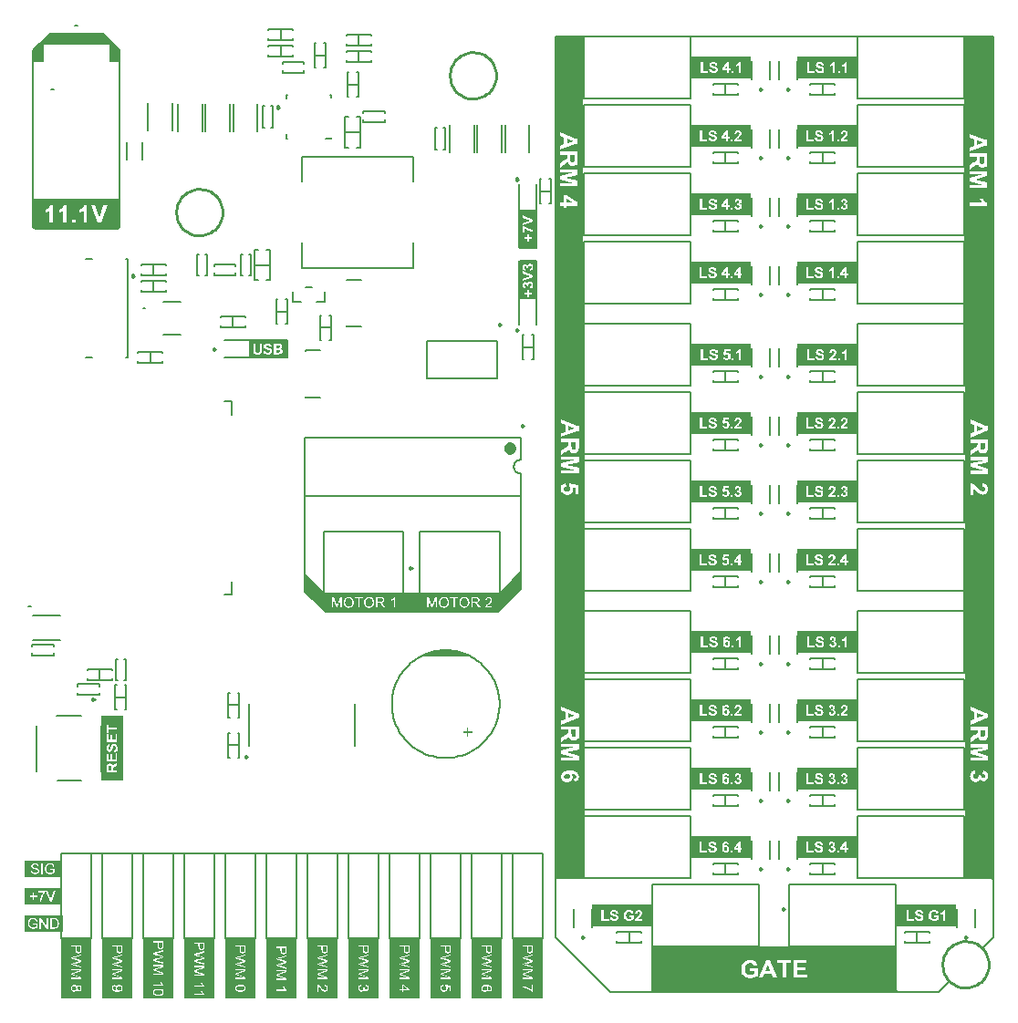
<source format=gto>
G04*
G04 #@! TF.GenerationSoftware,Altium Limited,Altium Designer,21.7.2 (23)*
G04*
G04 Layer_Color=65535*
%FSLAX25Y25*%
%MOIN*%
G70*
G04*
G04 #@! TF.SameCoordinates,5233C9E9-E8BD-4DB4-A303-C3663256A2A9*
G04*
G04*
G04 #@! TF.FilePolarity,Positive*
G04*
G01*
G75*
%ADD10C,0.01000*%
%ADD11C,0.00787*%
%ADD12C,0.00984*%
%ADD13C,0.02362*%
%ADD14C,0.00800*%
%ADD15C,0.00591*%
%ADD16C,0.00500*%
%ADD17R,0.10512X0.10000*%
%ADD18R,0.10512X0.12000*%
G36*
X160748Y439252D02*
X160500Y438500D01*
Y435000D01*
X157000D01*
X157000Y441300D01*
X133000Y441300D01*
X133000Y435000D01*
X129500D01*
X129252Y439252D01*
X135315Y445315D01*
X154685D01*
X160748Y439252D01*
D02*
G37*
G36*
X391496Y403933D02*
X369488D01*
Y411933D01*
X391496D01*
Y403933D01*
D02*
G37*
G36*
X430354Y403933D02*
X408347D01*
Y411933D01*
X430354D01*
Y403933D01*
D02*
G37*
G36*
X330256Y346614D02*
X319744D01*
Y444252D01*
X330256D01*
Y346614D01*
D02*
G37*
G36*
X480000Y346614D02*
X469488D01*
Y444252D01*
X480000D01*
Y346614D01*
D02*
G37*
G36*
X222094Y326752D02*
X208095D01*
Y333248D01*
X222094D01*
Y326752D01*
D02*
G37*
G36*
X391496Y323933D02*
X369488D01*
Y331933D01*
X391496D01*
Y323933D01*
D02*
G37*
G36*
X430354Y323933D02*
X408347D01*
Y331933D01*
X430354D01*
Y323933D01*
D02*
G37*
G36*
X391496Y273933D02*
X369488D01*
Y281933D01*
X391496D01*
Y273933D01*
D02*
G37*
G36*
X430354Y281933D02*
Y273933D01*
X408347D01*
Y281933D01*
X430354D01*
D02*
G37*
G36*
Y248933D02*
X408347D01*
Y256933D01*
X430354D01*
Y248933D01*
D02*
G37*
G36*
X330669Y241614D02*
X320158D01*
Y339252D01*
X330669D01*
Y241614D01*
D02*
G37*
G36*
X480158Y241614D02*
X469646D01*
Y339252D01*
X480158D01*
Y241614D01*
D02*
G37*
G36*
X307370Y242213D02*
X299646Y234488D01*
Y234000D01*
X235354D01*
Y234646D01*
X228630Y241370D01*
Y247472D01*
X235354Y240748D01*
X299646D01*
X307370Y248472D01*
Y242213D01*
D02*
G37*
G36*
X391496Y218933D02*
X369488D01*
Y226933D01*
X391496D01*
Y218933D01*
D02*
G37*
G36*
X283211Y219608D02*
X285310Y219143D01*
X287345Y218452D01*
X288319Y217998D01*
X288319D01*
Y217998D01*
X288319Y217998D01*
X271681Y217998D01*
X272655Y218452D01*
X274690Y219143D01*
X276789Y219608D01*
X278925Y219843D01*
X281075D01*
X283211Y219608D01*
D02*
G37*
G36*
X391496Y193933D02*
X369488D01*
Y201933D01*
X391496D01*
Y193933D01*
D02*
G37*
G36*
X430354Y176933D02*
Y168933D01*
X408347D01*
Y176933D01*
X430354D01*
D02*
G37*
G36*
X139500Y137008D02*
X126000D01*
Y142992D01*
X139500D01*
Y137008D01*
D02*
G37*
G36*
X480158Y136614D02*
X469646D01*
Y234252D01*
X480158D01*
Y136614D01*
D02*
G37*
G36*
X139606Y127008D02*
X126000D01*
Y132992D01*
X139606D01*
Y127008D01*
D02*
G37*
G36*
X355354Y118933D02*
X333347D01*
Y126933D01*
X355354D01*
Y118933D01*
D02*
G37*
G36*
X140000Y117008D02*
X126000D01*
Y122992D01*
X140000D01*
Y117008D01*
D02*
G37*
G36*
X300394Y92500D02*
X289606D01*
Y114508D01*
X300394D01*
Y92500D01*
D02*
G37*
G36*
X240394D02*
X229606D01*
Y114508D01*
X240394D01*
Y92500D01*
D02*
G37*
G36*
X210394D02*
X199606D01*
Y114508D01*
X210394D01*
Y92500D01*
D02*
G37*
G36*
X165394D02*
X154606D01*
Y114508D01*
X165394D01*
Y92500D01*
D02*
G37*
G36*
X270394D02*
X259606D01*
Y114508D01*
X270394D01*
Y92500D01*
D02*
G37*
G36*
X255394Y114508D02*
Y92500D01*
X244606D01*
Y114508D01*
X255394D01*
D02*
G37*
G36*
X225394Y92500D02*
X214606D01*
Y114508D01*
X225394D01*
Y92500D01*
D02*
G37*
G36*
X162000Y172209D02*
X154095D01*
Y195791D01*
X162000D01*
Y172209D01*
D02*
G37*
G36*
X430354Y353933D02*
X408347D01*
Y361933D01*
X430354D01*
Y353933D01*
D02*
G37*
G36*
X160748Y374000D02*
X129252D01*
Y384685D01*
X160748D01*
Y374000D01*
D02*
G37*
G36*
X444488Y111614D02*
Y95000D01*
X355512D01*
Y111614D01*
X444488D01*
D02*
G37*
G36*
X313248Y348095D02*
X306752D01*
Y362095D01*
X313248D01*
Y348095D01*
D02*
G37*
G36*
X466496Y118933D02*
X444488D01*
Y126933D01*
X466496D01*
Y118933D01*
D02*
G37*
G36*
X430354Y226933D02*
Y218933D01*
X408347D01*
Y226933D01*
X430354D01*
D02*
G37*
G36*
Y143933D02*
X408347D01*
Y151933D01*
X430354D01*
Y143933D01*
D02*
G37*
G36*
Y378933D02*
X408347D01*
Y386933D01*
X430354D01*
Y378933D01*
D02*
G37*
G36*
Y298933D02*
X408347D01*
Y306933D01*
X430354D01*
Y298933D01*
D02*
G37*
G36*
X315394Y92500D02*
X304606D01*
Y114508D01*
X315394D01*
Y92500D01*
D02*
G37*
G36*
X391496Y298933D02*
X369488D01*
Y306933D01*
X391496D01*
Y298933D01*
D02*
G37*
G36*
Y378933D02*
X369488D01*
Y386933D01*
X391496D01*
Y378933D01*
D02*
G37*
G36*
Y428933D02*
X369488D01*
Y436933D01*
X391496D01*
Y428933D01*
D02*
G37*
G36*
X430354Y428933D02*
X408347D01*
Y436933D01*
X430354D01*
Y428933D01*
D02*
G37*
G36*
X150394Y92500D02*
X139606D01*
Y114508D01*
X150394D01*
Y92500D01*
D02*
G37*
G36*
X391496Y143933D02*
X369488D01*
Y151933D01*
X391496D01*
Y143933D01*
D02*
G37*
G36*
X313248Y381047D02*
Y367047D01*
X306752D01*
Y381047D01*
X313248D01*
D02*
G37*
G36*
X330669Y136614D02*
X320158D01*
Y234252D01*
X330669D01*
Y136614D01*
D02*
G37*
G36*
X195394Y92500D02*
X184606D01*
Y114508D01*
X195394D01*
Y92500D01*
D02*
G37*
G36*
X391496Y353933D02*
X369488D01*
Y361933D01*
X391496D01*
Y353933D01*
D02*
G37*
G36*
Y248933D02*
X369488D01*
Y256933D01*
X391496D01*
Y248933D01*
D02*
G37*
G36*
X285394Y92500D02*
X274606D01*
Y114508D01*
X285394D01*
Y92500D01*
D02*
G37*
G36*
X430354Y193933D02*
X408347D01*
Y201933D01*
X430354D01*
Y193933D01*
D02*
G37*
G36*
X180394Y92500D02*
X169606D01*
Y114508D01*
X180394D01*
Y92500D01*
D02*
G37*
G36*
X391496Y168933D02*
X369488D01*
Y176933D01*
X391496D01*
Y168933D01*
D02*
G37*
G36*
X288285Y190126D02*
X289656D01*
Y189541D01*
X288285D01*
Y188171D01*
X287707D01*
Y189541D01*
X286325D01*
Y190126D01*
X287707D01*
Y191496D01*
X288285D01*
Y190126D01*
D02*
G37*
%LPC*%
G36*
X379113Y409920D02*
X377532D01*
X377370Y409915D01*
X377299Y409907D01*
X377224Y409899D01*
X377158Y409886D01*
X377096Y409878D01*
X377041Y409865D01*
X376987Y409853D01*
X376937Y409836D01*
X376896Y409824D01*
X376863Y409816D01*
X376829Y409803D01*
X376808Y409795D01*
X376788Y409786D01*
X376779Y409782D01*
X376775D01*
X376667Y409728D01*
X376567Y409666D01*
X376488Y409603D01*
X376417Y409541D01*
X376367Y409483D01*
X376326Y409437D01*
X376313Y409420D01*
X376305Y409408D01*
X376297Y409400D01*
Y409395D01*
X376243Y409300D01*
X376201Y409204D01*
X376172Y409108D01*
X376151Y409025D01*
X376139Y408954D01*
X376134Y408921D01*
Y408896D01*
X376130Y408875D01*
Y408859D01*
Y408850D01*
Y408846D01*
X376134Y408763D01*
X376147Y408684D01*
X376164Y408605D01*
X376185Y408534D01*
X376214Y408468D01*
X376243Y408401D01*
X376276Y408343D01*
X376309Y408289D01*
X376338Y408239D01*
X376372Y408197D01*
X376401Y408160D01*
X376430Y408131D01*
X376451Y408106D01*
X376467Y408089D01*
X376480Y408077D01*
X376484Y408072D01*
X376534Y408031D01*
X376592Y407993D01*
X376659Y407956D01*
X376725Y407919D01*
X376871Y407856D01*
X377016Y407798D01*
X377083Y407777D01*
X377145Y407756D01*
X377204Y407735D01*
X377258Y407723D01*
X377299Y407711D01*
X377328Y407702D01*
X377349Y407694D01*
X377358D01*
X377445Y407673D01*
X377524Y407652D01*
X377595Y407636D01*
X377657Y407619D01*
X377715Y407602D01*
X377765Y407590D01*
X377811Y407577D01*
X377849Y407565D01*
X377882Y407557D01*
X377907Y407548D01*
X377932Y407540D01*
X377948Y407536D01*
X377961Y407532D01*
X377969D01*
X377977Y407527D01*
X378048Y407498D01*
X378106Y407473D01*
X378152Y407444D01*
X378194Y407419D01*
X378219Y407394D01*
X378239Y407378D01*
X378252Y407365D01*
X378256Y407361D01*
X378285Y407324D01*
X378306Y407286D01*
X378319Y407245D01*
X378331Y407207D01*
X378335Y407178D01*
X378339Y407153D01*
Y407132D01*
Y407128D01*
Y407091D01*
X378331Y407053D01*
X378310Y406983D01*
X378277Y406916D01*
X378244Y406862D01*
X378210Y406820D01*
X378177Y406787D01*
X378156Y406766D01*
X378152Y406758D01*
X378148D01*
X378111Y406729D01*
X378069Y406704D01*
X377977Y406666D01*
X377882Y406637D01*
X377790Y406621D01*
X377707Y406608D01*
X377674Y406604D01*
X377641D01*
X377615Y406600D01*
X377578D01*
X377453Y406608D01*
X377341Y406629D01*
X377245Y406654D01*
X377162Y406687D01*
X377129Y406704D01*
X377100Y406720D01*
X377070Y406733D01*
X377050Y406745D01*
X377033Y406758D01*
X377021Y406766D01*
X377016Y406775D01*
X377012D01*
X376975Y406812D01*
X376942Y406849D01*
X376883Y406937D01*
X376833Y407032D01*
X376796Y407124D01*
X376771Y407207D01*
X376759Y407240D01*
X376750Y407274D01*
X376746Y407299D01*
X376742Y407319D01*
X376738Y407332D01*
Y407336D01*
X375985Y407261D01*
X376001Y407145D01*
X376026Y407032D01*
X376056Y406933D01*
X376089Y406837D01*
X376126Y406750D01*
X376164Y406666D01*
X376205Y406596D01*
X376247Y406529D01*
X376284Y406471D01*
X376322Y406421D01*
X376359Y406379D01*
X376388Y406342D01*
X376413Y406317D01*
X376434Y406296D01*
X376447Y406284D01*
X376451Y406280D01*
X376530Y406221D01*
X376613Y406171D01*
X376700Y406126D01*
X376792Y406088D01*
X376883Y406055D01*
X376975Y406030D01*
X377066Y406005D01*
X377158Y405988D01*
X377241Y405976D01*
X377320Y405963D01*
X377391Y405955D01*
X377449Y405951D01*
X377499D01*
X377537Y405947D01*
X375985D01*
X377661D01*
X377749Y405951D01*
X377836Y405959D01*
X377911Y405968D01*
X377986Y405980D01*
X378056Y405988D01*
X378119Y406001D01*
X378177Y406017D01*
X378227Y406030D01*
X378273Y406042D01*
X378314Y406051D01*
X378348Y406063D01*
X378373Y406072D01*
X378389Y406080D01*
X378402Y406084D01*
X378406D01*
X378526Y406142D01*
X378630Y406209D01*
X378718Y406284D01*
X378793Y406350D01*
X378851Y406413D01*
X378872Y406442D01*
X378893Y406467D01*
X378905Y406483D01*
X378918Y406500D01*
X378926Y406508D01*
Y406512D01*
X378959Y406566D01*
X378988Y406625D01*
X379034Y406733D01*
X379067Y406837D01*
X379088Y406933D01*
X379097Y406974D01*
X379105Y407012D01*
X379109Y407049D01*
Y407078D01*
X379113Y407099D01*
Y407132D01*
X379105Y407261D01*
X379088Y407382D01*
X379063Y407486D01*
X379051Y407532D01*
X379038Y407573D01*
X379022Y407611D01*
X379009Y407644D01*
X378997Y407673D01*
X378984Y407698D01*
X378972Y407719D01*
X378967Y407731D01*
X378959Y407740D01*
Y407744D01*
X378897Y407831D01*
X378826Y407910D01*
X378755Y407977D01*
X378689Y408035D01*
X378626Y408077D01*
X378576Y408110D01*
X378556Y408118D01*
X378543Y408126D01*
X378535Y408135D01*
X378531D01*
X378477Y408160D01*
X378418Y408189D01*
X378352Y408214D01*
X378285Y408239D01*
X378148Y408285D01*
X378011Y408326D01*
X377948Y408343D01*
X377886Y408359D01*
X377836Y408376D01*
X377786Y408389D01*
X377749Y408397D01*
X377719Y408405D01*
X377703Y408409D01*
X377695D01*
X377595Y408434D01*
X377503Y408459D01*
X377420Y408484D01*
X377345Y408509D01*
X377278Y408530D01*
X377220Y408551D01*
X377170Y408572D01*
X377129Y408588D01*
X377091Y408605D01*
X377058Y408622D01*
X377033Y408634D01*
X377016Y408646D01*
X377000Y408655D01*
X376992Y408663D01*
X376983Y408667D01*
X376946Y408705D01*
X376917Y408742D01*
X376900Y408784D01*
X376883Y408821D01*
X376875Y408850D01*
X376871Y408880D01*
Y408896D01*
Y408900D01*
X376875Y408954D01*
X376892Y409000D01*
X376908Y409042D01*
X376933Y409075D01*
X376954Y409100D01*
X376975Y409121D01*
X376987Y409133D01*
X376992Y409137D01*
X377070Y409183D01*
X377154Y409221D01*
X377245Y409246D01*
X377328Y409262D01*
X377408Y409270D01*
X377441Y409275D01*
X377470Y409279D01*
X377524D01*
X377641Y409275D01*
X377740Y409258D01*
X377823Y409237D01*
X377894Y409212D01*
X377948Y409187D01*
X377986Y409166D01*
X378007Y409150D01*
X378015Y409146D01*
X378073Y409092D01*
X378119Y409025D01*
X378156Y408954D01*
X378185Y408888D01*
X378206Y408825D01*
X378215Y408796D01*
X378223Y408771D01*
X378227Y408755D01*
Y408738D01*
X378231Y408730D01*
Y408726D01*
X379005Y408755D01*
X378997Y408850D01*
X378984Y408942D01*
X378963Y409029D01*
X378934Y409108D01*
X378905Y409183D01*
X378872Y409254D01*
X378838Y409316D01*
X378805Y409375D01*
X378768Y409424D01*
X378734Y409470D01*
X378705Y409512D01*
X378676Y409541D01*
X378651Y409566D01*
X378635Y409587D01*
X378622Y409595D01*
X378618Y409599D01*
X378547Y409657D01*
X378468Y409703D01*
X378381Y409749D01*
X378294Y409786D01*
X378206Y409816D01*
X378115Y409840D01*
X378023Y409861D01*
X377940Y409878D01*
X377857Y409895D01*
X377778Y409903D01*
X377711Y409911D01*
X377649Y409915D01*
X377603Y409920D01*
X379113D01*
D02*
G37*
G36*
X375635Y409824D02*
Y406666D01*
X373709D01*
Y409824D01*
X372936D01*
Y406017D01*
X375635D01*
Y409824D01*
D02*
G37*
G36*
X388049Y409870D02*
X385470D01*
X386830D01*
X386734Y409865D01*
X386643Y409857D01*
X386555Y409845D01*
X386476Y409828D01*
X386397Y409807D01*
X386327Y409786D01*
X386264Y409761D01*
X386202Y409736D01*
X386148Y409712D01*
X386102Y409687D01*
X386060Y409666D01*
X386027Y409645D01*
X386002Y409628D01*
X385981Y409616D01*
X385969Y409608D01*
X385965Y409603D01*
X385902Y409549D01*
X385848Y409491D01*
X385798Y409424D01*
X385757Y409354D01*
X385719Y409283D01*
X385686Y409208D01*
X385657Y409137D01*
X385632Y409067D01*
X385611Y409000D01*
X385594Y408938D01*
X385582Y408880D01*
X385574Y408830D01*
X385565Y408788D01*
X385561Y408755D01*
X385557Y408738D01*
Y408730D01*
X386289Y408659D01*
X386293Y408717D01*
X386302Y408771D01*
X386322Y408867D01*
X386347Y408946D01*
X386372Y409008D01*
X386401Y409058D01*
X386422Y409092D01*
X386439Y409108D01*
X386443Y409117D01*
X386497Y409162D01*
X386560Y409200D01*
X386622Y409225D01*
X386680Y409241D01*
X386734Y409250D01*
X386776Y409258D01*
X386813D01*
X386896Y409254D01*
X386967Y409237D01*
X387030Y409216D01*
X387084Y409192D01*
X387125Y409166D01*
X387154Y409146D01*
X387175Y409129D01*
X387179Y409125D01*
X387225Y409071D01*
X387258Y409008D01*
X387279Y408946D01*
X387296Y408888D01*
X387304Y408830D01*
X387312Y408788D01*
Y408771D01*
Y408759D01*
Y408750D01*
Y408746D01*
X387304Y408663D01*
X387287Y408580D01*
X387263Y408505D01*
X387238Y408438D01*
X387208Y408380D01*
X387183Y408334D01*
X387171Y408318D01*
X387167Y408305D01*
X387158Y408301D01*
Y408297D01*
X387134Y408264D01*
X387100Y408222D01*
X387059Y408176D01*
X387017Y408131D01*
X386917Y408027D01*
X386809Y407923D01*
X386759Y407873D01*
X386709Y407823D01*
X386668Y407781D01*
X386626Y407744D01*
X386593Y407715D01*
X386568Y407690D01*
X386551Y407673D01*
X386547Y407669D01*
X386435Y407565D01*
X386335Y407465D01*
X386239Y407369D01*
X386156Y407282D01*
X386081Y407203D01*
X386015Y407124D01*
X385952Y407057D01*
X385902Y406995D01*
X385856Y406937D01*
X385819Y406891D01*
X385786Y406845D01*
X385761Y406812D01*
X385744Y406787D01*
X385728Y406766D01*
X385723Y406754D01*
X385719Y406750D01*
X385648Y406621D01*
X385594Y406492D01*
X385549Y406367D01*
X385515Y406254D01*
X385503Y406205D01*
X385494Y406159D01*
X385486Y406117D01*
X385478Y406084D01*
X385474Y406055D01*
Y406034D01*
X385470Y406022D01*
Y406017D01*
X388049D01*
Y406787D01*
Y406700D01*
X386584D01*
X386634Y406770D01*
X386659Y406804D01*
X386680Y406837D01*
X386701Y406862D01*
X386718Y406883D01*
X386730Y406895D01*
X386734Y406899D01*
X386755Y406920D01*
X386780Y406949D01*
X386809Y406978D01*
X386842Y407012D01*
X386913Y407082D01*
X386988Y407153D01*
X387059Y407220D01*
X387092Y407249D01*
X387121Y407274D01*
X387142Y407295D01*
X387158Y407311D01*
X387171Y407319D01*
X387175Y407324D01*
X387238Y407382D01*
X387296Y407436D01*
X387350Y407490D01*
X387400Y407536D01*
X387441Y407582D01*
X387483Y407619D01*
X387516Y407656D01*
X387550Y407690D01*
X387595Y407744D01*
X387633Y407781D01*
X387649Y407806D01*
X387658Y407815D01*
X387729Y407910D01*
X387791Y408002D01*
X387841Y408085D01*
X387882Y408156D01*
X387912Y408218D01*
X387924Y408243D01*
X387936Y408264D01*
X387945Y408280D01*
X387949Y408297D01*
X387953Y408301D01*
Y408305D01*
X387986Y408393D01*
X388007Y408480D01*
X388024Y408563D01*
X388036Y408642D01*
X388045Y408705D01*
Y408734D01*
X388049Y408755D01*
Y408800D01*
X388045Y408884D01*
X388036Y408963D01*
X388020Y409038D01*
X387999Y409112D01*
X387974Y409179D01*
X387945Y409241D01*
X387916Y409300D01*
X387887Y409350D01*
X387853Y409400D01*
X387824Y409441D01*
X387795Y409479D01*
X387770Y409508D01*
X387749Y409528D01*
X387733Y409549D01*
X387724Y409558D01*
X387720Y409562D01*
X387658Y409616D01*
X387587Y409662D01*
X387516Y409703D01*
X387446Y409741D01*
X387371Y409770D01*
X387296Y409795D01*
X387225Y409816D01*
X387154Y409832D01*
X387088Y409845D01*
X387025Y409853D01*
X386971Y409861D01*
X386926Y409865D01*
X386884Y409870D01*
X388049D01*
D01*
D02*
G37*
G36*
X384966Y406754D02*
X384230D01*
Y406017D01*
X384966D01*
Y406754D01*
D02*
G37*
G36*
X383722Y409870D02*
X382624D01*
X380964Y407432D01*
Y406017D01*
Y406791D01*
X382533D01*
Y406017D01*
X383244D01*
Y406791D01*
X383722D01*
Y407436D01*
X383244D01*
Y409870D01*
X383722D01*
D01*
D02*
G37*
%LPD*%
G36*
X382533Y407436D02*
X381655D01*
X382533Y408742D01*
Y407436D01*
D02*
G37*
%LPC*%
G36*
X417971Y409920D02*
X414843D01*
D01*
X416391D01*
X416228Y409915D01*
X416158Y409907D01*
X416083Y409899D01*
X416016Y409886D01*
X415954Y409878D01*
X415900Y409865D01*
X415846Y409853D01*
X415796Y409836D01*
X415754Y409824D01*
X415721Y409816D01*
X415688Y409803D01*
X415667Y409795D01*
X415646Y409786D01*
X415638Y409782D01*
X415633D01*
X415525Y409728D01*
X415425Y409666D01*
X415346Y409603D01*
X415276Y409541D01*
X415226Y409483D01*
X415184Y409437D01*
X415172Y409420D01*
X415163Y409408D01*
X415155Y409400D01*
Y409395D01*
X415101Y409300D01*
X415059Y409204D01*
X415030Y409108D01*
X415009Y409025D01*
X414997Y408954D01*
X414993Y408921D01*
Y408896D01*
X414989Y408875D01*
Y408859D01*
Y408850D01*
Y408846D01*
X414993Y408763D01*
X415005Y408684D01*
X415022Y408605D01*
X415043Y408534D01*
X415072Y408468D01*
X415101Y408401D01*
X415134Y408343D01*
X415168Y408289D01*
X415197Y408239D01*
X415230Y408197D01*
X415259Y408160D01*
X415288Y408131D01*
X415309Y408106D01*
X415326Y408089D01*
X415338Y408077D01*
X415342Y408072D01*
X415392Y408031D01*
X415450Y407993D01*
X415517Y407956D01*
X415584Y407919D01*
X415729Y407856D01*
X415875Y407798D01*
X415941Y407777D01*
X416004Y407756D01*
X416062Y407735D01*
X416116Y407723D01*
X416158Y407711D01*
X416187Y407702D01*
X416208Y407694D01*
X416216D01*
X416303Y407673D01*
X416382Y407652D01*
X416453Y407636D01*
X416515Y407619D01*
X416574Y407602D01*
X416623Y407590D01*
X416669Y407577D01*
X416707Y407565D01*
X416740Y407557D01*
X416765Y407548D01*
X416790Y407540D01*
X416807Y407536D01*
X416819Y407532D01*
X416827D01*
X416836Y407527D01*
X416906Y407498D01*
X416965Y407473D01*
X417010Y407444D01*
X417052Y407419D01*
X417077Y407394D01*
X417098Y407378D01*
X417110Y407365D01*
X417114Y407361D01*
X417143Y407324D01*
X417164Y407286D01*
X417177Y407245D01*
X417189Y407207D01*
X417194Y407178D01*
X417198Y407153D01*
Y407132D01*
Y407128D01*
Y407091D01*
X417189Y407053D01*
X417169Y406983D01*
X417135Y406916D01*
X417102Y406862D01*
X417069Y406820D01*
X417035Y406787D01*
X417015Y406766D01*
X417010Y406758D01*
X417006D01*
X416969Y406729D01*
X416927Y406704D01*
X416836Y406666D01*
X416740Y406637D01*
X416648Y406621D01*
X416565Y406608D01*
X416532Y406604D01*
X416499D01*
X416474Y406600D01*
X416436D01*
X416312Y406608D01*
X416199Y406629D01*
X416104Y406654D01*
X416020Y406687D01*
X415987Y406704D01*
X415958Y406720D01*
X415929Y406733D01*
X415908Y406745D01*
X415891Y406758D01*
X415879Y406766D01*
X415875Y406775D01*
X415871D01*
X415833Y406812D01*
X415800Y406849D01*
X415742Y406937D01*
X415692Y407032D01*
X415654Y407124D01*
X415629Y407207D01*
X415617Y407240D01*
X415609Y407274D01*
X415604Y407299D01*
X415600Y407319D01*
X415596Y407332D01*
Y407336D01*
X414843Y407261D01*
X414860Y407145D01*
X414885Y407032D01*
X414914Y406933D01*
X414947Y406837D01*
X414985Y406749D01*
X415022Y406666D01*
X415063Y406596D01*
X415105Y406529D01*
X415143Y406471D01*
X415180Y406421D01*
X415217Y406379D01*
X415247Y406342D01*
X415272Y406317D01*
X415292Y406296D01*
X415305Y406284D01*
X415309Y406280D01*
X415388Y406221D01*
X415471Y406171D01*
X415559Y406126D01*
X415650Y406088D01*
X415742Y406055D01*
X415833Y406030D01*
X415925Y406005D01*
X416016Y405988D01*
X416099Y405976D01*
X416178Y405963D01*
X416249Y405955D01*
X416307Y405951D01*
X416357D01*
X416395Y405947D01*
X416519D01*
X416607Y405951D01*
X416694Y405959D01*
X416769Y405968D01*
X416844Y405980D01*
X416915Y405988D01*
X416977Y406001D01*
X417035Y406017D01*
X417085Y406030D01*
X417131Y406042D01*
X417173Y406051D01*
X417206Y406063D01*
X417231Y406072D01*
X417247Y406080D01*
X417260Y406084D01*
X417264D01*
X417385Y406142D01*
X417489Y406209D01*
X417576Y406284D01*
X417651Y406350D01*
X417709Y406413D01*
X417730Y406442D01*
X417751Y406467D01*
X417763Y406483D01*
X417776Y406500D01*
X417784Y406508D01*
Y406512D01*
X417817Y406566D01*
X417847Y406625D01*
X417892Y406733D01*
X417926Y406837D01*
X417946Y406933D01*
X417955Y406974D01*
X417963Y407012D01*
X417967Y407049D01*
Y407078D01*
X417971Y407099D01*
Y407132D01*
X417963Y407261D01*
X417946Y407382D01*
X417921Y407486D01*
X417909Y407532D01*
X417897Y407573D01*
X417880Y407611D01*
X417867Y407644D01*
X417855Y407673D01*
X417842Y407698D01*
X417830Y407719D01*
X417826Y407731D01*
X417817Y407740D01*
Y407744D01*
X417755Y407831D01*
X417684Y407910D01*
X417614Y407977D01*
X417547Y408035D01*
X417485Y408077D01*
X417435Y408110D01*
X417414Y408118D01*
X417402Y408126D01*
X417393Y408135D01*
X417389D01*
X417335Y408160D01*
X417277Y408189D01*
X417210Y408214D01*
X417143Y408239D01*
X417006Y408285D01*
X416869Y408326D01*
X416807Y408343D01*
X416744Y408359D01*
X416694Y408376D01*
X416644Y408389D01*
X416607Y408397D01*
X416578Y408405D01*
X416561Y408409D01*
X416553D01*
X416453Y408434D01*
X416361Y408459D01*
X416278Y408484D01*
X416203Y408509D01*
X416137Y408530D01*
X416079Y408551D01*
X416029Y408572D01*
X415987Y408588D01*
X415950Y408605D01*
X415916Y408622D01*
X415891Y408634D01*
X415875Y408646D01*
X415858Y408655D01*
X415850Y408663D01*
X415841Y408667D01*
X415804Y408705D01*
X415775Y408742D01*
X415758Y408784D01*
X415742Y408821D01*
X415733Y408850D01*
X415729Y408880D01*
Y408896D01*
Y408900D01*
X415733Y408954D01*
X415750Y409000D01*
X415767Y409042D01*
X415792Y409075D01*
X415812Y409100D01*
X415833Y409121D01*
X415846Y409133D01*
X415850Y409137D01*
X415929Y409183D01*
X416012Y409221D01*
X416104Y409246D01*
X416187Y409262D01*
X416266Y409270D01*
X416299Y409275D01*
X416328Y409279D01*
X416382D01*
X416499Y409275D01*
X416599Y409258D01*
X416682Y409237D01*
X416752Y409212D01*
X416807Y409187D01*
X416844Y409166D01*
X416865Y409150D01*
X416873Y409146D01*
X416931Y409092D01*
X416977Y409025D01*
X417015Y408954D01*
X417044Y408888D01*
X417065Y408825D01*
X417073Y408796D01*
X417081Y408771D01*
X417085Y408755D01*
Y408738D01*
X417090Y408730D01*
Y408726D01*
X417863Y408755D01*
X417855Y408850D01*
X417842Y408942D01*
X417822Y409029D01*
X417793Y409108D01*
X417763Y409183D01*
X417730Y409254D01*
X417697Y409316D01*
X417663Y409375D01*
X417626Y409424D01*
X417593Y409470D01*
X417564Y409512D01*
X417535Y409541D01*
X417510Y409566D01*
X417493Y409587D01*
X417481Y409595D01*
X417476Y409599D01*
X417406Y409657D01*
X417327Y409703D01*
X417239Y409749D01*
X417152Y409786D01*
X417065Y409816D01*
X416973Y409840D01*
X416882Y409861D01*
X416798Y409878D01*
X416715Y409895D01*
X416636Y409903D01*
X416569Y409911D01*
X416507Y409915D01*
X416461Y409920D01*
X417971D01*
D01*
D02*
G37*
G36*
X426907Y409869D02*
X424328D01*
X425688D01*
X425593Y409865D01*
X425501Y409857D01*
X425414Y409845D01*
X425335Y409828D01*
X425255Y409807D01*
X425185Y409786D01*
X425122Y409761D01*
X425060Y409736D01*
X425006Y409712D01*
X424960Y409687D01*
X424919Y409666D01*
X424885Y409645D01*
X424860Y409628D01*
X424839Y409616D01*
X424827Y409608D01*
X424823Y409603D01*
X424760Y409549D01*
X424706Y409491D01*
X424656Y409424D01*
X424615Y409354D01*
X424578Y409283D01*
X424544Y409208D01*
X424515Y409137D01*
X424490Y409067D01*
X424469Y409000D01*
X424453Y408938D01*
X424440Y408880D01*
X424432Y408830D01*
X424424Y408788D01*
X424419Y408755D01*
X424415Y408738D01*
Y408730D01*
X425147Y408659D01*
X425151Y408717D01*
X425160Y408771D01*
X425181Y408867D01*
X425206Y408946D01*
X425231Y409008D01*
X425260Y409058D01*
X425281Y409092D01*
X425297Y409108D01*
X425301Y409117D01*
X425355Y409162D01*
X425418Y409200D01*
X425480Y409225D01*
X425538Y409241D01*
X425593Y409250D01*
X425634Y409258D01*
X425671D01*
X425755Y409254D01*
X425826Y409237D01*
X425888Y409216D01*
X425942Y409192D01*
X425983Y409166D01*
X426013Y409146D01*
X426033Y409129D01*
X426038Y409125D01*
X426083Y409071D01*
X426117Y409008D01*
X426137Y408946D01*
X426154Y408888D01*
X426162Y408830D01*
X426171Y408788D01*
Y408771D01*
Y408759D01*
Y408750D01*
Y408746D01*
X426162Y408663D01*
X426146Y408580D01*
X426121Y408505D01*
X426096Y408438D01*
X426067Y408380D01*
X426042Y408334D01*
X426029Y408318D01*
X426025Y408305D01*
X426017Y408301D01*
Y408297D01*
X425992Y408264D01*
X425959Y408222D01*
X425917Y408176D01*
X425875Y408131D01*
X425775Y408027D01*
X425667Y407923D01*
X425618Y407873D01*
X425567Y407823D01*
X425526Y407781D01*
X425484Y407744D01*
X425451Y407715D01*
X425426Y407690D01*
X425410Y407673D01*
X425405Y407669D01*
X425293Y407565D01*
X425193Y407465D01*
X425098Y407369D01*
X425014Y407282D01*
X424939Y407203D01*
X424873Y407124D01*
X424810Y407057D01*
X424760Y406995D01*
X424715Y406937D01*
X424677Y406891D01*
X424644Y406845D01*
X424619Y406812D01*
X424602Y406787D01*
X424586Y406766D01*
X424582Y406754D01*
X424578Y406749D01*
X424507Y406621D01*
X424453Y406492D01*
X424407Y406367D01*
X424374Y406254D01*
X424361Y406205D01*
X424353Y406159D01*
X424344Y406117D01*
X424336Y406084D01*
X424332Y406055D01*
Y406034D01*
X424328Y406021D01*
Y406017D01*
X426907D01*
Y406920D01*
Y406700D01*
X425443D01*
X425493Y406770D01*
X425518Y406804D01*
X425538Y406837D01*
X425559Y406862D01*
X425576Y406883D01*
X425588Y406895D01*
X425593Y406899D01*
X425613Y406920D01*
X425638Y406949D01*
X425667Y406978D01*
X425701Y407012D01*
X425771Y407082D01*
X425846Y407153D01*
X425917Y407220D01*
X425950Y407249D01*
X425979Y407274D01*
X426000Y407295D01*
X426017Y407311D01*
X426029Y407319D01*
X426033Y407324D01*
X426096Y407382D01*
X426154Y407436D01*
X426208Y407490D01*
X426258Y407536D01*
X426300Y407582D01*
X426341Y407619D01*
X426375Y407656D01*
X426408Y407690D01*
X426454Y407744D01*
X426491Y407781D01*
X426508Y407806D01*
X426516Y407815D01*
X426587Y407910D01*
X426649Y408002D01*
X426699Y408085D01*
X426741Y408156D01*
X426770Y408218D01*
X426782Y408243D01*
X426795Y408264D01*
X426803Y408280D01*
X426807Y408297D01*
X426811Y408301D01*
Y408305D01*
X426845Y408393D01*
X426865Y408480D01*
X426882Y408563D01*
X426895Y408642D01*
X426903Y408705D01*
Y408734D01*
X426907Y408755D01*
Y408800D01*
X426903Y408884D01*
X426895Y408963D01*
X426878Y409038D01*
X426857Y409112D01*
X426832Y409179D01*
X426803Y409241D01*
X426774Y409300D01*
X426745Y409349D01*
X426712Y409400D01*
X426682Y409441D01*
X426653Y409479D01*
X426628Y409508D01*
X426608Y409528D01*
X426591Y409549D01*
X426583Y409557D01*
X426578Y409562D01*
X426516Y409616D01*
X426445Y409661D01*
X426375Y409703D01*
X426304Y409741D01*
X426229Y409770D01*
X426154Y409795D01*
X426083Y409816D01*
X426013Y409832D01*
X425946Y409845D01*
X425884Y409853D01*
X425830Y409861D01*
X425784Y409865D01*
X425742Y409869D01*
X426907D01*
D01*
D02*
G37*
G36*
X423825Y406754D02*
X423088D01*
Y406017D01*
X423825D01*
Y406754D01*
D02*
G37*
G36*
X421832Y409869D02*
X420147D01*
X421233D01*
X421208Y409803D01*
X421179Y409741D01*
X421108Y409624D01*
X421033Y409520D01*
X420954Y409429D01*
X420917Y409387D01*
X420883Y409354D01*
X420854Y409320D01*
X420825Y409296D01*
X420804Y409275D01*
X420788Y409262D01*
X420775Y409254D01*
X420771Y409250D01*
X420646Y409158D01*
X420530Y409083D01*
X420426Y409021D01*
X420334Y408975D01*
X420293Y408954D01*
X420255Y408938D01*
X420226Y408925D01*
X420197Y408913D01*
X420176Y408904D01*
X420159Y408900D01*
X420151Y408896D01*
X420147D01*
Y406017D01*
Y408226D01*
X420247Y408264D01*
X420343Y408301D01*
X420438Y408343D01*
X420526Y408389D01*
X420609Y408434D01*
X420688Y408480D01*
X420759Y408526D01*
X420825Y408572D01*
X420888Y408613D01*
X420937Y408655D01*
X420987Y408692D01*
X421025Y408721D01*
X421054Y408746D01*
X421079Y408767D01*
X421091Y408780D01*
X421096Y408784D01*
Y406017D01*
X421832D01*
Y409869D01*
D02*
G37*
G36*
X414494Y409824D02*
X411794D01*
Y406017D01*
X414494D01*
Y409824D01*
D02*
G37*
%LPD*%
G36*
Y406666D02*
X412568D01*
Y409824D01*
X414494D01*
Y406666D01*
D02*
G37*
%LPC*%
G36*
X328192Y409247D02*
D01*
Y406756D01*
X321787Y409247D01*
Y407880D01*
X323244Y407346D01*
Y404785D01*
X321787Y404223D01*
Y402814D01*
X328192Y405382D01*
Y402814D01*
X321787D01*
X328192D01*
Y409247D01*
D02*
G37*
G36*
Y402134D02*
X321787D01*
Y400843D01*
X324459D01*
Y400426D01*
X324445Y400294D01*
X324438Y400183D01*
X324424Y400093D01*
X324410Y400024D01*
X324396Y399975D01*
X324389Y399941D01*
X324382Y399934D01*
X324355Y399857D01*
X324313Y399788D01*
X324271Y399718D01*
X324223Y399663D01*
X324181Y399614D01*
X324153Y399573D01*
X324126Y399552D01*
X324119Y399545D01*
X324077Y399503D01*
X324022Y399462D01*
X323959Y399413D01*
X323890Y399358D01*
X323737Y399247D01*
X323577Y399129D01*
X323425Y399025D01*
X323362Y398976D01*
X323300Y398941D01*
X323251Y398906D01*
X323216Y398879D01*
X323189Y398865D01*
X323182Y398858D01*
X321787Y397921D01*
Y396373D01*
X323029Y397158D01*
X323168Y397241D01*
X323286Y397324D01*
X323404Y397401D01*
X323508Y397470D01*
X323605Y397532D01*
X323688Y397595D01*
X323765Y397650D01*
X323834Y397699D01*
X323890Y397741D01*
X323938Y397782D01*
X323980Y397817D01*
X324014Y397845D01*
X324035Y397866D01*
X324056Y397879D01*
X324070Y397893D01*
X324174Y397997D01*
X324278Y398115D01*
X324369Y398233D01*
X324445Y398344D01*
X324514Y398442D01*
X324563Y398518D01*
X324584Y398546D01*
X324590Y398567D01*
X324604Y398580D01*
Y398587D01*
X324632Y398435D01*
X324667Y398289D01*
X324709Y398157D01*
X324750Y398032D01*
X324799Y397914D01*
X324847Y397810D01*
X324896Y397720D01*
X324951Y397637D01*
X325000Y397560D01*
X325049Y397498D01*
X325090Y397442D01*
X325125Y397394D01*
X325160Y397359D01*
X325180Y397338D01*
X325194Y397324D01*
X325201Y397317D01*
X325291Y397241D01*
X325389Y397179D01*
X325486Y397123D01*
X325590Y397074D01*
X325687Y397033D01*
X325784Y396998D01*
X325978Y396950D01*
X326062Y396929D01*
X326145Y396915D01*
X326215Y396908D01*
X326277Y396901D01*
X326325Y396894D01*
X326360D01*
X326388D01*
X326395D01*
X326603Y396908D01*
X326790Y396936D01*
X326964Y396984D01*
X327110Y397033D01*
X327172Y397060D01*
X327235Y397088D01*
X327283Y397109D01*
X327325Y397137D01*
X327360Y397151D01*
X327380Y397165D01*
X327394Y397179D01*
X327401D01*
X327554Y397289D01*
X327686Y397414D01*
X327790Y397532D01*
X327880Y397650D01*
X327943Y397761D01*
X327963Y397803D01*
X327984Y397845D01*
X327998Y397879D01*
X328012Y397900D01*
X328019Y397914D01*
Y397921D01*
X328047Y398011D01*
X328074Y398115D01*
X328102Y398233D01*
X328116Y398351D01*
X328151Y398594D01*
X328172Y398844D01*
X328179Y398955D01*
X328186Y399066D01*
Y399163D01*
X328192Y399247D01*
Y396373D01*
X321787D01*
X328192D01*
Y402134D01*
D02*
G37*
G36*
Y395686D02*
X321787D01*
Y394493D01*
X326825D01*
X321787Y393230D01*
Y391980D01*
X326825Y390717D01*
X321787Y390710D01*
Y389517D01*
X328192D01*
Y395686D01*
D02*
G37*
G36*
X328213Y386220D02*
D01*
Y383451D01*
X324146Y386220D01*
X328213D01*
X323078D01*
Y383604D01*
X321787D01*
Y382417D01*
X323078D01*
Y381619D01*
X321787D01*
X328213D01*
Y386220D01*
D02*
G37*
%LPD*%
G36*
X326700Y406082D02*
X324327Y405194D01*
Y406950D01*
X326700Y406082D01*
D02*
G37*
G36*
X327110Y399455D02*
X327103Y399358D01*
Y399191D01*
X327096Y399122D01*
Y399018D01*
X327089Y398983D01*
Y398927D01*
X327082Y398900D01*
Y398893D01*
X327054Y398782D01*
X327020Y398677D01*
X326985Y398594D01*
X326936Y398525D01*
X326902Y398469D01*
X326867Y398435D01*
X326839Y398407D01*
X326832Y398400D01*
X326749Y398344D01*
X326666Y398303D01*
X326582Y398268D01*
X326499Y398247D01*
X326423Y398233D01*
X326367Y398226D01*
X326325D01*
X326319D01*
X326312D01*
X326208Y398233D01*
X326110Y398247D01*
X326027Y398268D01*
X325958Y398289D01*
X325902Y398317D01*
X325861Y398338D01*
X325833Y398351D01*
X325826Y398358D01*
X325757Y398414D01*
X325701Y398469D01*
X325652Y398532D01*
X325618Y398594D01*
X325590Y398643D01*
X325569Y398685D01*
X325562Y398712D01*
X325555Y398726D01*
X325541Y398775D01*
X325527Y398844D01*
X325520Y398920D01*
X325514Y399004D01*
X325500Y399191D01*
X325486Y399392D01*
Y399580D01*
X325479Y399663D01*
Y400843D01*
X327110D01*
Y399455D01*
D02*
G37*
G36*
X328192Y391460D02*
X323820Y392598D01*
X328192Y393750D01*
Y391460D01*
D02*
G37*
G36*
X326332Y383604D02*
X324153D01*
Y385068D01*
X326332Y383604D01*
D02*
G37*
G36*
X328213Y381619D02*
X324153D01*
Y382417D01*
X328213D01*
Y381619D01*
D02*
G37*
%LPC*%
G36*
X477937Y408623D02*
D01*
Y406131D01*
X471531Y408623D01*
Y407255D01*
X472988Y406721D01*
Y404160D01*
X471531Y403598D01*
Y402189D01*
X477937Y404757D01*
Y402189D01*
X471531D01*
X477937D01*
Y408623D01*
D02*
G37*
G36*
Y401509D02*
X471531D01*
Y400218D01*
X474203D01*
Y399802D01*
X474189Y399670D01*
X474182Y399559D01*
X474168Y399469D01*
X474154Y399399D01*
X474140Y399351D01*
X474133Y399316D01*
X474126Y399309D01*
X474099Y399233D01*
X474057Y399163D01*
X474015Y399094D01*
X473967Y399038D01*
X473925Y398990D01*
X473897Y398948D01*
X473870Y398927D01*
X473863Y398920D01*
X473821Y398879D01*
X473766Y398837D01*
X473703Y398788D01*
X473634Y398733D01*
X473481Y398622D01*
X473321Y398504D01*
X473169Y398400D01*
X473106Y398351D01*
X473044Y398317D01*
X472995Y398282D01*
X472961Y398254D01*
X472933Y398240D01*
X472926Y398233D01*
X471531Y397297D01*
Y395749D01*
X472773Y396533D01*
X472912Y396616D01*
X473030Y396700D01*
X473148Y396776D01*
X473252Y396845D01*
X473349Y396908D01*
X473432Y396970D01*
X473509Y397026D01*
X473578Y397074D01*
X473634Y397116D01*
X473682Y397158D01*
X473724Y397192D01*
X473759Y397220D01*
X473779Y397241D01*
X473800Y397255D01*
X473814Y397269D01*
X473918Y397373D01*
X474022Y397491D01*
X474113Y397609D01*
X474189Y397720D01*
X474258Y397817D01*
X474307Y397893D01*
X474328Y397921D01*
X474335Y397942D01*
X474348Y397956D01*
Y397963D01*
X474376Y397810D01*
X474411Y397664D01*
X474453Y397532D01*
X474494Y397408D01*
X474543Y397289D01*
X474591Y397185D01*
X474640Y397095D01*
X474695Y397012D01*
X474744Y396936D01*
X474793Y396873D01*
X474834Y396818D01*
X474869Y396769D01*
X474904Y396734D01*
X474925Y396713D01*
X474938Y396700D01*
X474945Y396693D01*
X475036Y396616D01*
X475133Y396554D01*
X475230Y396498D01*
X475334Y396450D01*
X475431Y396408D01*
X475528Y396373D01*
X475723Y396325D01*
X475806Y396304D01*
X475889Y396290D01*
X475959Y396283D01*
X476021Y396276D01*
X476070Y396269D01*
X476104D01*
X476132D01*
X476139D01*
X476347Y396283D01*
X476535Y396311D01*
X476708Y396359D01*
X476854Y396408D01*
X476916Y396436D01*
X476979Y396464D01*
X477027Y396484D01*
X477069Y396512D01*
X477104Y396526D01*
X477125Y396540D01*
X477138Y396554D01*
X477145D01*
X477298Y396665D01*
X477430Y396790D01*
X477534Y396908D01*
X477624Y397026D01*
X477687Y397137D01*
X477707Y397179D01*
X477728Y397220D01*
X477742Y397255D01*
X477756Y397276D01*
X477763Y397289D01*
Y397297D01*
X477791Y397387D01*
X477818Y397491D01*
X477846Y397609D01*
X477860Y397727D01*
X477895Y397970D01*
X477916Y398219D01*
X477923Y398330D01*
X477929Y398442D01*
Y398539D01*
X477937Y398622D01*
Y396533D01*
Y401509D01*
D02*
G37*
G36*
Y395062D02*
X471531D01*
Y388892D01*
X477937D01*
Y390835D01*
X473564Y391973D01*
X477937Y393126D01*
Y395062D01*
D02*
G37*
G36*
X477957Y385054D02*
D01*
Y383243D01*
X477846Y383285D01*
X477742Y383333D01*
X477548Y383451D01*
X477374Y383576D01*
X477222Y383708D01*
X477152Y383770D01*
X477097Y383826D01*
X477041Y383875D01*
X477000Y383923D01*
X476965Y383958D01*
X476944Y383985D01*
X476930Y384006D01*
X476923Y384013D01*
X476771Y384222D01*
X476646Y384416D01*
X476542Y384589D01*
X476465Y384742D01*
X476431Y384811D01*
X476403Y384874D01*
X476382Y384922D01*
X476361Y384971D01*
X476347Y385006D01*
X476340Y385033D01*
X476333Y385047D01*
Y385054D01*
X475216D01*
X475279Y384888D01*
X475341Y384728D01*
X475410Y384569D01*
X475487Y384423D01*
X475563Y384284D01*
X475639Y384152D01*
X475716Y384034D01*
X475792Y383923D01*
X475861Y383819D01*
X475931Y383736D01*
X475993Y383652D01*
X476042Y383590D01*
X476084Y383541D01*
X476118Y383500D01*
X476139Y383479D01*
X476146Y383472D01*
X471531D01*
Y382244D01*
X477957D01*
Y385054D01*
D02*
G37*
%LPD*%
G36*
X476444Y405458D02*
X474071Y404570D01*
Y406325D01*
X476444Y405458D01*
D02*
G37*
G36*
X476854Y398830D02*
X476847Y398733D01*
Y398567D01*
X476840Y398497D01*
Y398393D01*
X476833Y398358D01*
Y398303D01*
X476826Y398275D01*
Y398268D01*
X476798Y398157D01*
X476764Y398053D01*
X476729Y397970D01*
X476680Y397900D01*
X476646Y397845D01*
X476611Y397810D01*
X476583Y397782D01*
X476576Y397775D01*
X476493Y397720D01*
X476410Y397678D01*
X476326Y397643D01*
X476243Y397623D01*
X476167Y397609D01*
X476111Y397602D01*
X476070D01*
X476063D01*
X476056D01*
X475952Y397609D01*
X475854Y397623D01*
X475771Y397643D01*
X475702Y397664D01*
X475646Y397692D01*
X475605Y397713D01*
X475577Y397727D01*
X475570Y397734D01*
X475500Y397789D01*
X475445Y397845D01*
X475396Y397907D01*
X475362Y397970D01*
X475334Y398018D01*
X475313Y398060D01*
X475306Y398088D01*
X475299Y398101D01*
X475285Y398150D01*
X475272Y398219D01*
X475265Y398296D01*
X475258Y398379D01*
X475244Y398567D01*
X475230Y398768D01*
Y398955D01*
X475223Y399038D01*
Y400218D01*
X476854D01*
Y398830D01*
D02*
G37*
G36*
X471531Y392605D02*
Y393868D01*
X476569D01*
X471531Y392605D01*
D02*
G37*
G36*
X476569Y390093D02*
X471531Y390086D01*
Y391356D01*
X476569Y390093D01*
D02*
G37*
%LPC*%
G36*
X216561Y331986D02*
X213433D01*
Y328014D01*
D01*
Y331986D01*
X214980D01*
X214818Y331982D01*
X214747Y331974D01*
X214672Y331966D01*
X214606Y331953D01*
X214543Y331945D01*
X214489Y331932D01*
X214435Y331920D01*
X214385Y331903D01*
X214344Y331891D01*
X214310Y331882D01*
X214277Y331870D01*
X214256Y331862D01*
X214235Y331853D01*
X214227Y331849D01*
X214223D01*
X214115Y331795D01*
X214015Y331733D01*
X213936Y331670D01*
X213865Y331608D01*
X213815Y331550D01*
X213774Y331504D01*
X213761Y331487D01*
X213753Y331475D01*
X213745Y331466D01*
Y331462D01*
X213690Y331366D01*
X213649Y331271D01*
X213620Y331175D01*
X213599Y331092D01*
X213586Y331021D01*
X213582Y330988D01*
Y330963D01*
X213578Y330942D01*
Y330926D01*
Y330917D01*
Y330913D01*
X213582Y330830D01*
X213595Y330751D01*
X213612Y330672D01*
X213632Y330601D01*
X213661Y330535D01*
X213690Y330468D01*
X213724Y330410D01*
X213757Y330356D01*
X213786Y330306D01*
X213820Y330264D01*
X213849Y330227D01*
X213878Y330198D01*
X213898Y330173D01*
X213915Y330156D01*
X213928Y330143D01*
X213932Y330139D01*
X213982Y330098D01*
X214040Y330060D01*
X214106Y330023D01*
X214173Y329985D01*
X214319Y329923D01*
X214464Y329865D01*
X214531Y329844D01*
X214593Y329823D01*
X214651Y329802D01*
X214706Y329790D01*
X214747Y329777D01*
X214776Y329769D01*
X214797Y329761D01*
X214805D01*
X214893Y329740D01*
X214972Y329719D01*
X215042Y329702D01*
X215105Y329686D01*
X215163Y329669D01*
X215213Y329657D01*
X215259Y329644D01*
X215296Y329632D01*
X215330Y329624D01*
X215354Y329615D01*
X215380Y329607D01*
X215396Y329603D01*
X215409Y329598D01*
X215417D01*
X215425Y329594D01*
X215496Y329565D01*
X215554Y329540D01*
X215600Y329511D01*
X215642Y329486D01*
X215667Y329461D01*
X215687Y329445D01*
X215700Y329432D01*
X215704Y329428D01*
X215733Y329391D01*
X215754Y329353D01*
X215766Y329311D01*
X215779Y329274D01*
X215783Y329245D01*
X215787Y329220D01*
Y329199D01*
Y329195D01*
Y329158D01*
X215779Y329120D01*
X215758Y329049D01*
X215725Y328983D01*
X215691Y328929D01*
X215658Y328887D01*
X215625Y328854D01*
X215604Y328833D01*
X215600Y328825D01*
X215596D01*
X215558Y328796D01*
X215517Y328771D01*
X215425Y328733D01*
X215330Y328704D01*
X215238Y328688D01*
X215155Y328675D01*
X215122Y328671D01*
X215088D01*
X215063Y328667D01*
X215026D01*
X214901Y328675D01*
X214789Y328696D01*
X214693Y328721D01*
X214610Y328754D01*
X214577Y328771D01*
X214547Y328787D01*
X214518Y328800D01*
X214498Y328812D01*
X214481Y328825D01*
X214468Y328833D01*
X214464Y328841D01*
X214460D01*
X214423Y328879D01*
X214389Y328916D01*
X214331Y329004D01*
X214281Y329099D01*
X214244Y329191D01*
X214219Y329274D01*
X214206Y329307D01*
X214198Y329341D01*
X214194Y329366D01*
X214190Y329386D01*
X214186Y329399D01*
Y329403D01*
X213433Y329328D01*
X213449Y329212D01*
X213474Y329099D01*
X213503Y328999D01*
X213537Y328904D01*
X213574Y328816D01*
X213612Y328733D01*
X213653Y328662D01*
X213695Y328596D01*
X213732Y328538D01*
X213770Y328488D01*
X213807Y328446D01*
X213836Y328409D01*
X213861Y328384D01*
X213882Y328363D01*
X213894Y328350D01*
X213898Y328346D01*
X213978Y328288D01*
X214061Y328238D01*
X214148Y328192D01*
X214240Y328155D01*
X214331Y328122D01*
X214423Y328097D01*
X214514Y328072D01*
X214606Y328055D01*
X214689Y328043D01*
X214768Y328030D01*
X214839Y328022D01*
X214897Y328018D01*
X214947D01*
X214984Y328014D01*
X215109D01*
X215196Y328018D01*
X215284Y328026D01*
X215359Y328034D01*
X215434Y328047D01*
X215504Y328055D01*
X215567Y328068D01*
X215625Y328084D01*
X215675Y328097D01*
X215721Y328109D01*
X215762Y328118D01*
X215795Y328130D01*
X215820Y328138D01*
X215837Y328147D01*
X215850Y328151D01*
X215854D01*
X215974Y328209D01*
X216078Y328276D01*
X216166Y328350D01*
X216241Y328417D01*
X216299Y328480D01*
X216320Y328509D01*
X216340Y328534D01*
X216353Y328550D01*
X216365Y328567D01*
X216374Y328575D01*
Y328579D01*
X216407Y328633D01*
X216436Y328692D01*
X216482Y328800D01*
X216515Y328904D01*
X216536Y328999D01*
X216544Y329041D01*
X216553Y329079D01*
X216557Y329116D01*
Y329145D01*
X216561Y329166D01*
Y329199D01*
X216553Y329328D01*
X216536Y329449D01*
X216511Y329553D01*
X216498Y329598D01*
X216486Y329640D01*
X216469Y329678D01*
X216457Y329711D01*
X216444Y329740D01*
X216432Y329765D01*
X216420Y329786D01*
X216415Y329798D01*
X216407Y329806D01*
Y329811D01*
X216345Y329898D01*
X216274Y329977D01*
X216203Y330044D01*
X216137Y330102D01*
X216074Y330143D01*
X216024Y330177D01*
X216003Y330185D01*
X215991Y330193D01*
X215983Y330202D01*
X215979D01*
X215924Y330227D01*
X215866Y330256D01*
X215800Y330281D01*
X215733Y330306D01*
X215596Y330351D01*
X215458Y330393D01*
X215396Y330410D01*
X215334Y330426D01*
X215284Y330443D01*
X215234Y330455D01*
X215196Y330464D01*
X215167Y330472D01*
X215151Y330476D01*
X215142D01*
X215042Y330501D01*
X214951Y330526D01*
X214868Y330551D01*
X214793Y330576D01*
X214726Y330597D01*
X214668Y330618D01*
X214618Y330639D01*
X214577Y330655D01*
X214539Y330672D01*
X214506Y330688D01*
X214481Y330701D01*
X214464Y330713D01*
X214448Y330722D01*
X214439Y330730D01*
X214431Y330734D01*
X214394Y330772D01*
X214364Y330809D01*
X214348Y330851D01*
X214331Y330888D01*
X214323Y330917D01*
X214319Y330946D01*
Y330963D01*
Y330967D01*
X214323Y331021D01*
X214339Y331067D01*
X214356Y331109D01*
X214381Y331142D01*
X214402Y331167D01*
X214423Y331188D01*
X214435Y331200D01*
X214439Y331204D01*
X214518Y331250D01*
X214602Y331288D01*
X214693Y331312D01*
X214776Y331329D01*
X214855Y331337D01*
X214889Y331342D01*
X214918Y331346D01*
X214972D01*
X215088Y331342D01*
X215188Y331325D01*
X215271Y331304D01*
X215342Y331279D01*
X215396Y331254D01*
X215434Y331233D01*
X215454Y331217D01*
X215463Y331213D01*
X215521Y331158D01*
X215567Y331092D01*
X215604Y331021D01*
X215633Y330955D01*
X215654Y330892D01*
X215662Y330863D01*
X215671Y330838D01*
X215675Y330822D01*
Y330805D01*
X215679Y330797D01*
Y330792D01*
X216453Y330822D01*
X216444Y330917D01*
X216432Y331009D01*
X216411Y331096D01*
X216382Y331175D01*
X216353Y331250D01*
X216320Y331321D01*
X216286Y331383D01*
X216253Y331441D01*
X216216Y331491D01*
X216182Y331537D01*
X216153Y331579D01*
X216124Y331608D01*
X216099Y331633D01*
X216083Y331654D01*
X216070Y331662D01*
X216066Y331666D01*
X215995Y331724D01*
X215916Y331770D01*
X215829Y331816D01*
X215741Y331853D01*
X215654Y331882D01*
X215563Y331907D01*
X215471Y331928D01*
X215388Y331945D01*
X215305Y331961D01*
X215226Y331970D01*
X215159Y331978D01*
X215097Y331982D01*
X215051Y331986D01*
X216561D01*
D02*
G37*
G36*
X212817Y331924D02*
X211288D01*
X212043D01*
Y329794D01*
Y329711D01*
Y329636D01*
X212039Y329565D01*
Y329499D01*
X212035Y329440D01*
X212031Y329386D01*
X212027Y329336D01*
Y329295D01*
X212022Y329257D01*
X212018Y329224D01*
X212014Y329199D01*
X212010Y329174D01*
Y329158D01*
X212006Y329145D01*
Y329141D01*
Y329137D01*
X211989Y329066D01*
X211960Y329004D01*
X211927Y328945D01*
X211893Y328900D01*
X211860Y328862D01*
X211831Y328833D01*
X211814Y328812D01*
X211806Y328808D01*
X211735Y328762D01*
X211656Y328733D01*
X211573Y328708D01*
X211494Y328692D01*
X211419Y328683D01*
X211390Y328679D01*
X211361D01*
X211340Y328675D01*
X211307D01*
X211190Y328679D01*
X211090Y328696D01*
X211003Y328721D01*
X210928Y328746D01*
X210870Y328771D01*
X210828Y328796D01*
X210816Y328804D01*
X210804Y328812D01*
X210799Y328816D01*
X210795D01*
X210733Y328875D01*
X210679Y328937D01*
X210637Y328999D01*
X210608Y329058D01*
X210583Y329112D01*
X210571Y329158D01*
X210562Y329174D01*
Y329187D01*
X210558Y329191D01*
Y329195D01*
X210554Y329228D01*
X210550Y329266D01*
X210546Y329307D01*
Y329357D01*
X210537Y329461D01*
Y329574D01*
Y329624D01*
X210533Y329673D01*
Y329719D01*
Y329761D01*
Y329794D01*
Y329819D01*
Y329836D01*
Y329840D01*
Y331924D01*
X209759D01*
Y328014D01*
D01*
Y329752D01*
X209764Y329640D01*
X209768Y329540D01*
X209772Y329445D01*
X209776Y329357D01*
X209784Y329278D01*
X209788Y329203D01*
X209797Y329141D01*
X209805Y329083D01*
X209809Y329033D01*
X209818Y328991D01*
X209822Y328958D01*
X209826Y328929D01*
X209830Y328912D01*
X209834Y328900D01*
Y328895D01*
X209859Y328812D01*
X209888Y328733D01*
X209926Y328662D01*
X209963Y328596D01*
X209996Y328542D01*
X210026Y328504D01*
X210034Y328488D01*
X210042Y328475D01*
X210051Y328471D01*
Y328467D01*
X210117Y328396D01*
X210192Y328330D01*
X210267Y328276D01*
X210338Y328230D01*
X210400Y328188D01*
X210429Y328176D01*
X210454Y328163D01*
X210471Y328151D01*
X210487Y328142D01*
X210496Y328138D01*
X210500D01*
X210554Y328118D01*
X210616Y328097D01*
X210749Y328068D01*
X210887Y328043D01*
X211024Y328030D01*
X211086Y328026D01*
X211145Y328022D01*
X211194Y328018D01*
X211240D01*
X211278Y328014D01*
X209759D01*
X211415D01*
X211494Y328018D01*
X211569Y328026D01*
X211640Y328030D01*
X211702Y328043D01*
X211764Y328051D01*
X211819Y328059D01*
X211868Y328072D01*
X211914Y328084D01*
X211956Y328093D01*
X211989Y328105D01*
X212018Y328113D01*
X212039Y328118D01*
X212056Y328126D01*
X212064Y328130D01*
X212068D01*
X212168Y328176D01*
X212260Y328230D01*
X212334Y328280D01*
X212401Y328330D01*
X212451Y328376D01*
X212488Y328409D01*
X212509Y328434D01*
X212517Y328438D01*
Y328442D01*
X212576Y328521D01*
X212626Y328600D01*
X212667Y328679D01*
X212696Y328758D01*
X212721Y328825D01*
X212730Y328854D01*
X212738Y328879D01*
X212742Y328895D01*
X212746Y328912D01*
X212750Y328920D01*
Y328925D01*
X212763Y328983D01*
X212771Y329049D01*
X212779Y329120D01*
X212788Y329199D01*
X212800Y329361D01*
X212809Y329520D01*
X212813Y329598D01*
Y329669D01*
X212817Y329732D01*
Y331924D01*
D02*
G37*
G36*
X220430D02*
X217214D01*
Y328084D01*
X220430D01*
Y329257D01*
X220421Y329316D01*
X220401Y329428D01*
X220367Y329524D01*
X220334Y329611D01*
X220317Y329644D01*
X220301Y329678D01*
X220284Y329707D01*
X220268Y329732D01*
X220255Y329748D01*
X220247Y329761D01*
X220243Y329769D01*
X220238Y329773D01*
X220163Y329861D01*
X220076Y329931D01*
X219985Y329994D01*
X219901Y330040D01*
X219822Y330077D01*
X219789Y330089D01*
X219760Y330102D01*
X219735Y330110D01*
X219718Y330118D01*
X219706Y330123D01*
X219702D01*
X219789Y330168D01*
X219868Y330223D01*
X219935Y330281D01*
X219993Y330335D01*
X220039Y330385D01*
X220072Y330422D01*
X220080Y330439D01*
X220089Y330451D01*
X220097Y330455D01*
Y330460D01*
X220147Y330547D01*
X220180Y330630D01*
X220205Y330713D01*
X220226Y330792D01*
X220234Y330859D01*
X220238Y330884D01*
Y330909D01*
X220243Y330930D01*
Y330942D01*
Y330950D01*
Y330955D01*
X220238Y331046D01*
X220226Y331129D01*
X220205Y331208D01*
X220184Y331275D01*
X220159Y331329D01*
X220143Y331371D01*
X220134Y331383D01*
X220126Y331396D01*
X220122Y331400D01*
Y331404D01*
X220076Y331475D01*
X220026Y331537D01*
X219976Y331591D01*
X219931Y331641D01*
X219889Y331674D01*
X219856Y331703D01*
X219835Y331720D01*
X219831Y331724D01*
X219827D01*
X219760Y331766D01*
X219689Y331799D01*
X219623Y331828D01*
X219560Y331849D01*
X219506Y331866D01*
X219465Y331874D01*
X219448Y331878D01*
X219436Y331882D01*
X219427D01*
X219381Y331891D01*
X219336Y331895D01*
X219228Y331907D01*
X219115Y331916D01*
X219003Y331920D01*
X218953D01*
X218903Y331924D01*
X220430D01*
D02*
G37*
%LPD*%
G36*
X218770Y331279D02*
X218882D01*
X218932Y331275D01*
X219003D01*
X219032Y331271D01*
X219069D01*
X219082Y331267D01*
X219094D01*
X219165Y331254D01*
X219223Y331238D01*
X219273Y331217D01*
X219315Y331192D01*
X219348Y331171D01*
X219373Y331150D01*
X219386Y331138D01*
X219390Y331134D01*
X219423Y331088D01*
X219448Y331042D01*
X219465Y330992D01*
X219477Y330946D01*
X219485Y330909D01*
X219490Y330876D01*
Y330855D01*
Y330847D01*
X219485Y330780D01*
X219473Y330722D01*
X219452Y330668D01*
X219431Y330626D01*
X219410Y330589D01*
X219390Y330564D01*
X219377Y330547D01*
X219373Y330543D01*
X219327Y330505D01*
X219277Y330476D01*
X219223Y330451D01*
X219173Y330435D01*
X219132Y330422D01*
X219094Y330414D01*
X219069Y330410D01*
X219036D01*
X219003Y330406D01*
X218965D01*
X218924Y330401D01*
X218832D01*
X218737Y330397D01*
X217988D01*
Y331283D01*
X218699D01*
X218770Y331279D01*
D02*
G37*
G36*
X218795Y329752D02*
X218874D01*
X218945Y329748D01*
X219007Y329744D01*
X219065Y329740D01*
X219115Y329732D01*
X219157Y329728D01*
X219194Y329723D01*
X219223Y329715D01*
X219248Y329711D01*
X219269Y329707D01*
X219286Y329702D01*
X219294D01*
X219302Y329698D01*
X219356Y329673D01*
X219406Y329648D01*
X219448Y329619D01*
X219481Y329590D01*
X219510Y329565D01*
X219527Y329544D01*
X219539Y329528D01*
X219544Y329524D01*
X219573Y329478D01*
X219594Y329428D01*
X219610Y329378D01*
X219619Y329332D01*
X219627Y329295D01*
X219631Y329262D01*
Y329241D01*
Y329232D01*
X219627Y329162D01*
X219614Y329095D01*
X219594Y329041D01*
X219577Y328995D01*
X219556Y328958D01*
X219535Y328929D01*
X219523Y328912D01*
X219519Y328908D01*
X219477Y328866D01*
X219427Y328833D01*
X219381Y328808D01*
X219336Y328787D01*
X219298Y328771D01*
X219265Y328762D01*
X219244Y328754D01*
X219236D01*
X219211Y328750D01*
X219182Y328746D01*
X219144D01*
X219107Y328742D01*
X219020Y328737D01*
X218928D01*
X218841Y328733D01*
X217988D01*
Y329757D01*
X218707D01*
X218795Y329752D01*
D02*
G37*
G36*
X220430Y328084D02*
X218653D01*
X218774Y328088D01*
X218978D01*
X219065Y328093D01*
X219140D01*
X219207Y328097D01*
X219265D01*
X219311Y328101D01*
X219352D01*
X219386Y328105D01*
X219410D01*
X219431Y328109D01*
X219452D01*
X219564Y328126D01*
X219664Y328151D01*
X219756Y328180D01*
X219831Y328213D01*
X219889Y328242D01*
X219914Y328255D01*
X219935Y328263D01*
X219951Y328276D01*
X219964Y328284D01*
X219968Y328288D01*
X219972D01*
X220047Y328346D01*
X220114Y328413D01*
X220172Y328480D01*
X220218Y328542D01*
X220255Y328596D01*
X220284Y328642D01*
X220292Y328658D01*
X220301Y328671D01*
X220305Y328679D01*
Y328683D01*
X220346Y328779D01*
X220376Y328871D01*
X220401Y328954D01*
X220413Y329033D01*
X220421Y329099D01*
X220426Y329128D01*
X220430Y329149D01*
Y328084D01*
D02*
G37*
%LPC*%
G36*
X379415Y329920D02*
D01*
Y327132D01*
X379406Y327261D01*
X379390Y327382D01*
X379365Y327486D01*
X379352Y327532D01*
X379340Y327573D01*
X379323Y327611D01*
X379311Y327644D01*
X379298Y327673D01*
X379286Y327698D01*
X379273Y327719D01*
X379269Y327731D01*
X379261Y327740D01*
Y327744D01*
X379198Y327831D01*
X379128Y327910D01*
X379057Y327977D01*
X378990Y328035D01*
X378928Y328077D01*
X378878Y328110D01*
X378857Y328118D01*
X378845Y328127D01*
X378836Y328135D01*
X378832D01*
X378778Y328160D01*
X378720Y328189D01*
X378653Y328214D01*
X378587Y328239D01*
X378450Y328285D01*
X378312Y328326D01*
X378250Y328343D01*
X378187Y328360D01*
X378138Y328376D01*
X378088Y328389D01*
X378050Y328397D01*
X378021Y328405D01*
X378004Y328409D01*
X377996D01*
X377896Y328434D01*
X377805Y328459D01*
X377722Y328484D01*
X377647Y328509D01*
X377580Y328530D01*
X377522Y328551D01*
X377472Y328572D01*
X377430Y328588D01*
X377393Y328605D01*
X377360Y328622D01*
X377335Y328634D01*
X377318Y328646D01*
X377301Y328655D01*
X377293Y328663D01*
X377285Y328667D01*
X377247Y328705D01*
X377218Y328742D01*
X377202Y328784D01*
X377185Y328821D01*
X377177Y328850D01*
X377172Y328879D01*
Y328896D01*
Y328900D01*
X377177Y328954D01*
X377193Y329000D01*
X377210Y329042D01*
X377235Y329075D01*
X377256Y329100D01*
X377276Y329121D01*
X377289Y329133D01*
X377293Y329137D01*
X377372Y329183D01*
X377455Y329221D01*
X377547Y329246D01*
X377630Y329262D01*
X377709Y329271D01*
X377742Y329275D01*
X377771Y329279D01*
X377826D01*
X377942Y329275D01*
X378042Y329258D01*
X378125Y329237D01*
X378196Y329212D01*
X378250Y329187D01*
X378287Y329167D01*
X378308Y329150D01*
X378316Y329146D01*
X378375Y329092D01*
X378420Y329025D01*
X378458Y328954D01*
X378487Y328888D01*
X378508Y328825D01*
X378516Y328796D01*
X378524Y328771D01*
X378529Y328755D01*
Y328738D01*
X378533Y328730D01*
Y328726D01*
X379307Y328755D01*
X379298Y328850D01*
X379286Y328942D01*
X379265Y329029D01*
X379236Y329108D01*
X379207Y329183D01*
X379173Y329254D01*
X379140Y329316D01*
X379107Y329375D01*
X379069Y329424D01*
X379036Y329470D01*
X379007Y329512D01*
X378978Y329541D01*
X378953Y329566D01*
X378936Y329587D01*
X378924Y329595D01*
X378920Y329599D01*
X378849Y329657D01*
X378770Y329703D01*
X378682Y329749D01*
X378595Y329786D01*
X378508Y329816D01*
X378416Y329840D01*
X378325Y329861D01*
X378242Y329878D01*
X378158Y329894D01*
X378079Y329903D01*
X378013Y329911D01*
X377950Y329915D01*
X377905Y329920D01*
X377834D01*
X377672Y329915D01*
X377601Y329907D01*
X377526Y329899D01*
X377460Y329886D01*
X377397Y329878D01*
X377343Y329865D01*
X377289Y329853D01*
X377239Y329836D01*
X377197Y329824D01*
X377164Y329816D01*
X377131Y329803D01*
X377110Y329795D01*
X377089Y329786D01*
X377081Y329782D01*
X377077D01*
X376969Y329728D01*
X376869Y329666D01*
X376790Y329603D01*
X376719Y329541D01*
X376669Y329483D01*
X376627Y329437D01*
X376615Y329420D01*
X376607Y329408D01*
X376598Y329399D01*
Y329395D01*
X376544Y329300D01*
X376503Y329204D01*
X376474Y329108D01*
X376453Y329025D01*
X376440Y328954D01*
X376436Y328921D01*
Y328896D01*
X376432Y328875D01*
Y328859D01*
Y328850D01*
Y328846D01*
X376436Y328763D01*
X376449Y328684D01*
X376465Y328605D01*
X376486Y328534D01*
X376515Y328468D01*
X376544Y328401D01*
X376578Y328343D01*
X376611Y328289D01*
X376640Y328239D01*
X376673Y328197D01*
X376702Y328160D01*
X376731Y328131D01*
X376752Y328106D01*
X376769Y328089D01*
X376781Y328077D01*
X376786Y328072D01*
X376835Y328031D01*
X376894Y327993D01*
X376960Y327956D01*
X377027Y327919D01*
X377172Y327856D01*
X377318Y327798D01*
X377385Y327777D01*
X377447Y327756D01*
X377505Y327735D01*
X377559Y327723D01*
X377601Y327711D01*
X377630Y327702D01*
X377651Y327694D01*
X377659D01*
X377747Y327673D01*
X377826Y327652D01*
X377896Y327636D01*
X377959Y327619D01*
X378017Y327602D01*
X378067Y327590D01*
X378113Y327577D01*
X378150Y327565D01*
X378183Y327557D01*
X378208Y327548D01*
X378233Y327540D01*
X378250Y327536D01*
X378262Y327532D01*
X378271D01*
X378279Y327527D01*
X378350Y327498D01*
X378408Y327473D01*
X378454Y327444D01*
X378495Y327419D01*
X378520Y327394D01*
X378541Y327378D01*
X378554Y327365D01*
X378558Y327361D01*
X378587Y327324D01*
X378608Y327286D01*
X378620Y327245D01*
X378633Y327207D01*
X378637Y327178D01*
X378641Y327153D01*
Y327132D01*
Y327128D01*
Y327091D01*
X378633Y327053D01*
X378612Y326982D01*
X378578Y326916D01*
X378545Y326862D01*
X378512Y326820D01*
X378479Y326787D01*
X378458Y326766D01*
X378454Y326758D01*
X378450D01*
X378412Y326729D01*
X378370Y326704D01*
X378279Y326666D01*
X378183Y326637D01*
X378092Y326621D01*
X378009Y326608D01*
X377975Y326604D01*
X377942D01*
X377917Y326600D01*
X377880D01*
X377755Y326608D01*
X377642Y326629D01*
X377547Y326654D01*
X377464Y326687D01*
X377430Y326704D01*
X377401Y326720D01*
X377372Y326733D01*
X377351Y326745D01*
X377335Y326758D01*
X377322Y326766D01*
X377318Y326775D01*
X377314D01*
X377276Y326812D01*
X377243Y326849D01*
X377185Y326937D01*
X377135Y327032D01*
X377098Y327124D01*
X377073Y327207D01*
X377060Y327240D01*
X377052Y327274D01*
X377048Y327299D01*
X377044Y327320D01*
X377039Y327332D01*
Y327336D01*
X376286Y327261D01*
D01*
X376303Y327145D01*
X376328Y327032D01*
X376357Y326933D01*
X376390Y326837D01*
X376428Y326750D01*
X376465Y326666D01*
X376507Y326596D01*
X376549Y326529D01*
X376586Y326471D01*
X376623Y326421D01*
X376661Y326379D01*
X376690Y326342D01*
X376715Y326317D01*
X376736Y326296D01*
X376748Y326284D01*
X376752Y326279D01*
X376831Y326221D01*
X376915Y326171D01*
X377002Y326126D01*
X377093Y326088D01*
X377185Y326055D01*
X377276Y326030D01*
X377368Y326005D01*
X377460Y325988D01*
X377543Y325976D01*
X377622Y325963D01*
X377693Y325955D01*
X377751Y325951D01*
X377801D01*
X377838Y325947D01*
X376286D01*
X379415D01*
Y329920D01*
D02*
G37*
G36*
X383986Y329807D02*
D01*
Y327303D01*
X383982Y327407D01*
X383970Y327507D01*
X383953Y327598D01*
X383932Y327690D01*
X383908Y327769D01*
X383878Y327848D01*
X383845Y327919D01*
X383816Y327981D01*
X383783Y328039D01*
X383749Y328089D01*
X383720Y328131D01*
X383695Y328164D01*
X383675Y328193D01*
X383658Y328214D01*
X383645Y328226D01*
X383641Y328231D01*
X383575Y328293D01*
X383508Y328347D01*
X383437Y328397D01*
X383367Y328438D01*
X383296Y328472D01*
X383229Y328501D01*
X383163Y328526D01*
X383096Y328542D01*
X383038Y328559D01*
X382984Y328568D01*
X382934Y328576D01*
X382892Y328584D01*
X382855D01*
X382830Y328588D01*
X382809D01*
X382714Y328584D01*
X382622Y328568D01*
X382539Y328551D01*
X382460Y328526D01*
X382397Y328505D01*
X382372Y328493D01*
X382347Y328484D01*
X382331Y328476D01*
X382318Y328468D01*
X382310Y328464D01*
X382306D01*
X382422Y329117D01*
X383816D01*
Y329807D01*
X381403D01*
X381869D01*
X381490Y327806D01*
X382085Y327723D01*
X382131Y327773D01*
X382181Y327815D01*
X382231Y327852D01*
X382281Y327885D01*
X382327Y327910D01*
X382377Y327935D01*
X382464Y327968D01*
X382543Y327985D01*
X382572Y327993D01*
X382601Y327998D01*
X382626Y328002D01*
X382701D01*
X382747Y327993D01*
X382826Y327973D01*
X382897Y327943D01*
X382955Y327914D01*
X383005Y327881D01*
X383038Y327852D01*
X383059Y327831D01*
X383067Y327827D01*
Y327823D01*
X383121Y327748D01*
X383163Y327665D01*
X383192Y327577D01*
X383209Y327490D01*
X383221Y327411D01*
X383225Y327378D01*
Y327349D01*
X383229Y327324D01*
Y327307D01*
Y327294D01*
Y327290D01*
Y327224D01*
X383221Y327157D01*
X383213Y327099D01*
X383204Y327041D01*
X383192Y326991D01*
X383179Y326945D01*
X383163Y326904D01*
X383150Y326866D01*
X383134Y326833D01*
X383117Y326804D01*
X383105Y326779D01*
X383092Y326758D01*
X383084Y326745D01*
X383075Y326733D01*
X383067Y326729D01*
Y326725D01*
X383038Y326691D01*
X383005Y326662D01*
X382938Y326616D01*
X382876Y326583D01*
X382813Y326562D01*
X382759Y326546D01*
X382714Y326542D01*
X382697Y326537D01*
X382676D01*
X382601Y326546D01*
X382535Y326562D01*
X382472Y326583D01*
X382422Y326612D01*
X382377Y326637D01*
X382347Y326662D01*
X382327Y326679D01*
X382318Y326683D01*
X382268Y326741D01*
X382227Y326808D01*
X382194Y326870D01*
X382169Y326937D01*
X382152Y326991D01*
X382144Y327037D01*
X382139Y327053D01*
X382135Y327066D01*
Y327074D01*
Y327078D01*
X381403Y326999D01*
D01*
X381420Y326912D01*
X381436Y326829D01*
X381461Y326750D01*
X381490Y326675D01*
X381524Y326608D01*
X381557Y326546D01*
X381590Y326487D01*
X381624Y326433D01*
X381657Y326388D01*
X381690Y326346D01*
X381719Y326313D01*
X381744Y326284D01*
X381769Y326259D01*
X381786Y326242D01*
X381794Y326234D01*
X381798Y326230D01*
X381865Y326180D01*
X381931Y326138D01*
X382002Y326101D01*
X382077Y326067D01*
X382148Y326038D01*
X382223Y326017D01*
X382360Y325984D01*
X382422Y325972D01*
X382481Y325963D01*
X382535Y325955D01*
X382580Y325951D01*
X382618Y325947D01*
X382668D01*
X382788Y325951D01*
X382905Y325968D01*
X383013Y325992D01*
X383113Y326026D01*
X383204Y326063D01*
X383288Y326109D01*
X383367Y326155D01*
X383437Y326200D01*
X383500Y326246D01*
X383554Y326292D01*
X383600Y326338D01*
X383637Y326375D01*
X383670Y326408D01*
X383691Y326433D01*
X383704Y326450D01*
X383708Y326454D01*
X383758Y326525D01*
X383799Y326600D01*
X383837Y326671D01*
X383870Y326745D01*
X383895Y326816D01*
X383920Y326887D01*
X383937Y326953D01*
X383953Y327020D01*
X383962Y327078D01*
X383970Y327132D01*
X383978Y327182D01*
X383982Y327224D01*
X383986Y327257D01*
Y325947D01*
D01*
D01*
Y329807D01*
D02*
G37*
G36*
X375937Y329824D02*
D01*
Y326666D01*
X374011D01*
Y329824D01*
X375937D01*
X373237D01*
Y326017D01*
X375937D01*
Y329824D01*
D02*
G37*
G36*
X387747Y329870D02*
X386062D01*
D01*
X387148D01*
X387123Y329803D01*
X387094Y329741D01*
X387023Y329624D01*
X386948Y329520D01*
X386869Y329429D01*
X386832Y329387D01*
X386799Y329354D01*
X386770Y329320D01*
X386740Y329295D01*
X386720Y329275D01*
X386703Y329262D01*
X386690Y329254D01*
X386686Y329250D01*
X386562Y329158D01*
X386445Y329083D01*
X386341Y329021D01*
X386250Y328975D01*
X386208Y328954D01*
X386171Y328938D01*
X386141Y328925D01*
X386112Y328913D01*
X386091Y328904D01*
X386075Y328900D01*
X386067Y328896D01*
X386062D01*
Y328226D01*
X386162Y328264D01*
X386258Y328301D01*
X386354Y328343D01*
X386441Y328389D01*
X386524Y328434D01*
X386603Y328480D01*
X386674Y328526D01*
X386740Y328572D01*
X386803Y328613D01*
X386853Y328655D01*
X386903Y328692D01*
X386940Y328721D01*
X386969Y328746D01*
X386994Y328767D01*
X387007Y328780D01*
X387011Y328784D01*
Y326017D01*
X387747D01*
Y329870D01*
D02*
G37*
G36*
X385268Y326754D02*
X384531D01*
Y326017D01*
X385268D01*
Y326754D01*
D02*
G37*
%LPD*%
G36*
X379415Y325947D02*
X377963D01*
X378050Y325951D01*
X378138Y325959D01*
X378212Y325968D01*
X378287Y325980D01*
X378358Y325988D01*
X378420Y326001D01*
X378479Y326017D01*
X378529Y326030D01*
X378574Y326042D01*
X378616Y326051D01*
X378649Y326063D01*
X378674Y326072D01*
X378691Y326080D01*
X378703Y326084D01*
X378708D01*
X378828Y326142D01*
X378932Y326209D01*
X379019Y326284D01*
X379094Y326350D01*
X379153Y326413D01*
X379173Y326442D01*
X379194Y326467D01*
X379207Y326483D01*
X379219Y326500D01*
X379227Y326508D01*
Y326512D01*
X379261Y326567D01*
X379290Y326625D01*
X379336Y326733D01*
X379369Y326837D01*
X379390Y326933D01*
X379398Y326974D01*
X379406Y327012D01*
X379411Y327049D01*
Y327078D01*
X379415Y327099D01*
Y325947D01*
D02*
G37*
%LPC*%
G36*
X426606Y329870D02*
X426006D01*
X425982Y329803D01*
X425952Y329741D01*
X425882Y329624D01*
X425807Y329520D01*
X425728Y329429D01*
X425690Y329387D01*
X425657Y329354D01*
X425628Y329320D01*
X425599Y329295D01*
X425578Y329275D01*
X425561Y329262D01*
X425549Y329254D01*
X425545Y329250D01*
X425420Y329158D01*
X425303Y329083D01*
X425199Y329021D01*
X425108Y328975D01*
X425066Y328954D01*
X425029Y328938D01*
X425000Y328925D01*
X424971Y328913D01*
X424950Y328904D01*
X424933Y328900D01*
X424925Y328896D01*
X424921D01*
D01*
Y328226D01*
X425021Y328264D01*
X425116Y328301D01*
X425212Y328343D01*
X425299Y328389D01*
X425382Y328434D01*
X425461Y328480D01*
X425532Y328526D01*
X425599Y328572D01*
X425661Y328613D01*
X425711Y328655D01*
X425761Y328692D01*
X425798Y328721D01*
X425828Y328746D01*
X425852Y328767D01*
X425865Y328780D01*
X425869Y328784D01*
Y326017D01*
X424921D01*
X426606D01*
Y329870D01*
D02*
G37*
G36*
X416763Y329920D02*
X416692D01*
X416530Y329915D01*
X416459Y329907D01*
X416384Y329899D01*
X416318Y329886D01*
X416255Y329878D01*
X416201Y329865D01*
X416147Y329853D01*
X416097Y329836D01*
X416056Y329824D01*
X416022Y329816D01*
X415989Y329803D01*
X415968Y329795D01*
X415947Y329786D01*
X415939Y329782D01*
X415935D01*
X415827Y329728D01*
X415727Y329666D01*
X415648Y329603D01*
X415577Y329541D01*
X415527Y329483D01*
X415486Y329437D01*
X415473Y329420D01*
X415465Y329408D01*
X415457Y329399D01*
Y329395D01*
X415403Y329300D01*
X415361Y329204D01*
X415332Y329108D01*
X415311Y329025D01*
X415299Y328954D01*
X415294Y328921D01*
Y328896D01*
X415290Y328875D01*
Y328859D01*
Y328850D01*
Y328846D01*
X415294Y328763D01*
X415307Y328684D01*
X415323Y328605D01*
X415344Y328534D01*
X415373Y328468D01*
X415403Y328401D01*
X415436Y328343D01*
X415469Y328289D01*
X415498Y328239D01*
X415531Y328197D01*
X415561Y328160D01*
X415590Y328131D01*
X415611Y328106D01*
X415627Y328089D01*
X415640Y328077D01*
X415644Y328072D01*
X415694Y328031D01*
X415752Y327993D01*
X415819Y327956D01*
X415885Y327919D01*
X416031Y327856D01*
X416176Y327798D01*
X416243Y327777D01*
X416305Y327756D01*
X416363Y327735D01*
X416418Y327723D01*
X416459Y327711D01*
X416488Y327702D01*
X416509Y327694D01*
X416517D01*
X416605Y327673D01*
X416684Y327652D01*
X416755Y327636D01*
X416817Y327619D01*
X416875Y327602D01*
X416925Y327590D01*
X416971Y327577D01*
X417008Y327565D01*
X417042Y327557D01*
X417067Y327548D01*
X417092Y327540D01*
X417108Y327536D01*
X417121Y327532D01*
X417129D01*
X417137Y327527D01*
X417208Y327498D01*
X417266Y327473D01*
X417312Y327444D01*
X417354Y327419D01*
X417379Y327394D01*
X417399Y327378D01*
X417412Y327365D01*
X417416Y327361D01*
X417445Y327324D01*
X417466Y327286D01*
X417478Y327245D01*
X417491Y327207D01*
X417495Y327178D01*
X417499Y327153D01*
Y327132D01*
Y327128D01*
Y327091D01*
X417491Y327053D01*
X417470Y326982D01*
X417437Y326916D01*
X417404Y326862D01*
X417370Y326820D01*
X417337Y326787D01*
X417316Y326766D01*
X417312Y326758D01*
X417308D01*
X417270Y326729D01*
X417229Y326704D01*
X417137Y326666D01*
X417042Y326637D01*
X416950Y326621D01*
X416867Y326608D01*
X416834Y326604D01*
X416800D01*
X416775Y326600D01*
X416738D01*
X416613Y326608D01*
X416501Y326629D01*
X416405Y326654D01*
X416322Y326687D01*
X416289Y326704D01*
X416259Y326720D01*
X416230Y326733D01*
X416210Y326745D01*
X416193Y326758D01*
X416181Y326766D01*
X416176Y326775D01*
X416172D01*
X416135Y326812D01*
X416102Y326849D01*
X416043Y326937D01*
X415993Y327032D01*
X415956Y327124D01*
X415931Y327207D01*
X415918Y327240D01*
X415910Y327274D01*
X415906Y327299D01*
X415902Y327320D01*
X415898Y327332D01*
Y327336D01*
X415145Y327261D01*
X415161Y327145D01*
X415186Y327032D01*
X415215Y326933D01*
X415249Y326837D01*
X415286Y326749D01*
X415323Y326666D01*
X415365Y326596D01*
X415407Y326529D01*
X415444Y326471D01*
X415482Y326421D01*
X415519Y326379D01*
X415548Y326342D01*
X415573Y326317D01*
X415594Y326296D01*
X415606Y326284D01*
X415611Y326279D01*
X415690Y326221D01*
X415773Y326171D01*
X415860Y326126D01*
X415952Y326088D01*
X416043Y326055D01*
X416135Y326030D01*
X416226Y326005D01*
X416318Y325988D01*
X416401Y325976D01*
X416480Y325963D01*
X416551Y325955D01*
X416609Y325951D01*
X416659D01*
X416696Y325947D01*
X415145D01*
X418273D01*
D01*
X416821D01*
X416909Y325951D01*
X416996Y325959D01*
X417071Y325968D01*
X417146Y325980D01*
X417216Y325988D01*
X417279Y326001D01*
X417337Y326017D01*
X417387Y326030D01*
X417433Y326042D01*
X417474Y326051D01*
X417508Y326063D01*
X417532Y326072D01*
X417549Y326080D01*
X417562Y326084D01*
X417566D01*
X417686Y326142D01*
X417790Y326209D01*
X417878Y326284D01*
X417953Y326350D01*
X418011Y326413D01*
X418032Y326442D01*
X418052Y326467D01*
X418065Y326483D01*
X418078Y326500D01*
X418086Y326508D01*
Y326512D01*
X418119Y326567D01*
X418148Y326625D01*
X418194Y326733D01*
X418227Y326837D01*
X418248Y326933D01*
X418256Y326974D01*
X418265Y327012D01*
X418269Y327049D01*
Y327078D01*
X418273Y327099D01*
Y327132D01*
X418265Y327261D01*
X418248Y327382D01*
X418223Y327486D01*
X418211Y327532D01*
X418198Y327573D01*
X418182Y327611D01*
X418169Y327644D01*
X418156Y327673D01*
X418144Y327698D01*
X418131Y327719D01*
X418127Y327731D01*
X418119Y327740D01*
Y327744D01*
X418057Y327831D01*
X417986Y327910D01*
X417915Y327977D01*
X417849Y328035D01*
X417786Y328077D01*
X417736Y328110D01*
X417716Y328118D01*
X417703Y328127D01*
X417695Y328135D01*
X417691D01*
X417636Y328160D01*
X417578Y328189D01*
X417512Y328214D01*
X417445Y328239D01*
X417308Y328285D01*
X417171Y328326D01*
X417108Y328343D01*
X417046Y328360D01*
X416996Y328376D01*
X416946Y328389D01*
X416909Y328397D01*
X416879Y328405D01*
X416863Y328409D01*
X416854D01*
X416755Y328434D01*
X416663Y328459D01*
X416580Y328484D01*
X416505Y328509D01*
X416438Y328530D01*
X416380Y328551D01*
X416330Y328572D01*
X416289Y328588D01*
X416251Y328605D01*
X416218Y328622D01*
X416193Y328634D01*
X416176Y328646D01*
X416160Y328655D01*
X416151Y328663D01*
X416143Y328667D01*
X416106Y328705D01*
X416077Y328742D01*
X416060Y328784D01*
X416043Y328821D01*
X416035Y328850D01*
X416031Y328879D01*
Y328896D01*
Y328900D01*
X416035Y328954D01*
X416051Y329000D01*
X416068Y329042D01*
X416093Y329075D01*
X416114Y329100D01*
X416135Y329121D01*
X416147Y329133D01*
X416151Y329137D01*
X416230Y329183D01*
X416314Y329221D01*
X416405Y329246D01*
X416488Y329262D01*
X416567Y329271D01*
X416601Y329275D01*
X416630Y329279D01*
X416684D01*
X416800Y329275D01*
X416900Y329258D01*
X416983Y329237D01*
X417054Y329212D01*
X417108Y329187D01*
X417146Y329167D01*
X417166Y329150D01*
X417175Y329146D01*
X417233Y329092D01*
X417279Y329025D01*
X417316Y328954D01*
X417345Y328888D01*
X417366Y328825D01*
X417374Y328796D01*
X417383Y328771D01*
X417387Y328755D01*
Y328738D01*
X417391Y328730D01*
Y328726D01*
X418165Y328755D01*
X418156Y328850D01*
X418144Y328942D01*
X418123Y329029D01*
X418094Y329108D01*
X418065Y329183D01*
X418032Y329254D01*
X417998Y329316D01*
X417965Y329375D01*
X417928Y329424D01*
X417894Y329470D01*
X417865Y329512D01*
X417836Y329541D01*
X417811Y329566D01*
X417795Y329587D01*
X417782Y329595D01*
X417778Y329599D01*
X417707Y329657D01*
X417628Y329703D01*
X417541Y329749D01*
X417453Y329786D01*
X417366Y329816D01*
X417275Y329840D01*
X417183Y329861D01*
X417100Y329878D01*
X417017Y329894D01*
X416938Y329903D01*
X416871Y329911D01*
X416809Y329915D01*
X416763Y329920D01*
D02*
G37*
G36*
X414795Y329824D02*
Y326666D01*
X412869D01*
Y329824D01*
X412095D01*
Y326017D01*
X414795D01*
Y329824D01*
D02*
G37*
G36*
X424126Y326754D02*
X423390D01*
Y326017D01*
X424126D01*
Y326754D01*
D02*
G37*
G36*
X421572Y329870D02*
X421518D01*
X421422Y329865D01*
X421331Y329857D01*
X421243Y329845D01*
X421164Y329828D01*
X421085Y329807D01*
X421014Y329786D01*
X420952Y329761D01*
X420890Y329736D01*
X420835Y329712D01*
X420790Y329686D01*
X420748Y329666D01*
X420715Y329645D01*
X420690Y329628D01*
X420669Y329616D01*
X420657Y329608D01*
X420652Y329603D01*
X420590Y329549D01*
X420536Y329491D01*
X420486Y329424D01*
X420444Y329354D01*
X420407Y329283D01*
X420374Y329208D01*
X420345Y329137D01*
X420320Y329067D01*
X420299Y329000D01*
X420282Y328938D01*
X420270Y328879D01*
X420261Y328830D01*
X420253Y328788D01*
X420249Y328755D01*
X420245Y328738D01*
Y328730D01*
X420977Y328659D01*
X420981Y328717D01*
X420990Y328771D01*
X421010Y328867D01*
X421035Y328946D01*
X421060Y329008D01*
X421089Y329058D01*
X421110Y329092D01*
X421127Y329108D01*
X421131Y329117D01*
X421185Y329162D01*
X421247Y329200D01*
X421310Y329225D01*
X421368Y329241D01*
X421422Y329250D01*
X421464Y329258D01*
X421501D01*
X421584Y329254D01*
X421655Y329237D01*
X421718Y329216D01*
X421771Y329191D01*
X421813Y329167D01*
X421842Y329146D01*
X421863Y329129D01*
X421867Y329125D01*
X421913Y329071D01*
X421946Y329008D01*
X421967Y328946D01*
X421984Y328888D01*
X421992Y328830D01*
X422000Y328788D01*
Y328771D01*
Y328759D01*
Y328750D01*
Y328746D01*
X421992Y328663D01*
X421975Y328580D01*
X421950Y328505D01*
X421925Y328438D01*
X421896Y328380D01*
X421871Y328334D01*
X421859Y328318D01*
X421855Y328305D01*
X421846Y328301D01*
Y328297D01*
X421821Y328264D01*
X421788Y328222D01*
X421747Y328176D01*
X421705Y328131D01*
X421605Y328027D01*
X421497Y327923D01*
X421447Y327873D01*
X421397Y327823D01*
X421355Y327781D01*
X421314Y327744D01*
X421281Y327715D01*
X421256Y327690D01*
X421239Y327673D01*
X421235Y327669D01*
X421123Y327565D01*
X421023Y327465D01*
X420927Y327369D01*
X420844Y327282D01*
X420769Y327203D01*
X420702Y327124D01*
X420640Y327057D01*
X420590Y326995D01*
X420544Y326937D01*
X420507Y326891D01*
X420474Y326845D01*
X420449Y326812D01*
X420432Y326787D01*
X420415Y326766D01*
X420411Y326754D01*
X420407Y326749D01*
X420336Y326621D01*
X420282Y326492D01*
X420236Y326367D01*
X420203Y326255D01*
X420191Y326205D01*
X420182Y326159D01*
X420174Y326117D01*
X420166Y326084D01*
X420162Y326055D01*
Y326034D01*
X420157Y326022D01*
Y326017D01*
X422737D01*
Y326920D01*
Y326700D01*
X421272D01*
X421322Y326770D01*
X421347Y326804D01*
X421368Y326837D01*
X421389Y326862D01*
X421406Y326883D01*
X421418Y326895D01*
X421422Y326899D01*
X421443Y326920D01*
X421468Y326949D01*
X421497Y326978D01*
X421530Y327012D01*
X421601Y327082D01*
X421676Y327153D01*
X421747Y327220D01*
X421780Y327249D01*
X421809Y327274D01*
X421830Y327294D01*
X421846Y327311D01*
X421859Y327320D01*
X421863Y327324D01*
X421925Y327382D01*
X421984Y327436D01*
X422038Y327490D01*
X422088Y327536D01*
X422129Y327582D01*
X422171Y327619D01*
X422204Y327656D01*
X422237Y327690D01*
X422283Y327744D01*
X422321Y327781D01*
X422337Y327806D01*
X422346Y327815D01*
X422416Y327910D01*
X422479Y328002D01*
X422529Y328085D01*
X422570Y328156D01*
X422599Y328218D01*
X422612Y328243D01*
X422624Y328264D01*
X422633Y328280D01*
X422637Y328297D01*
X422641Y328301D01*
Y328305D01*
X422674Y328393D01*
X422695Y328480D01*
X422712Y328563D01*
X422724Y328642D01*
X422732Y328705D01*
Y328734D01*
X422737Y328755D01*
Y328800D01*
X422732Y328884D01*
X422724Y328963D01*
X422708Y329038D01*
X422687Y329112D01*
X422662Y329179D01*
X422633Y329241D01*
X422604Y329300D01*
X422574Y329349D01*
X422541Y329399D01*
X422512Y329441D01*
X422483Y329479D01*
X422458Y329508D01*
X422437Y329528D01*
X422421Y329549D01*
X422412Y329557D01*
X422408Y329562D01*
X422346Y329616D01*
X422275Y329661D01*
X422204Y329703D01*
X422133Y329741D01*
X422059Y329770D01*
X421984Y329795D01*
X421913Y329816D01*
X421842Y329832D01*
X421776Y329845D01*
X421713Y329853D01*
X421659Y329861D01*
X421614Y329865D01*
X421572Y329870D01*
D02*
G37*
G36*
X379092Y279920D02*
X375964D01*
D01*
X377512D01*
X377349Y279915D01*
X377278Y279907D01*
X377204Y279899D01*
X377137Y279886D01*
X377075Y279878D01*
X377021Y279865D01*
X376967Y279853D01*
X376917Y279836D01*
X376875Y279824D01*
X376842Y279816D01*
X376808Y279803D01*
X376788Y279795D01*
X376767Y279786D01*
X376759Y279782D01*
X376754D01*
X376646Y279728D01*
X376546Y279666D01*
X376467Y279603D01*
X376397Y279541D01*
X376347Y279483D01*
X376305Y279437D01*
X376293Y279420D01*
X376284Y279408D01*
X376276Y279399D01*
Y279395D01*
X376222Y279300D01*
X376180Y279204D01*
X376151Y279108D01*
X376130Y279025D01*
X376118Y278954D01*
X376114Y278921D01*
Y278896D01*
X376110Y278875D01*
Y278859D01*
Y278850D01*
Y278846D01*
X376114Y278763D01*
X376126Y278684D01*
X376143Y278605D01*
X376164Y278534D01*
X376193Y278468D01*
X376222Y278401D01*
X376255Y278343D01*
X376289Y278289D01*
X376318Y278239D01*
X376351Y278197D01*
X376380Y278160D01*
X376409Y278131D01*
X376430Y278106D01*
X376447Y278089D01*
X376459Y278077D01*
X376463Y278072D01*
X376513Y278031D01*
X376571Y277993D01*
X376638Y277956D01*
X376704Y277919D01*
X376850Y277856D01*
X376996Y277798D01*
X377062Y277777D01*
X377125Y277756D01*
X377183Y277735D01*
X377237Y277723D01*
X377278Y277711D01*
X377308Y277702D01*
X377328Y277694D01*
X377337D01*
X377424Y277673D01*
X377503Y277652D01*
X377574Y277636D01*
X377636Y277619D01*
X377695Y277602D01*
X377745Y277590D01*
X377790Y277577D01*
X377828Y277565D01*
X377861Y277557D01*
X377886Y277548D01*
X377911Y277540D01*
X377927Y277536D01*
X377940Y277532D01*
X377948D01*
X377957Y277527D01*
X378027Y277498D01*
X378086Y277473D01*
X378131Y277444D01*
X378173Y277419D01*
X378198Y277394D01*
X378219Y277378D01*
X378231Y277365D01*
X378235Y277361D01*
X378264Y277324D01*
X378285Y277286D01*
X378298Y277245D01*
X378310Y277207D01*
X378314Y277178D01*
X378319Y277153D01*
Y277132D01*
Y277128D01*
Y277091D01*
X378310Y277053D01*
X378289Y276982D01*
X378256Y276916D01*
X378223Y276862D01*
X378190Y276820D01*
X378156Y276787D01*
X378135Y276766D01*
X378131Y276758D01*
X378127D01*
X378090Y276729D01*
X378048Y276704D01*
X377957Y276666D01*
X377861Y276637D01*
X377769Y276621D01*
X377686Y276608D01*
X377653Y276604D01*
X377620D01*
X377595Y276600D01*
X377557D01*
X377432Y276608D01*
X377320Y276629D01*
X377224Y276654D01*
X377141Y276687D01*
X377108Y276704D01*
X377079Y276720D01*
X377050Y276733D01*
X377029Y276745D01*
X377012Y276758D01*
X377000Y276766D01*
X376996Y276775D01*
X376992D01*
X376954Y276812D01*
X376921Y276849D01*
X376863Y276937D01*
X376813Y277032D01*
X376775Y277124D01*
X376750Y277207D01*
X376738Y277240D01*
X376729Y277274D01*
X376725Y277299D01*
X376721Y277320D01*
X376717Y277332D01*
Y277336D01*
X375964Y277261D01*
X375981Y277145D01*
X376006Y277032D01*
X376035Y276933D01*
X376068Y276837D01*
X376105Y276750D01*
X376143Y276666D01*
X376185Y276596D01*
X376226Y276529D01*
X376263Y276471D01*
X376301Y276421D01*
X376338Y276379D01*
X376367Y276342D01*
X376393Y276317D01*
X376413Y276296D01*
X376426Y276284D01*
X376430Y276279D01*
X376509Y276221D01*
X376592Y276171D01*
X376679Y276126D01*
X376771Y276088D01*
X376863Y276055D01*
X376954Y276030D01*
X377046Y276005D01*
X377137Y275988D01*
X377220Y275976D01*
X377299Y275963D01*
X377370Y275955D01*
X377428Y275951D01*
X377478D01*
X377516Y275947D01*
X377641D01*
X377728Y275951D01*
X377815Y275959D01*
X377890Y275968D01*
X377965Y275980D01*
X378036Y275988D01*
X378098Y276001D01*
X378156Y276017D01*
X378206Y276030D01*
X378252Y276042D01*
X378294Y276051D01*
X378327Y276063D01*
X378352Y276072D01*
X378368Y276080D01*
X378381Y276084D01*
X378385D01*
X378506Y276142D01*
X378610Y276209D01*
X378697Y276284D01*
X378772Y276350D01*
X378830Y276413D01*
X378851Y276442D01*
X378872Y276467D01*
X378884Y276483D01*
X378897Y276500D01*
X378905Y276508D01*
Y276512D01*
X378938Y276567D01*
X378967Y276625D01*
X379013Y276733D01*
X379047Y276837D01*
X379067Y276933D01*
X379076Y276974D01*
X379084Y277012D01*
X379088Y277049D01*
Y277078D01*
X379092Y277099D01*
Y277132D01*
X379084Y277261D01*
X379067Y277382D01*
X379042Y277486D01*
X379030Y277532D01*
X379017Y277573D01*
X379001Y277611D01*
X378988Y277644D01*
X378976Y277673D01*
X378963Y277698D01*
X378951Y277719D01*
X378947Y277731D01*
X378938Y277740D01*
Y277744D01*
X378876Y277831D01*
X378805Y277910D01*
X378734Y277977D01*
X378668Y278035D01*
X378606Y278077D01*
X378556Y278110D01*
X378535Y278118D01*
X378522Y278127D01*
X378514Y278135D01*
X378510D01*
X378456Y278160D01*
X378398Y278189D01*
X378331Y278214D01*
X378264Y278239D01*
X378127Y278285D01*
X377990Y278326D01*
X377927Y278343D01*
X377865Y278360D01*
X377815Y278376D01*
X377765Y278389D01*
X377728Y278397D01*
X377699Y278405D01*
X377682Y278409D01*
X377674D01*
X377574Y278434D01*
X377482Y278459D01*
X377399Y278484D01*
X377324Y278509D01*
X377258Y278530D01*
X377200Y278551D01*
X377150Y278572D01*
X377108Y278588D01*
X377070Y278605D01*
X377037Y278622D01*
X377012Y278634D01*
X376996Y278646D01*
X376979Y278655D01*
X376971Y278663D01*
X376962Y278667D01*
X376925Y278705D01*
X376896Y278742D01*
X376879Y278784D01*
X376863Y278821D01*
X376854Y278850D01*
X376850Y278879D01*
Y278896D01*
Y278900D01*
X376854Y278954D01*
X376871Y279000D01*
X376887Y279042D01*
X376912Y279075D01*
X376933Y279100D01*
X376954Y279121D01*
X376967Y279133D01*
X376971Y279137D01*
X377050Y279183D01*
X377133Y279221D01*
X377224Y279246D01*
X377308Y279262D01*
X377387Y279271D01*
X377420Y279275D01*
X377449Y279279D01*
X377503D01*
X377620Y279275D01*
X377719Y279258D01*
X377803Y279237D01*
X377873Y279212D01*
X377927Y279187D01*
X377965Y279167D01*
X377986Y279150D01*
X377994Y279146D01*
X378052Y279092D01*
X378098Y279025D01*
X378135Y278954D01*
X378165Y278888D01*
X378185Y278825D01*
X378194Y278796D01*
X378202Y278771D01*
X378206Y278755D01*
Y278738D01*
X378210Y278730D01*
Y278726D01*
X378984Y278755D01*
X378976Y278850D01*
X378963Y278942D01*
X378942Y279029D01*
X378913Y279108D01*
X378884Y279183D01*
X378851Y279254D01*
X378818Y279316D01*
X378784Y279375D01*
X378747Y279424D01*
X378714Y279470D01*
X378685Y279512D01*
X378656Y279541D01*
X378630Y279566D01*
X378614Y279587D01*
X378601Y279595D01*
X378597Y279599D01*
X378526Y279657D01*
X378448Y279703D01*
X378360Y279749D01*
X378273Y279786D01*
X378185Y279816D01*
X378094Y279840D01*
X378002Y279861D01*
X377919Y279878D01*
X377836Y279894D01*
X377757Y279903D01*
X377690Y279911D01*
X377628Y279915D01*
X377582Y279920D01*
X379092D01*
D02*
G37*
G36*
X375615Y279824D02*
Y276666D01*
X373689D01*
Y279824D01*
X375615D01*
X372915D01*
Y276017D01*
X375615D01*
Y279824D01*
D02*
G37*
G36*
X386780Y279870D02*
X386755D01*
X386638Y279865D01*
X386530Y279853D01*
X386431Y279832D01*
X386347Y279811D01*
X386310Y279799D01*
X386277Y279786D01*
X386247Y279778D01*
X386223Y279770D01*
X386202Y279761D01*
X386189Y279753D01*
X386181Y279749D01*
X386177D01*
X386085Y279699D01*
X386006Y279645D01*
X385940Y279591D01*
X385886Y279537D01*
X385840Y279491D01*
X385806Y279449D01*
X385790Y279424D01*
X385782Y279420D01*
Y279416D01*
X385732Y279333D01*
X385690Y279241D01*
X385653Y279150D01*
X385624Y279058D01*
X385598Y278979D01*
X385590Y278946D01*
X385582Y278917D01*
X385578Y278892D01*
X385574Y278875D01*
X385569Y278863D01*
Y278859D01*
X386247Y278746D01*
X386264Y278834D01*
X386285Y278913D01*
X386310Y278975D01*
X386339Y279029D01*
X386368Y279071D01*
X386389Y279100D01*
X386406Y279121D01*
X386410Y279125D01*
X386464Y279171D01*
X386518Y279204D01*
X386572Y279225D01*
X386622Y279241D01*
X386668Y279250D01*
X386701Y279258D01*
X386734D01*
X386805Y279254D01*
X386867Y279241D01*
X386917Y279221D01*
X386963Y279200D01*
X387000Y279179D01*
X387025Y279158D01*
X387042Y279146D01*
X387046Y279142D01*
X387084Y279096D01*
X387113Y279046D01*
X387134Y278992D01*
X387150Y278946D01*
X387158Y278900D01*
X387163Y278867D01*
Y278842D01*
Y278838D01*
Y278834D01*
X387154Y278750D01*
X387138Y278680D01*
X387113Y278617D01*
X387084Y278563D01*
X387050Y278522D01*
X387025Y278493D01*
X387009Y278476D01*
X387000Y278468D01*
X386934Y278426D01*
X386863Y278393D01*
X386788Y278368D01*
X386713Y278355D01*
X386647Y278347D01*
X386618D01*
X386593Y278343D01*
X386543D01*
X386464Y277744D01*
X386535Y277765D01*
X386601Y277777D01*
X386655Y277790D01*
X386705Y277794D01*
X386747Y277798D01*
X386776Y277802D01*
X386801D01*
X386880Y277794D01*
X386950Y277777D01*
X387013Y277748D01*
X387067Y277719D01*
X387109Y277690D01*
X387142Y277661D01*
X387158Y277644D01*
X387167Y277636D01*
X387217Y277569D01*
X387254Y277498D01*
X387279Y277424D01*
X387300Y277353D01*
X387308Y277290D01*
X387312Y277265D01*
Y277240D01*
X387317Y277220D01*
Y277207D01*
Y277199D01*
Y277195D01*
X387308Y277091D01*
X387292Y276999D01*
X387267Y276920D01*
X387238Y276854D01*
X387208Y276800D01*
X387183Y276762D01*
X387167Y276737D01*
X387158Y276729D01*
X387096Y276671D01*
X387030Y276629D01*
X386967Y276600D01*
X386905Y276579D01*
X386851Y276567D01*
X386809Y276562D01*
X386792Y276558D01*
X386772D01*
X386697Y276562D01*
X386626Y276579D01*
X386564Y276604D01*
X386510Y276629D01*
X386468Y276654D01*
X386435Y276679D01*
X386418Y276695D01*
X386410Y276700D01*
X386360Y276758D01*
X386318Y276829D01*
X386285Y276895D01*
X386264Y276966D01*
X386243Y277024D01*
X386235Y277074D01*
X386231Y277095D01*
X386227Y277107D01*
Y277116D01*
Y277120D01*
X385515Y277032D01*
X385528Y276945D01*
X385549Y276858D01*
X385574Y276779D01*
X385598Y276704D01*
X385632Y276633D01*
X385665Y276571D01*
X385698Y276512D01*
X385732Y276458D01*
X385769Y276408D01*
X385798Y276367D01*
X385831Y276329D01*
X385856Y276300D01*
X385877Y276275D01*
X385894Y276259D01*
X385906Y276250D01*
X385911Y276246D01*
X385977Y276192D01*
X386048Y276146D01*
X386119Y276109D01*
X386193Y276072D01*
X386264Y276042D01*
X386335Y276022D01*
X386406Y276001D01*
X386472Y275984D01*
X386535Y275972D01*
X386593Y275963D01*
X386647Y275955D01*
X386688Y275951D01*
X386726D01*
X386751Y275947D01*
X385515D01*
X386776D01*
X386876Y275951D01*
X386976Y275963D01*
X387067Y275980D01*
X387154Y276001D01*
X387233Y276030D01*
X387312Y276059D01*
X387383Y276092D01*
X387446Y276126D01*
X387504Y276155D01*
X387554Y276188D01*
X387595Y276217D01*
X387633Y276246D01*
X387662Y276267D01*
X387683Y276284D01*
X387695Y276296D01*
X387699Y276300D01*
X387766Y276371D01*
X387820Y276442D01*
X387870Y276512D01*
X387912Y276587D01*
X387949Y276658D01*
X387978Y276729D01*
X388003Y276800D01*
X388024Y276866D01*
X388040Y276928D01*
X388049Y276982D01*
X388057Y277032D01*
X388065Y277078D01*
Y277112D01*
X388070Y277141D01*
Y277161D01*
X388065Y277224D01*
X388061Y277286D01*
X388040Y277403D01*
X388007Y277502D01*
X387970Y277590D01*
X387953Y277627D01*
X387932Y277661D01*
X387916Y277690D01*
X387903Y277715D01*
X387887Y277731D01*
X387878Y277744D01*
X387874Y277752D01*
X387870Y277756D01*
X387832Y277802D01*
X387791Y277844D01*
X387708Y277910D01*
X387620Y277968D01*
X387533Y278010D01*
X387462Y278039D01*
X387429Y278052D01*
X387400Y278060D01*
X387379Y278068D01*
X387362Y278072D01*
X387350Y278077D01*
X387346D01*
X387441Y278135D01*
X387529Y278197D01*
X387604Y278264D01*
X387666Y278330D01*
X387720Y278397D01*
X387766Y278464D01*
X387799Y278530D01*
X387828Y278592D01*
X387853Y278651D01*
X387870Y278709D01*
X387882Y278759D01*
X387891Y278800D01*
X387895Y278834D01*
X387899Y278863D01*
Y278879D01*
Y278884D01*
X387895Y278950D01*
X387887Y279013D01*
X387874Y279075D01*
X387857Y279133D01*
X387812Y279241D01*
X387762Y279333D01*
X387737Y279375D01*
X387712Y279412D01*
X387687Y279445D01*
X387666Y279470D01*
X387649Y279491D01*
X387637Y279508D01*
X387629Y279516D01*
X387624Y279520D01*
X387562Y279583D01*
X387495Y279637D01*
X387425Y279682D01*
X387350Y279724D01*
X387279Y279757D01*
X387208Y279786D01*
X387138Y279807D01*
X387067Y279828D01*
X387005Y279840D01*
X386946Y279853D01*
X386892Y279857D01*
X386846Y279865D01*
X386809D01*
X386780Y279870D01*
D02*
G37*
G36*
X383664Y279807D02*
X381081D01*
X381547D01*
X381168Y277806D01*
X381763Y277723D01*
X381809Y277773D01*
X381859Y277815D01*
X381909Y277852D01*
X381959Y277885D01*
X382004Y277910D01*
X382054Y277935D01*
X382142Y277968D01*
X382221Y277985D01*
X382250Y277993D01*
X382279Y277998D01*
X382304Y278002D01*
X382379D01*
X382424Y277993D01*
X382504Y277973D01*
X382574Y277943D01*
X382632Y277914D01*
X382682Y277881D01*
X382716Y277852D01*
X382736Y277831D01*
X382745Y277827D01*
Y277823D01*
X382799Y277748D01*
X382840Y277665D01*
X382870Y277577D01*
X382886Y277490D01*
X382899Y277411D01*
X382903Y277378D01*
Y277349D01*
X382907Y277324D01*
Y277307D01*
Y277294D01*
Y277290D01*
Y277224D01*
X382899Y277157D01*
X382890Y277099D01*
X382882Y277041D01*
X382870Y276991D01*
X382857Y276945D01*
X382840Y276904D01*
X382828Y276866D01*
X382811Y276833D01*
X382795Y276804D01*
X382782Y276779D01*
X382770Y276758D01*
X382761Y276745D01*
X382753Y276733D01*
X382745Y276729D01*
Y276725D01*
X382716Y276691D01*
X382682Y276662D01*
X382616Y276616D01*
X382553Y276583D01*
X382491Y276562D01*
X382437Y276546D01*
X382391Y276542D01*
X382375Y276537D01*
X382354D01*
X382279Y276546D01*
X382212Y276562D01*
X382150Y276583D01*
X382100Y276612D01*
X382054Y276637D01*
X382025Y276662D01*
X382004Y276679D01*
X381996Y276683D01*
X381946Y276741D01*
X381904Y276808D01*
X381871Y276870D01*
X381846Y276937D01*
X381830Y276991D01*
X381821Y277037D01*
X381817Y277053D01*
X381813Y277066D01*
Y277074D01*
Y277078D01*
X381081Y276999D01*
X381097Y276912D01*
X381114Y276829D01*
X381139Y276750D01*
X381168Y276675D01*
X381201Y276608D01*
X381235Y276546D01*
X381268Y276487D01*
X381301Y276433D01*
X381334Y276388D01*
X381368Y276346D01*
X381397Y276313D01*
X381422Y276284D01*
X381447Y276259D01*
X381464Y276242D01*
X381472Y276234D01*
X381476Y276230D01*
X381542Y276180D01*
X381609Y276138D01*
X381680Y276101D01*
X381755Y276067D01*
X381825Y276038D01*
X381900Y276017D01*
X382038Y275984D01*
X382100Y275972D01*
X382158Y275963D01*
X382212Y275955D01*
X382258Y275951D01*
X382295Y275947D01*
X382345D01*
X382466Y275951D01*
X382582Y275968D01*
X382691Y275992D01*
X382790Y276026D01*
X382882Y276063D01*
X382965Y276109D01*
X383044Y276155D01*
X383115Y276200D01*
X383177Y276246D01*
X383231Y276292D01*
X383277Y276338D01*
X383315Y276375D01*
X383348Y276408D01*
X383369Y276433D01*
X383381Y276450D01*
X383385Y276454D01*
X383435Y276525D01*
X383477Y276600D01*
X383514Y276671D01*
X383548Y276745D01*
X383573Y276816D01*
X383598Y276887D01*
X383614Y276953D01*
X383631Y277020D01*
X383639Y277078D01*
X383647Y277132D01*
X383656Y277182D01*
X383660Y277224D01*
X383664Y277257D01*
Y277303D01*
X383660Y277407D01*
X383647Y277507D01*
X383631Y277598D01*
X383610Y277690D01*
X383585Y277769D01*
X383556Y277848D01*
X383523Y277919D01*
X383494Y277981D01*
X383460Y278039D01*
X383427Y278089D01*
X383398Y278131D01*
X383373Y278164D01*
X383352Y278193D01*
X383335Y278214D01*
X383323Y278226D01*
X383319Y278231D01*
X383252Y278293D01*
X383186Y278347D01*
X383115Y278397D01*
X383044Y278438D01*
X382974Y278472D01*
X382907Y278501D01*
X382840Y278526D01*
X382774Y278542D01*
X382716Y278559D01*
X382662Y278568D01*
X382612Y278576D01*
X382570Y278584D01*
X382533D01*
X382508Y278588D01*
X382487D01*
X382391Y278584D01*
X382300Y278568D01*
X382216Y278551D01*
X382137Y278526D01*
X382075Y278505D01*
X382050Y278493D01*
X382025Y278484D01*
X382008Y278476D01*
X381996Y278468D01*
X381988Y278464D01*
X381983D01*
X382100Y279117D01*
X383494D01*
Y279807D01*
X383664D01*
D02*
G37*
G36*
X384945Y276754D02*
X384209D01*
Y276017D01*
X384945D01*
Y276754D01*
D02*
G37*
G36*
X422414Y279870D02*
D01*
Y278800D01*
X422410Y278884D01*
X422402Y278963D01*
X422385Y279038D01*
X422364Y279112D01*
X422339Y279179D01*
X422310Y279241D01*
X422281Y279300D01*
X422252Y279349D01*
X422219Y279399D01*
X422190Y279441D01*
X422160Y279479D01*
X422135Y279508D01*
X422115Y279528D01*
X422098Y279549D01*
X422090Y279557D01*
X422086Y279562D01*
X422023Y279616D01*
X421952Y279661D01*
X421882Y279703D01*
X421811Y279741D01*
X421736Y279770D01*
X421661Y279795D01*
X421591Y279816D01*
X421520Y279832D01*
X421453Y279845D01*
X421391Y279853D01*
X421337Y279861D01*
X421291Y279865D01*
X421249Y279870D01*
X421195D01*
X421100Y279865D01*
X421008Y279857D01*
X420921Y279845D01*
X420842Y279828D01*
X420763Y279807D01*
X420692Y279786D01*
X420630Y279761D01*
X420567Y279736D01*
X420513Y279712D01*
X420467Y279686D01*
X420426Y279666D01*
X420393Y279645D01*
X420367Y279628D01*
X420347Y279616D01*
X420334Y279608D01*
X420330Y279603D01*
X420268Y279549D01*
X420214Y279491D01*
X420164Y279424D01*
X420122Y279354D01*
X420085Y279283D01*
X420051Y279208D01*
X420022Y279137D01*
X419997Y279067D01*
X419977Y279000D01*
X419960Y278938D01*
X419947Y278879D01*
X419939Y278830D01*
X419931Y278788D01*
X419927Y278755D01*
X419922Y278738D01*
Y278730D01*
X420655Y278659D01*
X420659Y278717D01*
X420667Y278771D01*
X420688Y278867D01*
X420713Y278946D01*
X420738Y279008D01*
X420767Y279058D01*
X420788Y279092D01*
X420804Y279108D01*
X420809Y279117D01*
X420863Y279162D01*
X420925Y279200D01*
X420987Y279225D01*
X421046Y279241D01*
X421100Y279250D01*
X421141Y279258D01*
X421179D01*
X421262Y279254D01*
X421333Y279237D01*
X421395Y279216D01*
X421449Y279191D01*
X421491Y279167D01*
X421520Y279146D01*
X421541Y279129D01*
X421545Y279125D01*
X421591Y279071D01*
X421624Y279008D01*
X421645Y278946D01*
X421661Y278888D01*
X421670Y278830D01*
X421678Y278788D01*
Y278771D01*
Y278759D01*
Y278750D01*
Y278746D01*
X421670Y278663D01*
X421653Y278580D01*
X421628Y278505D01*
X421603Y278438D01*
X421574Y278380D01*
X421549Y278334D01*
X421536Y278318D01*
X421532Y278305D01*
X421524Y278301D01*
Y278297D01*
X421499Y278264D01*
X421466Y278222D01*
X421424Y278176D01*
X421383Y278131D01*
X421283Y278027D01*
X421175Y277923D01*
X421125Y277873D01*
X421075Y277823D01*
X421033Y277781D01*
X420992Y277744D01*
X420958Y277715D01*
X420933Y277690D01*
X420917Y277673D01*
X420913Y277669D01*
X420800Y277565D01*
X420700Y277465D01*
X420605Y277369D01*
X420521Y277282D01*
X420447Y277203D01*
X420380Y277124D01*
X420318Y277057D01*
X420268Y276995D01*
X420222Y276937D01*
X420185Y276891D01*
X420151Y276845D01*
X420126Y276812D01*
X420110Y276787D01*
X420093Y276766D01*
X420089Y276754D01*
X420085Y276749D01*
X420014Y276621D01*
X419960Y276492D01*
X419914Y276367D01*
X419881Y276255D01*
X419868Y276205D01*
X419860Y276159D01*
X419852Y276117D01*
X419843Y276084D01*
X419839Y276055D01*
Y276034D01*
X419835Y276022D01*
Y276017D01*
X422414D01*
Y279870D01*
D02*
G37*
G36*
X417951Y279920D02*
D01*
Y277132D01*
X417942Y277261D01*
X417926Y277382D01*
X417901Y277486D01*
X417888Y277532D01*
X417876Y277573D01*
X417859Y277611D01*
X417847Y277644D01*
X417834Y277673D01*
X417822Y277698D01*
X417809Y277719D01*
X417805Y277731D01*
X417797Y277740D01*
Y277744D01*
X417734Y277831D01*
X417663Y277910D01*
X417593Y277977D01*
X417526Y278035D01*
X417464Y278077D01*
X417414Y278110D01*
X417393Y278118D01*
X417381Y278127D01*
X417372Y278135D01*
X417368D01*
X417314Y278160D01*
X417256Y278189D01*
X417189Y278214D01*
X417123Y278239D01*
X416986Y278285D01*
X416848Y278326D01*
X416786Y278343D01*
X416723Y278360D01*
X416673Y278376D01*
X416623Y278389D01*
X416586Y278397D01*
X416557Y278405D01*
X416540Y278409D01*
X416532D01*
X416432Y278434D01*
X416341Y278459D01*
X416257Y278484D01*
X416183Y278509D01*
X416116Y278530D01*
X416058Y278551D01*
X416008Y278572D01*
X415966Y278588D01*
X415929Y278605D01*
X415896Y278622D01*
X415871Y278634D01*
X415854Y278646D01*
X415837Y278655D01*
X415829Y278663D01*
X415821Y278667D01*
X415783Y278705D01*
X415754Y278742D01*
X415737Y278784D01*
X415721Y278821D01*
X415712Y278850D01*
X415708Y278879D01*
Y278896D01*
Y278900D01*
X415712Y278954D01*
X415729Y279000D01*
X415746Y279042D01*
X415771Y279075D01*
X415792Y279100D01*
X415812Y279121D01*
X415825Y279133D01*
X415829Y279137D01*
X415908Y279183D01*
X415991Y279221D01*
X416083Y279246D01*
X416166Y279262D01*
X416245Y279271D01*
X416278Y279275D01*
X416307Y279279D01*
X416361D01*
X416478Y279275D01*
X416578Y279258D01*
X416661Y279237D01*
X416732Y279212D01*
X416786Y279187D01*
X416823Y279167D01*
X416844Y279150D01*
X416852Y279146D01*
X416911Y279092D01*
X416956Y279025D01*
X416994Y278954D01*
X417023Y278888D01*
X417044Y278825D01*
X417052Y278796D01*
X417060Y278771D01*
X417065Y278755D01*
Y278738D01*
X417069Y278730D01*
Y278726D01*
X417842Y278755D01*
X417834Y278850D01*
X417822Y278942D01*
X417801Y279029D01*
X417772Y279108D01*
X417743Y279183D01*
X417709Y279254D01*
X417676Y279316D01*
X417643Y279375D01*
X417605Y279424D01*
X417572Y279470D01*
X417543Y279512D01*
X417514Y279541D01*
X417489Y279566D01*
X417472Y279587D01*
X417460Y279595D01*
X417455Y279599D01*
X417385Y279657D01*
X417306Y279703D01*
X417218Y279749D01*
X417131Y279786D01*
X417044Y279816D01*
X416952Y279840D01*
X416861Y279861D01*
X416778Y279878D01*
X416694Y279894D01*
X416615Y279903D01*
X416549Y279911D01*
X416486Y279915D01*
X416440Y279920D01*
X416370D01*
X416208Y279915D01*
X416137Y279907D01*
X416062Y279899D01*
X415995Y279886D01*
X415933Y279878D01*
X415879Y279865D01*
X415825Y279853D01*
X415775Y279836D01*
X415733Y279824D01*
X415700Y279816D01*
X415667Y279803D01*
X415646Y279795D01*
X415625Y279786D01*
X415617Y279782D01*
X415613D01*
X415505Y279728D01*
X415405Y279666D01*
X415326Y279603D01*
X415255Y279541D01*
X415205Y279483D01*
X415163Y279437D01*
X415151Y279420D01*
X415143Y279408D01*
X415134Y279399D01*
Y279395D01*
X415080Y279300D01*
X415039Y279204D01*
X415009Y279108D01*
X414989Y279025D01*
X414976Y278954D01*
X414972Y278921D01*
Y278896D01*
X414968Y278875D01*
Y278859D01*
Y278850D01*
Y278846D01*
X414972Y278763D01*
X414985Y278684D01*
X415001Y278605D01*
X415022Y278534D01*
X415051Y278468D01*
X415080Y278401D01*
X415113Y278343D01*
X415147Y278289D01*
X415176Y278239D01*
X415209Y278197D01*
X415238Y278160D01*
X415267Y278131D01*
X415288Y278106D01*
X415305Y278089D01*
X415317Y278077D01*
X415321Y278072D01*
X415371Y278031D01*
X415430Y277993D01*
X415496Y277956D01*
X415563Y277919D01*
X415708Y277856D01*
X415854Y277798D01*
X415920Y277777D01*
X415983Y277756D01*
X416041Y277735D01*
X416095Y277723D01*
X416137Y277711D01*
X416166Y277702D01*
X416187Y277694D01*
X416195D01*
X416282Y277673D01*
X416361Y277652D01*
X416432Y277636D01*
X416495Y277619D01*
X416553Y277602D01*
X416603Y277590D01*
X416648Y277577D01*
X416686Y277565D01*
X416719Y277557D01*
X416744Y277548D01*
X416769Y277540D01*
X416786Y277536D01*
X416798Y277532D01*
X416807D01*
X416815Y277527D01*
X416886Y277498D01*
X416944Y277473D01*
X416990Y277444D01*
X417031Y277419D01*
X417056Y277394D01*
X417077Y277378D01*
X417090Y277365D01*
X417094Y277361D01*
X417123Y277324D01*
X417143Y277286D01*
X417156Y277245D01*
X417169Y277207D01*
X417173Y277178D01*
X417177Y277153D01*
Y277132D01*
Y277128D01*
Y277091D01*
X417169Y277053D01*
X417148Y276982D01*
X417114Y276916D01*
X417081Y276862D01*
X417048Y276820D01*
X417015Y276787D01*
X416994Y276766D01*
X416990Y276758D01*
X416986D01*
X416948Y276729D01*
X416906Y276704D01*
X416815Y276666D01*
X416719Y276637D01*
X416628Y276621D01*
X416544Y276608D01*
X416511Y276604D01*
X416478D01*
X416453Y276600D01*
X416416D01*
X416291Y276608D01*
X416178Y276629D01*
X416083Y276654D01*
X416000Y276687D01*
X415966Y276704D01*
X415937Y276720D01*
X415908Y276733D01*
X415887Y276745D01*
X415871Y276758D01*
X415858Y276766D01*
X415854Y276775D01*
X415850D01*
X415812Y276812D01*
X415779Y276849D01*
X415721Y276937D01*
X415671Y277032D01*
X415633Y277124D01*
X415609Y277207D01*
X415596Y277240D01*
X415588Y277274D01*
X415584Y277299D01*
X415579Y277320D01*
X415575Y277332D01*
Y277336D01*
X414822Y277261D01*
D01*
X414839Y277145D01*
X414864Y277032D01*
X414893Y276933D01*
X414926Y276837D01*
X414964Y276749D01*
X415001Y276666D01*
X415043Y276596D01*
X415084Y276529D01*
X415122Y276471D01*
X415159Y276421D01*
X415197Y276379D01*
X415226Y276342D01*
X415251Y276317D01*
X415272Y276296D01*
X415284Y276284D01*
X415288Y276279D01*
X415367Y276221D01*
X415450Y276171D01*
X415538Y276126D01*
X415629Y276088D01*
X415721Y276055D01*
X415812Y276030D01*
X415904Y276005D01*
X415995Y275988D01*
X416079Y275976D01*
X416158Y275963D01*
X416228Y275955D01*
X416287Y275951D01*
X416336D01*
X416374Y275947D01*
X414822D01*
X417951D01*
Y279920D01*
D02*
G37*
G36*
X426928Y279870D02*
D01*
Y277161D01*
X426924Y277224D01*
X426920Y277286D01*
X426899Y277403D01*
X426865Y277502D01*
X426828Y277590D01*
X426811Y277627D01*
X426791Y277661D01*
X426774Y277690D01*
X426761Y277715D01*
X426745Y277731D01*
X426736Y277744D01*
X426732Y277752D01*
X426728Y277756D01*
X426691Y277802D01*
X426649Y277844D01*
X426566Y277910D01*
X426479Y277968D01*
X426391Y278010D01*
X426321Y278039D01*
X426287Y278052D01*
X426258Y278060D01*
X426237Y278068D01*
X426221Y278072D01*
X426208Y278077D01*
X426204D01*
X426300Y278135D01*
X426387Y278197D01*
X426462Y278264D01*
X426524Y278330D01*
X426578Y278397D01*
X426624Y278464D01*
X426657Y278530D01*
X426687Y278592D01*
X426712Y278651D01*
X426728Y278709D01*
X426741Y278759D01*
X426749Y278800D01*
X426753Y278834D01*
X426757Y278863D01*
Y278879D01*
Y278884D01*
X426753Y278950D01*
X426745Y279013D01*
X426732Y279075D01*
X426716Y279133D01*
X426670Y279241D01*
X426620Y279333D01*
X426595Y279375D01*
X426570Y279412D01*
X426545Y279445D01*
X426524Y279470D01*
X426508Y279491D01*
X426495Y279508D01*
X426487Y279516D01*
X426483Y279520D01*
X426420Y279583D01*
X426354Y279637D01*
X426283Y279682D01*
X426208Y279724D01*
X426137Y279757D01*
X426067Y279786D01*
X425996Y279807D01*
X425925Y279828D01*
X425863Y279840D01*
X425805Y279853D01*
X425751Y279857D01*
X425705Y279865D01*
X425667D01*
X425638Y279870D01*
X425613D01*
X425497Y279865D01*
X425389Y279853D01*
X425289Y279832D01*
X425206Y279811D01*
X425168Y279799D01*
X425135Y279786D01*
X425106Y279778D01*
X425081Y279770D01*
X425060Y279761D01*
X425047Y279753D01*
X425039Y279749D01*
X425035D01*
X424943Y279699D01*
X424864Y279645D01*
X424798Y279591D01*
X424744Y279537D01*
X424698Y279491D01*
X424665Y279449D01*
X424648Y279424D01*
X424640Y279420D01*
Y279416D01*
X424590Y279333D01*
X424548Y279241D01*
X424511Y279150D01*
X424482Y279058D01*
X424457Y278979D01*
X424448Y278946D01*
X424440Y278917D01*
X424436Y278892D01*
X424432Y278875D01*
X424428Y278863D01*
Y278859D01*
X425106Y278746D01*
X425122Y278834D01*
X425143Y278913D01*
X425168Y278975D01*
X425197Y279029D01*
X425226Y279071D01*
X425247Y279100D01*
X425264Y279121D01*
X425268Y279125D01*
X425322Y279171D01*
X425376Y279204D01*
X425430Y279225D01*
X425480Y279241D01*
X425526Y279250D01*
X425559Y279258D01*
X425593D01*
X425663Y279254D01*
X425726Y279241D01*
X425775Y279221D01*
X425821Y279200D01*
X425859Y279179D01*
X425884Y279158D01*
X425900Y279146D01*
X425905Y279142D01*
X425942Y279096D01*
X425971Y279046D01*
X425992Y278992D01*
X426009Y278946D01*
X426017Y278900D01*
X426021Y278867D01*
Y278842D01*
Y278838D01*
Y278834D01*
X426013Y278750D01*
X425996Y278680D01*
X425971Y278617D01*
X425942Y278563D01*
X425909Y278522D01*
X425884Y278493D01*
X425867Y278476D01*
X425859Y278468D01*
X425792Y278426D01*
X425722Y278393D01*
X425647Y278368D01*
X425572Y278355D01*
X425505Y278347D01*
X425476D01*
X425451Y278343D01*
X425401D01*
X425322Y277744D01*
X425393Y277765D01*
X425459Y277777D01*
X425514Y277790D01*
X425563Y277794D01*
X425605Y277798D01*
X425634Y277802D01*
X425659D01*
X425738Y277794D01*
X425809Y277777D01*
X425871Y277748D01*
X425925Y277719D01*
X425967Y277690D01*
X426000Y277661D01*
X426017Y277644D01*
X426025Y277636D01*
X426075Y277569D01*
X426113Y277498D01*
X426137Y277424D01*
X426158Y277353D01*
X426167Y277290D01*
X426171Y277265D01*
Y277240D01*
X426175Y277220D01*
Y277207D01*
Y277199D01*
Y277195D01*
X426167Y277091D01*
X426150Y276999D01*
X426125Y276920D01*
X426096Y276853D01*
X426067Y276800D01*
X426042Y276762D01*
X426025Y276737D01*
X426017Y276729D01*
X425954Y276671D01*
X425888Y276629D01*
X425826Y276600D01*
X425763Y276579D01*
X425709Y276567D01*
X425667Y276562D01*
X425651Y276558D01*
X425630D01*
X425555Y276562D01*
X425484Y276579D01*
X425422Y276604D01*
X425368Y276629D01*
X425326Y276654D01*
X425293Y276679D01*
X425276Y276695D01*
X425268Y276700D01*
X425218Y276758D01*
X425176Y276829D01*
X425143Y276895D01*
X425122Y276966D01*
X425102Y277024D01*
X425093Y277074D01*
X425089Y277095D01*
X425085Y277107D01*
Y277116D01*
Y277120D01*
X424374Y277032D01*
X424386Y276945D01*
X424407Y276858D01*
X424432Y276779D01*
X424457Y276704D01*
X424490Y276633D01*
X424523Y276571D01*
X424557Y276512D01*
X424590Y276458D01*
X424627Y276408D01*
X424656Y276367D01*
X424690Y276329D01*
X424715Y276300D01*
X424735Y276275D01*
X424752Y276259D01*
X424765Y276250D01*
X424769Y276246D01*
X424835Y276192D01*
X424906Y276146D01*
X424977Y276109D01*
X425052Y276072D01*
X425122Y276042D01*
X425193Y276022D01*
X425264Y276001D01*
X425330Y275984D01*
X425393Y275972D01*
X425451Y275963D01*
X425505Y275955D01*
X425547Y275951D01*
X425584D01*
X425609Y275947D01*
X424374D01*
X425634D01*
X425734Y275951D01*
X425834Y275963D01*
X425925Y275980D01*
X426013Y276001D01*
X426092Y276030D01*
X426171Y276059D01*
X426241Y276092D01*
X426304Y276126D01*
X426362Y276155D01*
X426412Y276188D01*
X426454Y276217D01*
X426491Y276246D01*
X426520Y276267D01*
X426541Y276284D01*
X426553Y276296D01*
X426558Y276300D01*
X426624Y276371D01*
X426678Y276442D01*
X426728Y276512D01*
X426770Y276587D01*
X426807Y276658D01*
X426836Y276729D01*
X426861Y276800D01*
X426882Y276866D01*
X426899Y276928D01*
X426907Y276982D01*
X426915Y277032D01*
X426924Y277078D01*
Y277112D01*
X426928Y277141D01*
Y275947D01*
X426928D01*
X426928D01*
Y279870D01*
D02*
G37*
G36*
X414473Y279824D02*
D01*
Y276666D01*
X412547D01*
Y279824D01*
X414473D01*
X411773D01*
Y276017D01*
X414473D01*
Y279824D01*
D02*
G37*
G36*
X423804Y276754D02*
X423067D01*
Y276017D01*
X423804D01*
Y276754D01*
D02*
G37*
%LPD*%
G36*
X422414Y276700D02*
X420950D01*
X421000Y276770D01*
X421025Y276804D01*
X421046Y276837D01*
X421066Y276862D01*
X421083Y276883D01*
X421096Y276895D01*
X421100Y276899D01*
X421121Y276920D01*
X421145Y276949D01*
X421175Y276978D01*
X421208Y277012D01*
X421279Y277082D01*
X421353Y277153D01*
X421424Y277220D01*
X421457Y277249D01*
X421487Y277274D01*
X421507Y277294D01*
X421524Y277311D01*
X421536Y277320D01*
X421541Y277324D01*
X421603Y277382D01*
X421661Y277436D01*
X421715Y277490D01*
X421765Y277536D01*
X421807Y277582D01*
X421848Y277619D01*
X421882Y277656D01*
X421915Y277690D01*
X421961Y277744D01*
X421998Y277781D01*
X422015Y277806D01*
X422023Y277815D01*
X422094Y277910D01*
X422156Y278002D01*
X422206Y278085D01*
X422248Y278156D01*
X422277Y278218D01*
X422290Y278243D01*
X422302Y278264D01*
X422310Y278280D01*
X422314Y278297D01*
X422319Y278301D01*
Y278305D01*
X422352Y278393D01*
X422373Y278480D01*
X422389Y278563D01*
X422402Y278642D01*
X422410Y278705D01*
Y278734D01*
X422414Y278755D01*
Y276700D01*
D02*
G37*
G36*
X417951Y275947D02*
X416499D01*
X416586Y275951D01*
X416673Y275959D01*
X416748Y275968D01*
X416823Y275980D01*
X416894Y275988D01*
X416956Y276001D01*
X417015Y276017D01*
X417065Y276030D01*
X417110Y276042D01*
X417152Y276051D01*
X417185Y276063D01*
X417210Y276072D01*
X417227Y276080D01*
X417239Y276084D01*
X417243D01*
X417364Y276142D01*
X417468Y276209D01*
X417555Y276284D01*
X417630Y276350D01*
X417689Y276413D01*
X417709Y276442D01*
X417730Y276467D01*
X417743Y276483D01*
X417755Y276500D01*
X417763Y276508D01*
Y276512D01*
X417797Y276567D01*
X417826Y276625D01*
X417872Y276733D01*
X417905Y276837D01*
X417926Y276933D01*
X417934Y276974D01*
X417942Y277012D01*
X417946Y277049D01*
Y277078D01*
X417951Y277099D01*
Y275947D01*
D02*
G37*
%LPC*%
G36*
X416389Y254920D02*
X414770D01*
X416318D01*
X416155Y254915D01*
X416085Y254907D01*
X416010Y254899D01*
X415943Y254886D01*
X415881Y254878D01*
X415827Y254865D01*
X415773Y254853D01*
X415723Y254836D01*
X415681Y254824D01*
X415648Y254816D01*
X415615Y254803D01*
X415594Y254795D01*
X415573Y254786D01*
X415565Y254782D01*
X415561D01*
X415452Y254728D01*
X415353Y254666D01*
X415274Y254603D01*
X415203Y254541D01*
X415153Y254483D01*
X415111Y254437D01*
X415099Y254420D01*
X415091Y254408D01*
X415082Y254399D01*
Y254395D01*
X415028Y254300D01*
X414987Y254204D01*
X414957Y254108D01*
X414937Y254025D01*
X414924Y253954D01*
X414920Y253921D01*
Y253896D01*
X414916Y253875D01*
Y253859D01*
Y253850D01*
Y253846D01*
X414920Y253763D01*
X414932Y253684D01*
X414949Y253605D01*
X414970Y253534D01*
X414999Y253468D01*
X415028Y253401D01*
X415061Y253343D01*
X415095Y253289D01*
X415124Y253239D01*
X415157Y253197D01*
X415186Y253160D01*
X415215Y253131D01*
X415236Y253106D01*
X415253Y253089D01*
X415265Y253077D01*
X415269Y253072D01*
X415319Y253031D01*
X415378Y252993D01*
X415444Y252956D01*
X415511Y252919D01*
X415656Y252856D01*
X415802Y252798D01*
X415869Y252777D01*
X415931Y252756D01*
X415989Y252735D01*
X416043Y252723D01*
X416085Y252711D01*
X416114Y252702D01*
X416135Y252694D01*
X416143D01*
X416230Y252673D01*
X416309Y252652D01*
X416380Y252636D01*
X416443Y252619D01*
X416501Y252602D01*
X416551Y252590D01*
X416597Y252577D01*
X416634Y252565D01*
X416667Y252557D01*
X416692Y252548D01*
X416717Y252540D01*
X416734Y252536D01*
X416746Y252532D01*
X416755D01*
X416763Y252527D01*
X416834Y252498D01*
X416892Y252473D01*
X416938Y252444D01*
X416979Y252419D01*
X417004Y252394D01*
X417025Y252378D01*
X417037Y252365D01*
X417042Y252361D01*
X417071Y252324D01*
X417092Y252286D01*
X417104Y252245D01*
X417116Y252207D01*
X417121Y252178D01*
X417125Y252153D01*
Y252132D01*
Y252128D01*
Y252091D01*
X417116Y252053D01*
X417096Y251982D01*
X417062Y251916D01*
X417029Y251862D01*
X416996Y251820D01*
X416963Y251787D01*
X416942Y251766D01*
X416938Y251758D01*
X416933D01*
X416896Y251729D01*
X416854Y251704D01*
X416763Y251666D01*
X416667Y251637D01*
X416576Y251621D01*
X416493Y251608D01*
X416459Y251604D01*
X416426D01*
X416401Y251600D01*
X416363D01*
X416239Y251608D01*
X416126Y251629D01*
X416031Y251654D01*
X415947Y251687D01*
X415914Y251704D01*
X415885Y251720D01*
X415856Y251733D01*
X415835Y251745D01*
X415819Y251758D01*
X415806Y251766D01*
X415802Y251775D01*
X415798D01*
X415760Y251812D01*
X415727Y251849D01*
X415669Y251937D01*
X415619Y252032D01*
X415582Y252124D01*
X415556Y252207D01*
X415544Y252240D01*
X415536Y252274D01*
X415531Y252299D01*
X415527Y252320D01*
X415523Y252332D01*
Y252336D01*
X414770Y252261D01*
X414787Y252145D01*
X414812Y252032D01*
X414841Y251933D01*
X414874Y251837D01*
X414912Y251749D01*
X414949Y251666D01*
X414991Y251596D01*
X415032Y251529D01*
X415070Y251471D01*
X415107Y251421D01*
X415145Y251379D01*
X415174Y251342D01*
X415199Y251317D01*
X415219Y251296D01*
X415232Y251284D01*
X415236Y251279D01*
X415315Y251221D01*
X415398Y251171D01*
X415486Y251126D01*
X415577Y251088D01*
X415669Y251055D01*
X415760Y251030D01*
X415852Y251005D01*
X415943Y250988D01*
X416027Y250976D01*
X416106Y250963D01*
X416176Y250955D01*
X416235Y250951D01*
X416285D01*
X416322Y250947D01*
X414770D01*
X417899D01*
X416447D01*
X416534Y250951D01*
X416621Y250959D01*
X416696Y250968D01*
X416771Y250980D01*
X416842Y250988D01*
X416904Y251001D01*
X416963Y251017D01*
X417013Y251030D01*
X417058Y251042D01*
X417100Y251051D01*
X417133Y251063D01*
X417158Y251072D01*
X417175Y251080D01*
X417187Y251084D01*
X417191D01*
X417312Y251142D01*
X417416Y251209D01*
X417503Y251284D01*
X417578Y251350D01*
X417636Y251413D01*
X417657Y251442D01*
X417678Y251467D01*
X417691Y251483D01*
X417703Y251500D01*
X417711Y251508D01*
Y251512D01*
X417745Y251567D01*
X417774Y251625D01*
X417819Y251733D01*
X417853Y251837D01*
X417874Y251933D01*
X417882Y251974D01*
X417890Y252012D01*
X417894Y252049D01*
Y252078D01*
X417899Y252099D01*
Y252132D01*
X417890Y252261D01*
X417874Y252382D01*
X417849Y252486D01*
X417836Y252532D01*
X417824Y252573D01*
X417807Y252611D01*
X417795Y252644D01*
X417782Y252673D01*
X417770Y252698D01*
X417757Y252719D01*
X417753Y252731D01*
X417745Y252740D01*
Y252744D01*
X417682Y252831D01*
X417612Y252910D01*
X417541Y252977D01*
X417474Y253035D01*
X417412Y253077D01*
X417362Y253110D01*
X417341Y253118D01*
X417329Y253127D01*
X417320Y253135D01*
X417316D01*
X417262Y253160D01*
X417204Y253189D01*
X417137Y253214D01*
X417071Y253239D01*
X416933Y253285D01*
X416796Y253326D01*
X416734Y253343D01*
X416671Y253360D01*
X416621Y253376D01*
X416572Y253389D01*
X416534Y253397D01*
X416505Y253405D01*
X416488Y253409D01*
X416480D01*
X416380Y253434D01*
X416289Y253459D01*
X416206Y253484D01*
X416131Y253509D01*
X416064Y253530D01*
X416006Y253551D01*
X415956Y253572D01*
X415914Y253588D01*
X415877Y253605D01*
X415843Y253622D01*
X415819Y253634D01*
X415802Y253646D01*
X415785Y253655D01*
X415777Y253663D01*
X415769Y253667D01*
X415731Y253705D01*
X415702Y253742D01*
X415686Y253784D01*
X415669Y253821D01*
X415660Y253850D01*
X415656Y253879D01*
Y253896D01*
Y253900D01*
X415660Y253954D01*
X415677Y254000D01*
X415694Y254042D01*
X415719Y254075D01*
X415739Y254100D01*
X415760Y254121D01*
X415773Y254133D01*
X415777Y254137D01*
X415856Y254183D01*
X415939Y254221D01*
X416031Y254246D01*
X416114Y254262D01*
X416193Y254271D01*
X416226Y254275D01*
X416255Y254279D01*
X416309D01*
X416426Y254275D01*
X416526Y254258D01*
X416609Y254237D01*
X416680Y254212D01*
X416734Y254187D01*
X416771Y254167D01*
X416792Y254150D01*
X416800Y254146D01*
X416859Y254092D01*
X416904Y254025D01*
X416942Y253954D01*
X416971Y253888D01*
X416992Y253825D01*
X417000Y253796D01*
X417008Y253771D01*
X417013Y253755D01*
Y253738D01*
X417017Y253730D01*
Y253726D01*
X417790Y253755D01*
X417782Y253850D01*
X417770Y253942D01*
X417749Y254029D01*
X417720Y254108D01*
X417691Y254183D01*
X417657Y254254D01*
X417624Y254316D01*
X417591Y254375D01*
X417553Y254424D01*
X417520Y254470D01*
X417491Y254512D01*
X417462Y254541D01*
X417437Y254566D01*
X417420Y254587D01*
X417408Y254595D01*
X417404Y254599D01*
X417333Y254657D01*
X417254Y254703D01*
X417166Y254749D01*
X417079Y254786D01*
X416992Y254816D01*
X416900Y254840D01*
X416809Y254861D01*
X416725Y254878D01*
X416642Y254894D01*
X416563Y254903D01*
X416497Y254911D01*
X416434Y254915D01*
X416389Y254920D01*
D02*
G37*
G36*
X414421Y254824D02*
Y251666D01*
X412495D01*
Y254824D01*
X411721D01*
Y251017D01*
X414421D01*
Y254824D01*
D02*
G37*
G36*
X426502Y254870D02*
X425882D01*
X424222Y252432D01*
Y251017D01*
X426980D01*
D01*
X426502D01*
Y251791D01*
X426980D01*
Y252444D01*
Y252436D01*
X426502D01*
Y254870D01*
D02*
G37*
G36*
X423752Y251754D02*
X423015D01*
Y251017D01*
X423752D01*
Y251754D01*
D02*
G37*
G36*
X422362Y254870D02*
X419783D01*
D01*
X421143D01*
X421048Y254865D01*
X420956Y254857D01*
X420869Y254845D01*
X420790Y254828D01*
X420711Y254807D01*
X420640Y254786D01*
X420578Y254761D01*
X420515Y254736D01*
X420461Y254712D01*
X420415Y254686D01*
X420374Y254666D01*
X420340Y254645D01*
X420316Y254628D01*
X420295Y254616D01*
X420282Y254608D01*
X420278Y254603D01*
X420216Y254549D01*
X420162Y254491D01*
X420112Y254424D01*
X420070Y254354D01*
X420033Y254283D01*
X419999Y254208D01*
X419970Y254137D01*
X419945Y254067D01*
X419924Y254000D01*
X419908Y253938D01*
X419895Y253879D01*
X419887Y253830D01*
X419879Y253788D01*
X419875Y253755D01*
X419870Y253738D01*
Y253730D01*
X420603Y253659D01*
X420607Y253717D01*
X420615Y253771D01*
X420636Y253867D01*
X420661Y253946D01*
X420686Y254008D01*
X420715Y254058D01*
X420736Y254092D01*
X420752Y254108D01*
X420756Y254117D01*
X420811Y254162D01*
X420873Y254200D01*
X420935Y254225D01*
X420994Y254241D01*
X421048Y254250D01*
X421089Y254258D01*
X421127D01*
X421210Y254254D01*
X421281Y254237D01*
X421343Y254216D01*
X421397Y254191D01*
X421439Y254167D01*
X421468Y254146D01*
X421489Y254129D01*
X421493Y254125D01*
X421539Y254071D01*
X421572Y254008D01*
X421593Y253946D01*
X421609Y253888D01*
X421618Y253830D01*
X421626Y253788D01*
Y253771D01*
Y253759D01*
Y253750D01*
Y253746D01*
X421618Y253663D01*
X421601Y253580D01*
X421576Y253505D01*
X421551Y253438D01*
X421522Y253380D01*
X421497Y253334D01*
X421485Y253318D01*
X421480Y253305D01*
X421472Y253301D01*
Y253297D01*
X421447Y253264D01*
X421414Y253222D01*
X421372Y253176D01*
X421331Y253131D01*
X421231Y253027D01*
X421123Y252923D01*
X421073Y252873D01*
X421023Y252823D01*
X420981Y252781D01*
X420939Y252744D01*
X420906Y252715D01*
X420881Y252690D01*
X420865Y252673D01*
X420860Y252669D01*
X420748Y252565D01*
X420648Y252465D01*
X420553Y252369D01*
X420469Y252282D01*
X420395Y252203D01*
X420328Y252124D01*
X420266Y252057D01*
X420216Y251995D01*
X420170Y251937D01*
X420132Y251891D01*
X420099Y251845D01*
X420074Y251812D01*
X420058Y251787D01*
X420041Y251766D01*
X420037Y251754D01*
X420033Y251749D01*
X419962Y251621D01*
X419908Y251492D01*
X419862Y251367D01*
X419829Y251255D01*
X419816Y251205D01*
X419808Y251159D01*
X419800Y251117D01*
X419791Y251084D01*
X419787Y251055D01*
Y251034D01*
X419783Y251022D01*
Y251017D01*
X422362D01*
Y251920D01*
Y251700D01*
X420898D01*
X420948Y251770D01*
X420973Y251804D01*
X420994Y251837D01*
X421014Y251862D01*
X421031Y251883D01*
X421043Y251895D01*
X421048Y251899D01*
X421068Y251920D01*
X421094Y251949D01*
X421123Y251978D01*
X421156Y252012D01*
X421227Y252082D01*
X421302Y252153D01*
X421372Y252220D01*
X421406Y252249D01*
X421435Y252274D01*
X421455Y252294D01*
X421472Y252311D01*
X421485Y252320D01*
X421489Y252324D01*
X421551Y252382D01*
X421609Y252436D01*
X421663Y252490D01*
X421713Y252536D01*
X421755Y252582D01*
X421797Y252619D01*
X421830Y252656D01*
X421863Y252690D01*
X421909Y252744D01*
X421946Y252781D01*
X421963Y252806D01*
X421971Y252815D01*
X422042Y252910D01*
X422104Y253002D01*
X422154Y253085D01*
X422196Y253156D01*
X422225Y253218D01*
X422237Y253243D01*
X422250Y253264D01*
X422258Y253280D01*
X422262Y253297D01*
X422267Y253301D01*
Y253305D01*
X422300Y253393D01*
X422321Y253480D01*
X422337Y253563D01*
X422350Y253642D01*
X422358Y253705D01*
Y253734D01*
X422362Y253755D01*
Y253800D01*
X422358Y253884D01*
X422350Y253963D01*
X422333Y254038D01*
X422312Y254112D01*
X422287Y254179D01*
X422258Y254241D01*
X422229Y254300D01*
X422200Y254349D01*
X422167Y254399D01*
X422138Y254441D01*
X422109Y254479D01*
X422084Y254508D01*
X422063Y254528D01*
X422046Y254549D01*
X422038Y254557D01*
X422034Y254562D01*
X421971Y254616D01*
X421901Y254661D01*
X421830Y254703D01*
X421759Y254741D01*
X421684Y254770D01*
X421609Y254795D01*
X421539Y254816D01*
X421468Y254832D01*
X421401Y254845D01*
X421339Y254853D01*
X421285Y254861D01*
X421239Y254865D01*
X421198Y254870D01*
X422362D01*
D02*
G37*
%LPD*%
G36*
X425790Y252436D02*
X424912D01*
X425790Y253742D01*
Y252436D01*
D02*
G37*
G36*
Y251017D02*
X424222D01*
Y251791D01*
X425790D01*
Y251017D01*
D02*
G37*
%LPC*%
G36*
X328675Y304216D02*
D01*
Y301724D01*
X322270Y304216D01*
Y302849D01*
X323727Y302314D01*
Y299753D01*
X322270Y299191D01*
Y297782D01*
X328675Y300350D01*
Y297782D01*
X322270D01*
X328675D01*
Y304216D01*
D02*
G37*
G36*
Y297102D02*
X322270D01*
Y291342D01*
X323512Y292126D01*
X323651Y292210D01*
X323769Y292293D01*
X323887Y292369D01*
X323991Y292439D01*
X324088Y292501D01*
X324171Y292564D01*
X324248Y292619D01*
X324317Y292668D01*
X324372Y292709D01*
X324421Y292751D01*
X324463Y292786D01*
X324497Y292813D01*
X324518Y292834D01*
X324539Y292848D01*
X324553Y292862D01*
X324657Y292966D01*
X324761Y293084D01*
X324851Y293202D01*
X324928Y293313D01*
X324997Y293410D01*
X325046Y293487D01*
X325066Y293514D01*
X325073Y293535D01*
X325087Y293549D01*
Y293556D01*
X325115Y293403D01*
X325150Y293258D01*
X325191Y293126D01*
X325233Y293001D01*
X325282Y292883D01*
X325330Y292779D01*
X325379Y292689D01*
X325434Y292605D01*
X325483Y292529D01*
X325531Y292466D01*
X325573Y292411D01*
X325608Y292362D01*
X325642Y292328D01*
X325663Y292307D01*
X325677Y292293D01*
X325684Y292286D01*
X325774Y292210D01*
X325871Y292147D01*
X325969Y292092D01*
X326073Y292043D01*
X326170Y292002D01*
X326267Y291967D01*
X326461Y291918D01*
X326545Y291897D01*
X326628Y291883D01*
X326697Y291877D01*
X326760Y291870D01*
X326808Y291863D01*
X326843D01*
X326871D01*
X326878D01*
X327086Y291877D01*
X327273Y291904D01*
X327447Y291953D01*
X327592Y292002D01*
X327655Y292029D01*
X327717Y292057D01*
X327766Y292078D01*
X327808Y292106D01*
X327842Y292120D01*
X327863Y292133D01*
X327877Y292147D01*
X327884D01*
X328037Y292258D01*
X328169Y292383D01*
X328273Y292501D01*
X328363Y292619D01*
X328425Y292730D01*
X328446Y292772D01*
X328467Y292813D01*
X328481Y292848D01*
X328495Y292869D01*
X328502Y292883D01*
Y292890D01*
X328529Y292980D01*
X328557Y293084D01*
X328585Y293202D01*
X328599Y293320D01*
X328633Y293563D01*
X328654Y293813D01*
X328661Y293924D01*
X328668Y294035D01*
Y294132D01*
X328675Y294215D01*
Y293535D01*
Y297102D01*
D02*
G37*
G36*
Y290655D02*
X322270D01*
Y284486D01*
X328675D01*
Y286429D01*
X324303Y287567D01*
X328675Y288719D01*
Y290655D01*
D02*
G37*
G36*
X323907Y280960D02*
D01*
X323762Y280932D01*
X323623Y280904D01*
X323491Y280863D01*
X323366Y280814D01*
X323255Y280759D01*
X323151Y280703D01*
X323054Y280648D01*
X322964Y280592D01*
X322887Y280537D01*
X322818Y280481D01*
X322762Y280433D01*
X322714Y280391D01*
X322672Y280349D01*
X322644Y280322D01*
X322630Y280308D01*
X322623Y280301D01*
X322540Y280190D01*
X322471Y280079D01*
X322408Y279961D01*
X322353Y279836D01*
X322304Y279718D01*
X322270Y279593D01*
X322214Y279364D01*
X322193Y279260D01*
X322179Y279163D01*
X322165Y279072D01*
X322159Y278996D01*
X322152Y278934D01*
Y280960D01*
X323907D01*
X322152D01*
Y276650D01*
D01*
Y278850D01*
X322159Y278649D01*
X322186Y278455D01*
X322228Y278274D01*
X322283Y278108D01*
X322346Y277955D01*
X322422Y277816D01*
X322499Y277684D01*
X322575Y277566D01*
X322651Y277462D01*
X322728Y277372D01*
X322804Y277296D01*
X322866Y277233D01*
X322922Y277178D01*
X322964Y277143D01*
X322991Y277122D01*
X322998Y277115D01*
X323116Y277032D01*
X323241Y276962D01*
X323359Y276900D01*
X323484Y276845D01*
X323602Y276803D01*
X323720Y276761D01*
X323831Y276733D01*
X323942Y276706D01*
X324039Y276692D01*
X324130Y276678D01*
X324213Y276664D01*
X324282Y276657D01*
X324338Y276650D01*
X322152D01*
X328592D01*
X324414D01*
X324587Y276657D01*
X324754Y276678D01*
X324907Y276706D01*
X325059Y276741D01*
X325191Y276782D01*
X325323Y276831D01*
X325441Y276886D01*
X325545Y276935D01*
X325642Y276990D01*
X325726Y277046D01*
X325795Y277094D01*
X325851Y277136D01*
X325899Y277171D01*
X325934Y277199D01*
X325955Y277219D01*
X325962Y277226D01*
X326066Y277337D01*
X326156Y277448D01*
X326239Y277566D01*
X326309Y277684D01*
X326364Y277802D01*
X326413Y277913D01*
X326454Y278024D01*
X326482Y278135D01*
X326510Y278233D01*
X326524Y278323D01*
X326538Y278406D01*
X326552Y278475D01*
Y278538D01*
X326558Y278580D01*
Y278614D01*
X326552Y278774D01*
X326524Y278926D01*
X326496Y279065D01*
X326454Y279197D01*
X326420Y279301D01*
X326399Y279343D01*
X326385Y279385D01*
X326371Y279412D01*
X326357Y279433D01*
X326350Y279447D01*
Y279454D01*
X327440Y279260D01*
Y276935D01*
X328592D01*
Y280183D01*
X325254Y280814D01*
X325115Y279822D01*
X325198Y279746D01*
X325268Y279662D01*
X325330Y279579D01*
X325386Y279496D01*
X325427Y279419D01*
X325469Y279336D01*
X325524Y279190D01*
X325552Y279058D01*
X325566Y279010D01*
X325573Y278961D01*
X325580Y278920D01*
Y278795D01*
X325566Y278718D01*
X325531Y278587D01*
X325483Y278468D01*
X325434Y278371D01*
X325379Y278288D01*
X325330Y278233D01*
X325295Y278198D01*
X325289Y278184D01*
X325282D01*
X325157Y278094D01*
X325018Y278024D01*
X324872Y277976D01*
X324726Y277948D01*
X324594Y277927D01*
X324539Y277920D01*
X324490D01*
X324449Y277913D01*
X324421D01*
X324400D01*
X324393D01*
X324282D01*
X324171Y277927D01*
X324074Y277941D01*
X323977Y277955D01*
X323893Y277976D01*
X323817Y277997D01*
X323748Y278024D01*
X323685Y278045D01*
X323630Y278073D01*
X323581Y278101D01*
X323540Y278121D01*
X323505Y278142D01*
X323484Y278156D01*
X323463Y278170D01*
X323456Y278184D01*
X323449D01*
X323394Y278233D01*
X323345Y278288D01*
X323269Y278399D01*
X323213Y278503D01*
X323179Y278607D01*
X323151Y278697D01*
X323144Y278774D01*
X323137Y278802D01*
Y278836D01*
X323151Y278961D01*
X323179Y279072D01*
X323213Y279176D01*
X323262Y279260D01*
X323304Y279336D01*
X323345Y279385D01*
X323373Y279419D01*
X323380Y279433D01*
X323477Y279516D01*
X323588Y279586D01*
X323692Y279641D01*
X323803Y279683D01*
X323893Y279711D01*
X323970Y279725D01*
X323998Y279732D01*
X324018Y279738D01*
X324032D01*
X324039D01*
X323907Y280960D01*
D02*
G37*
%LPD*%
G36*
X327183Y301051D02*
X324810Y300163D01*
Y301919D01*
X327183Y301051D01*
D02*
G37*
G36*
X327592Y294424D02*
X327586Y294326D01*
Y294160D01*
X327579Y294091D01*
Y293986D01*
X327572Y293952D01*
Y293896D01*
X327565Y293868D01*
Y293861D01*
X327537Y293750D01*
X327502Y293646D01*
X327468Y293563D01*
X327419Y293494D01*
X327384Y293438D01*
X327350Y293403D01*
X327322Y293376D01*
X327315Y293369D01*
X327232Y293313D01*
X327148Y293271D01*
X327065Y293237D01*
X326982Y293216D01*
X326905Y293202D01*
X326850Y293195D01*
X326808D01*
X326801D01*
X326794D01*
X326690Y293202D01*
X326593Y293216D01*
X326510Y293237D01*
X326441Y293258D01*
X326385Y293285D01*
X326343Y293306D01*
X326316Y293320D01*
X326309Y293327D01*
X326239Y293383D01*
X326184Y293438D01*
X326135Y293501D01*
X326100Y293563D01*
X326073Y293612D01*
X326052Y293653D01*
X326045Y293681D01*
X326038Y293695D01*
X326024Y293743D01*
X326010Y293813D01*
X326003Y293889D01*
X325996Y293972D01*
X325982Y294160D01*
X325969Y294361D01*
Y294549D01*
X325962Y294632D01*
Y295812D01*
X327592D01*
Y294424D01*
D02*
G37*
G36*
X324941Y295395D02*
X324928Y295263D01*
X324921Y295152D01*
X324907Y295062D01*
X324893Y294993D01*
X324879Y294944D01*
X324872Y294909D01*
X324865Y294902D01*
X324837Y294826D01*
X324796Y294757D01*
X324754Y294687D01*
X324706Y294632D01*
X324664Y294583D01*
X324636Y294542D01*
X324608Y294521D01*
X324601Y294514D01*
X324560Y294472D01*
X324504Y294430D01*
X324442Y294382D01*
X324372Y294326D01*
X324220Y294215D01*
X324060Y294097D01*
X323907Y293993D01*
X323845Y293945D01*
X323782Y293910D01*
X323734Y293875D01*
X323699Y293848D01*
X323671Y293834D01*
X323664Y293827D01*
X322270Y292890D01*
Y295812D01*
X324941D01*
Y295395D01*
D02*
G37*
G36*
X322270Y288198D02*
Y289461D01*
X327308D01*
X322270Y288198D01*
D02*
G37*
G36*
X327308Y285686D02*
X322270Y285679D01*
Y286949D01*
X327308Y285686D01*
D02*
G37*
%LPC*%
G36*
X471688Y304126D02*
Y302759D01*
X473146Y302224D01*
Y299663D01*
X471688Y299101D01*
Y297692D01*
X478094Y300260D01*
Y301829D01*
Y301634D01*
X471688Y304126D01*
D02*
G37*
G36*
X478094Y297012D02*
X471688D01*
Y295721D01*
X474360D01*
Y295305D01*
X474346Y295173D01*
X474339Y295062D01*
X474326Y294972D01*
X474312Y294902D01*
X474298Y294854D01*
X474291Y294819D01*
X474284Y294812D01*
X474256Y294736D01*
X474215Y294667D01*
X474173Y294597D01*
X474124Y294542D01*
X474083Y294493D01*
X474055Y294451D01*
X474027Y294430D01*
X474020Y294424D01*
X473979Y294382D01*
X473923Y294340D01*
X473861Y294292D01*
X473791Y294236D01*
X473638Y294125D01*
X473479Y294007D01*
X473326Y293903D01*
X473264Y293854D01*
X473201Y293820D01*
X473153Y293785D01*
X473118Y293757D01*
X473090Y293743D01*
X473083Y293737D01*
X471688Y292800D01*
Y291252D01*
X472931Y292036D01*
X473069Y292120D01*
X473187Y292203D01*
X473305Y292279D01*
X473410Y292349D01*
X473507Y292411D01*
X473590Y292473D01*
X473666Y292529D01*
X473736Y292578D01*
X473791Y292619D01*
X473840Y292661D01*
X473881Y292695D01*
X473916Y292723D01*
X473937Y292744D01*
X473958Y292758D01*
X473972Y292772D01*
X474076Y292876D01*
X474180Y292994D01*
X474270Y293112D01*
X474346Y293223D01*
X474416Y293320D01*
X474464Y293396D01*
X474485Y293424D01*
X474492Y293445D01*
X474506Y293459D01*
Y293466D01*
X474534Y293313D01*
X474568Y293167D01*
X474610Y293036D01*
X474652Y292911D01*
X474700Y292793D01*
X474749Y292689D01*
X474797Y292598D01*
X474853Y292515D01*
X474902Y292439D01*
X474950Y292376D01*
X474992Y292321D01*
X475027Y292272D01*
X475061Y292237D01*
X475082Y292217D01*
X475096Y292203D01*
X475103Y292196D01*
X475193Y292120D01*
X475290Y292057D01*
X475387Y292002D01*
X475492Y291953D01*
X475589Y291911D01*
X475686Y291877D01*
X475880Y291828D01*
X475963Y291807D01*
X476047Y291793D01*
X476116Y291786D01*
X476179Y291779D01*
X476227Y291773D01*
X476262D01*
X476290D01*
X476297D01*
X476505Y291786D01*
X476692Y291814D01*
X476866Y291863D01*
X477011Y291911D01*
X477074Y291939D01*
X477136Y291967D01*
X477185Y291988D01*
X477226Y292015D01*
X477261Y292029D01*
X477282Y292043D01*
X477296Y292057D01*
X477303D01*
X477456Y292168D01*
X477587Y292293D01*
X477691Y292411D01*
X477782Y292529D01*
X477844Y292640D01*
X477865Y292682D01*
X477886Y292723D01*
X477900Y292758D01*
X477914Y292779D01*
X477920Y292793D01*
Y292800D01*
X477948Y292890D01*
X477976Y292994D01*
X478004Y293112D01*
X478018Y293230D01*
X478052Y293473D01*
X478073Y293723D01*
X478080Y293834D01*
X478087Y293945D01*
Y294042D01*
X478094Y294125D01*
Y297012D01*
D02*
G37*
G36*
Y290565D02*
X471688D01*
Y289371D01*
X476727D01*
X471688Y288108D01*
Y286859D01*
X476727Y285596D01*
X471688Y285589D01*
Y284395D01*
X478094D01*
Y290565D01*
D02*
G37*
G36*
X478115Y281043D02*
X473728D01*
X478115D01*
D01*
D02*
G37*
G36*
X471695D02*
X471688D01*
Y276740D01*
X472826D01*
Y279183D01*
X472944Y279100D01*
X473000Y279058D01*
X473056Y279024D01*
X473097Y278989D01*
X473132Y278961D01*
X473153Y278940D01*
X473160Y278934D01*
X473194Y278899D01*
X473243Y278857D01*
X473291Y278809D01*
X473347Y278753D01*
X473465Y278635D01*
X473583Y278510D01*
X473694Y278392D01*
X473743Y278337D01*
X473784Y278288D01*
X473819Y278253D01*
X473847Y278226D01*
X473861Y278205D01*
X473868Y278198D01*
X473965Y278094D01*
X474055Y277997D01*
X474145Y277906D01*
X474221Y277823D01*
X474298Y277754D01*
X474360Y277684D01*
X474423Y277629D01*
X474478Y277573D01*
X474568Y277497D01*
X474631Y277434D01*
X474673Y277407D01*
X474686Y277393D01*
X474846Y277275D01*
X474999Y277171D01*
X475138Y277087D01*
X475255Y277018D01*
X475360Y276970D01*
X475401Y276949D01*
X475436Y276928D01*
X475464Y276914D01*
X475492Y276907D01*
X475498Y276900D01*
X475505D01*
X475651Y276845D01*
X475797Y276810D01*
X475936Y276782D01*
X476067Y276761D01*
X476172Y276747D01*
X476220D01*
X476255Y276740D01*
X476331D01*
X476470Y276747D01*
X476602Y276761D01*
X476727Y276789D01*
X476852Y276824D01*
X476963Y276865D01*
X477067Y276914D01*
X477164Y276962D01*
X477247Y277011D01*
X477331Y277067D01*
X477400Y277115D01*
X477462Y277164D01*
X477511Y277205D01*
X477546Y277240D01*
X477580Y277268D01*
X477594Y277282D01*
X477601Y277289D01*
X477691Y277393D01*
X477768Y277511D01*
X477837Y277629D01*
X477900Y277747D01*
X477948Y277872D01*
X477990Y277997D01*
X478025Y278115D01*
X478052Y278233D01*
X478073Y278344D01*
X478087Y278448D01*
X478101Y278538D01*
X478108Y278614D01*
X478115Y278684D01*
Y278774D01*
X478108Y278934D01*
X478094Y279086D01*
X478073Y279232D01*
X478045Y279364D01*
X478011Y279496D01*
X477976Y279614D01*
X477934Y279718D01*
X477893Y279822D01*
X477851Y279912D01*
X477809Y279988D01*
X477775Y280058D01*
X477740Y280113D01*
X477712Y280155D01*
X477691Y280190D01*
X477678Y280210D01*
X477671Y280217D01*
X477580Y280322D01*
X477483Y280412D01*
X477372Y280495D01*
X477254Y280564D01*
X477136Y280627D01*
X477011Y280682D01*
X476893Y280731D01*
X476775Y280773D01*
X476664Y280807D01*
X476560Y280835D01*
X476463Y280856D01*
X476380Y280870D01*
X476310Y280884D01*
X476255Y280891D01*
X476227Y280897D01*
X476213D01*
X476095Y279676D01*
X476192Y279669D01*
X476283Y279655D01*
X476442Y279621D01*
X476574Y279579D01*
X476678Y279537D01*
X476761Y279489D01*
X476817Y279454D01*
X476845Y279426D01*
X476859Y279419D01*
X476935Y279329D01*
X476997Y279225D01*
X477039Y279121D01*
X477067Y279024D01*
X477081Y278934D01*
X477095Y278864D01*
Y278802D01*
X477088Y278663D01*
X477060Y278545D01*
X477025Y278441D01*
X476984Y278350D01*
X476942Y278281D01*
X476907Y278233D01*
X476880Y278198D01*
X476872Y278191D01*
X476782Y278115D01*
X476678Y278059D01*
X476574Y278024D01*
X476477Y277997D01*
X476380Y277983D01*
X476310Y277969D01*
X476283D01*
X476262D01*
X476248D01*
X476241D01*
X476102Y277983D01*
X475963Y278011D01*
X475839Y278052D01*
X475727Y278094D01*
X475630Y278142D01*
X475554Y278184D01*
X475526Y278205D01*
X475505Y278212D01*
X475498Y278226D01*
X475492D01*
X475436Y278267D01*
X475366Y278323D01*
X475290Y278392D01*
X475214Y278462D01*
X475040Y278628D01*
X474867Y278809D01*
X474784Y278892D01*
X474700Y278975D01*
X474631Y279045D01*
X474568Y279114D01*
X474520Y279169D01*
X474478Y279211D01*
X474450Y279239D01*
X474443Y279246D01*
X474270Y279433D01*
X474103Y279600D01*
X473944Y279759D01*
X473798Y279898D01*
X473666Y280023D01*
X473534Y280134D01*
X473423Y280238D01*
X473319Y280322D01*
X473222Y280398D01*
X473146Y280460D01*
X473069Y280516D01*
X473014Y280557D01*
X472972Y280585D01*
X472937Y280613D01*
X472917Y280620D01*
X472910Y280627D01*
X472695Y280745D01*
X472479Y280835D01*
X472271Y280911D01*
X472084Y280967D01*
X472001Y280988D01*
X471924Y281002D01*
X471855Y281015D01*
X471799Y281029D01*
X471751Y281036D01*
X471716D01*
X471695Y281043D01*
D02*
G37*
%LPD*%
G36*
X476602Y300961D02*
X474228Y300073D01*
Y301829D01*
X476602Y300961D01*
D02*
G37*
G36*
X477011Y294333D02*
X477004Y294236D01*
Y294070D01*
X476997Y294000D01*
Y293896D01*
X476991Y293861D01*
Y293806D01*
X476984Y293778D01*
Y293771D01*
X476956Y293660D01*
X476921Y293556D01*
X476886Y293473D01*
X476838Y293403D01*
X476803Y293348D01*
X476768Y293313D01*
X476741Y293285D01*
X476734Y293279D01*
X476650Y293223D01*
X476567Y293181D01*
X476484Y293147D01*
X476401Y293126D01*
X476324Y293112D01*
X476269Y293105D01*
X476227D01*
X476220D01*
X476213D01*
X476109Y293112D01*
X476012Y293126D01*
X475929Y293147D01*
X475859Y293167D01*
X475804Y293195D01*
X475762Y293216D01*
X475734Y293230D01*
X475727Y293237D01*
X475658Y293292D01*
X475602Y293348D01*
X475554Y293410D01*
X475519Y293473D01*
X475492Y293521D01*
X475471Y293563D01*
X475464Y293591D01*
X475457Y293605D01*
X475443Y293653D01*
X475429Y293723D01*
X475422Y293799D01*
X475415Y293882D01*
X475401Y294070D01*
X475387Y294271D01*
Y294458D01*
X475380Y294542D01*
Y295721D01*
X477011D01*
Y294333D01*
D02*
G37*
G36*
X478094Y286338D02*
X473722Y287477D01*
X478094Y288629D01*
Y286338D01*
D02*
G37*
%LPC*%
G36*
X276871Y239292D02*
X276185D01*
X275261Y236621D01*
X275236Y236546D01*
X275211Y236480D01*
X275190Y236413D01*
X275170Y236355D01*
X275153Y236297D01*
X275136Y236247D01*
X275120Y236201D01*
X275107Y236159D01*
X275095Y236126D01*
X275086Y236093D01*
X275078Y236068D01*
X275070Y236043D01*
X275066Y236026D01*
X275061Y236014D01*
X275057Y236010D01*
Y236005D01*
X275045Y236043D01*
X275032Y236084D01*
X275003Y236172D01*
X274974Y236267D01*
X274945Y236359D01*
X274916Y236442D01*
X274903Y236480D01*
X274895Y236509D01*
X274887Y236534D01*
X274878Y236555D01*
X274874Y236567D01*
Y236571D01*
X273963Y239292D01*
X273202D01*
Y235452D01*
X273693D01*
Y238722D01*
X274799Y235452D01*
X275257D01*
X276380Y238668D01*
Y235452D01*
X276871D01*
Y239292D01*
D02*
G37*
G36*
X242065D02*
X241379D01*
X240455Y236621D01*
X240430Y236546D01*
X240405Y236480D01*
X240385Y236413D01*
X240364Y236355D01*
X240347Y236297D01*
X240330Y236247D01*
X240314Y236201D01*
X240301Y236159D01*
X240289Y236126D01*
X240281Y236093D01*
X240272Y236068D01*
X240264Y236043D01*
X240260Y236026D01*
X240255Y236014D01*
X240251Y236010D01*
Y236005D01*
X240239Y236043D01*
X240226Y236084D01*
X240197Y236172D01*
X240168Y236267D01*
X240139Y236359D01*
X240110Y236442D01*
X240097Y236480D01*
X240089Y236509D01*
X240081Y236534D01*
X240072Y236555D01*
X240068Y236567D01*
Y236571D01*
X239157Y239292D01*
X238396D01*
Y235452D01*
X238887D01*
Y238722D01*
X239993Y235452D01*
X240451D01*
X241574Y238668D01*
Y235452D01*
X242065D01*
Y239292D01*
D02*
G37*
G36*
X295803Y239304D02*
X295749D01*
X295649Y239300D01*
X295554Y239292D01*
X295466Y239279D01*
X295383Y239259D01*
X295304Y239238D01*
X295233Y239213D01*
X295167Y239188D01*
X295109Y239163D01*
X295054Y239134D01*
X295009Y239109D01*
X294967Y239084D01*
X294934Y239063D01*
X294909Y239042D01*
X294892Y239030D01*
X294880Y239021D01*
X294876Y239017D01*
X294817Y238963D01*
X294767Y238901D01*
X294722Y238838D01*
X294680Y238768D01*
X294647Y238701D01*
X294614Y238634D01*
X294588Y238564D01*
X294568Y238501D01*
X294547Y238439D01*
X294534Y238381D01*
X294522Y238327D01*
X294514Y238281D01*
X294510Y238243D01*
X294505Y238218D01*
X294501Y238202D01*
Y238193D01*
X294984Y238144D01*
X294988Y238210D01*
X294992Y238273D01*
X295017Y238381D01*
X295050Y238481D01*
X295067Y238522D01*
X295088Y238560D01*
X295104Y238593D01*
X295125Y238622D01*
X295142Y238647D01*
X295154Y238668D01*
X295171Y238684D01*
X295179Y238697D01*
X295183Y238701D01*
X295187Y238705D01*
X295229Y238743D01*
X295271Y238776D01*
X295317Y238801D01*
X295362Y238826D01*
X295454Y238863D01*
X295541Y238888D01*
X295616Y238901D01*
X295649Y238909D01*
X295678D01*
X295703Y238913D01*
X295795D01*
X295853Y238905D01*
X295957Y238884D01*
X296044Y238851D01*
X296124Y238818D01*
X296182Y238780D01*
X296207Y238763D01*
X296228Y238747D01*
X296244Y238734D01*
X296257Y238726D01*
X296261Y238722D01*
X296265Y238718D01*
X296302Y238680D01*
X296332Y238643D01*
X296361Y238605D01*
X296381Y238564D01*
X296419Y238485D01*
X296444Y238410D01*
X296456Y238347D01*
X296465Y238318D01*
Y238293D01*
X296469Y238277D01*
Y238260D01*
Y238252D01*
Y238248D01*
X296465Y238198D01*
X296461Y238148D01*
X296435Y238048D01*
X296398Y237952D01*
X296357Y237865D01*
X296315Y237790D01*
X296298Y237761D01*
X296277Y237732D01*
X296265Y237711D01*
X296252Y237694D01*
X296248Y237686D01*
X296244Y237682D01*
X296198Y237624D01*
X296144Y237561D01*
X296082Y237495D01*
X296015Y237428D01*
X295878Y237291D01*
X295737Y237162D01*
X295670Y237099D01*
X295603Y237045D01*
X295545Y236995D01*
X295495Y236954D01*
X295454Y236916D01*
X295425Y236891D01*
X295404Y236871D01*
X295395Y236866D01*
X295321Y236804D01*
X295254Y236746D01*
X295187Y236692D01*
X295129Y236638D01*
X295071Y236588D01*
X295021Y236538D01*
X294975Y236496D01*
X294934Y236455D01*
X294896Y236417D01*
X294867Y236384D01*
X294838Y236355D01*
X294817Y236334D01*
X294796Y236313D01*
X294784Y236301D01*
X294780Y236292D01*
X294776Y236288D01*
X294701Y236197D01*
X294638Y236105D01*
X294584Y236018D01*
X294543Y235939D01*
X294510Y235872D01*
X294497Y235843D01*
X294484Y235822D01*
X294476Y235802D01*
X294472Y235789D01*
X294468Y235781D01*
Y235777D01*
X294447Y235718D01*
X294435Y235660D01*
X294422Y235606D01*
X294418Y235556D01*
X294414Y235514D01*
Y235452D01*
X296955D01*
Y235906D01*
X295063D01*
X295129Y235997D01*
X295163Y236039D01*
X295196Y236076D01*
X295225Y236109D01*
X295246Y236134D01*
X295262Y236151D01*
X295267Y236155D01*
X295291Y236180D01*
X295325Y236213D01*
X295362Y236247D01*
X295404Y236284D01*
X295491Y236367D01*
X295583Y236446D01*
X295670Y236521D01*
X295708Y236555D01*
X295745Y236584D01*
X295770Y236609D01*
X295795Y236625D01*
X295807Y236638D01*
X295812Y236642D01*
X295903Y236721D01*
X295990Y236796D01*
X296070Y236862D01*
X296140Y236929D01*
X296207Y236987D01*
X296265Y237045D01*
X296319Y237095D01*
X296369Y237141D01*
X296411Y237178D01*
X296444Y237216D01*
X296473Y237245D01*
X296498Y237270D01*
X296515Y237291D01*
X296531Y237303D01*
X296535Y237312D01*
X296539Y237316D01*
X296619Y237407D01*
X296681Y237491D01*
X296735Y237569D01*
X296781Y237640D01*
X296814Y237699D01*
X296839Y237744D01*
X296847Y237761D01*
X296851Y237773D01*
X296856Y237777D01*
Y237782D01*
X296889Y237865D01*
X296910Y237948D01*
X296926Y238023D01*
X296939Y238094D01*
X296947Y238152D01*
X296951Y238198D01*
Y238214D01*
Y238227D01*
Y238231D01*
Y238235D01*
X296947Y238318D01*
X296939Y238397D01*
X296922Y238472D01*
X296901Y238547D01*
X296877Y238614D01*
X296847Y238676D01*
X296818Y238734D01*
X296789Y238784D01*
X296760Y238834D01*
X296731Y238876D01*
X296702Y238913D01*
X296677Y238942D01*
X296656Y238963D01*
X296639Y238984D01*
X296631Y238992D01*
X296627Y238996D01*
X296565Y239051D01*
X296498Y239096D01*
X296427Y239138D01*
X296352Y239175D01*
X296282Y239204D01*
X296207Y239229D01*
X296136Y239250D01*
X296065Y239267D01*
X296003Y239279D01*
X295940Y239288D01*
X295886Y239296D01*
X295841Y239300D01*
X295803Y239304D01*
D02*
G37*
G36*
X291098Y239292D02*
X289314D01*
Y235452D01*
X289821D01*
Y237158D01*
X290474D01*
X290532Y237154D01*
X290582Y237149D01*
X290624D01*
X290653Y237145D01*
X290674Y237141D01*
X290686Y237137D01*
X290691D01*
X290736Y237124D01*
X290778Y237108D01*
X290815Y237091D01*
X290853Y237074D01*
X290882Y237058D01*
X290903Y237045D01*
X290919Y237037D01*
X290924Y237033D01*
X290965Y237004D01*
X291011Y236962D01*
X291057Y236921D01*
X291094Y236879D01*
X291131Y236842D01*
X291157Y236808D01*
X291173Y236787D01*
X291181Y236783D01*
Y236779D01*
X291240Y236704D01*
X291302Y236621D01*
X291360Y236534D01*
X291419Y236446D01*
X291469Y236371D01*
X291494Y236338D01*
X291510Y236309D01*
X291527Y236284D01*
X291539Y236267D01*
X291543Y236255D01*
X291547Y236251D01*
X292055Y235452D01*
X292691D01*
X292026Y236496D01*
X291951Y236604D01*
X291876Y236704D01*
X291806Y236792D01*
X291743Y236866D01*
X291689Y236925D01*
X291664Y236950D01*
X291643Y236970D01*
X291627Y236987D01*
X291614Y237000D01*
X291610Y237004D01*
X291606Y237008D01*
X291564Y237041D01*
X291514Y237079D01*
X291464Y237108D01*
X291414Y237137D01*
X291369Y237162D01*
X291331Y237183D01*
X291306Y237195D01*
X291302Y237199D01*
X291298D01*
X291398Y237216D01*
X291494Y237237D01*
X291581Y237262D01*
X291660Y237287D01*
X291735Y237316D01*
X291801Y237345D01*
X291860Y237374D01*
X291914Y237403D01*
X291964Y237432D01*
X292005Y237461D01*
X292038Y237486D01*
X292068Y237507D01*
X292088Y237528D01*
X292105Y237540D01*
X292113Y237549D01*
X292118Y237553D01*
X292163Y237607D01*
X292205Y237661D01*
X292242Y237719D01*
X292271Y237777D01*
X292296Y237836D01*
X292317Y237894D01*
X292350Y238002D01*
X292363Y238052D01*
X292371Y238098D01*
X292375Y238139D01*
X292379Y238177D01*
X292384Y238202D01*
Y238227D01*
Y238239D01*
Y238243D01*
X292375Y238360D01*
X292359Y238468D01*
X292334Y238564D01*
X292305Y238651D01*
X292288Y238689D01*
X292271Y238722D01*
X292259Y238751D01*
X292246Y238776D01*
X292238Y238797D01*
X292230Y238809D01*
X292221Y238818D01*
Y238822D01*
X292159Y238913D01*
X292088Y238988D01*
X292018Y239055D01*
X291947Y239105D01*
X291889Y239142D01*
X291839Y239167D01*
X291818Y239175D01*
X291806Y239184D01*
X291797Y239188D01*
X291793D01*
X291739Y239204D01*
X291685Y239221D01*
X291560Y239246D01*
X291431Y239267D01*
X291306Y239279D01*
X291244Y239283D01*
X291190Y239288D01*
X291144D01*
X291098Y239292D01*
D02*
G37*
G36*
X284609D02*
X281572D01*
Y238838D01*
X282837D01*
Y235452D01*
X283344D01*
Y238838D01*
X284609D01*
Y239292D01*
D02*
G37*
G36*
X261446Y239304D02*
X261143D01*
X261089Y239209D01*
X261026Y239117D01*
X260956Y239030D01*
X260885Y238955D01*
X260823Y238884D01*
X260793Y238859D01*
X260773Y238834D01*
X260752Y238813D01*
X260735Y238801D01*
X260727Y238793D01*
X260723Y238788D01*
X260610Y238693D01*
X260490Y238610D01*
X260373Y238530D01*
X260265Y238464D01*
X260219Y238439D01*
X260174Y238414D01*
X260132Y238389D01*
X260099Y238372D01*
X260070Y238360D01*
X260049Y238347D01*
X260036Y238343D01*
X260032Y238339D01*
Y237886D01*
X260115Y237919D01*
X260203Y237956D01*
X260286Y237998D01*
X260361Y238035D01*
X260427Y238073D01*
X260456Y238085D01*
X260481Y238102D01*
X260502Y238110D01*
X260515Y238119D01*
X260523Y238127D01*
X260527D01*
X260627Y238189D01*
X260714Y238248D01*
X260793Y238302D01*
X260856Y238352D01*
X260910Y238393D01*
X260947Y238422D01*
X260968Y238443D01*
X260977Y238452D01*
Y235452D01*
X261446D01*
Y239304D01*
D02*
G37*
G36*
X256292Y239292D02*
X254508D01*
Y235452D01*
X255015D01*
Y237158D01*
X255668D01*
X255727Y237154D01*
X255777Y237149D01*
X255818D01*
X255847Y237145D01*
X255868Y237141D01*
X255880Y237137D01*
X255885D01*
X255930Y237124D01*
X255972Y237108D01*
X256009Y237091D01*
X256047Y237074D01*
X256076Y237058D01*
X256097Y237045D01*
X256113Y237037D01*
X256118Y237033D01*
X256159Y237004D01*
X256205Y236962D01*
X256251Y236921D01*
X256288Y236879D01*
X256326Y236842D01*
X256350Y236808D01*
X256367Y236787D01*
X256376Y236783D01*
Y236779D01*
X256434Y236704D01*
X256496Y236621D01*
X256554Y236534D01*
X256613Y236446D01*
X256663Y236371D01*
X256687Y236338D01*
X256704Y236309D01*
X256721Y236284D01*
X256733Y236267D01*
X256737Y236255D01*
X256742Y236251D01*
X257249Y235452D01*
X257886D01*
X257220Y236496D01*
X257145Y236604D01*
X257070Y236704D01*
X256999Y236792D01*
X256937Y236866D01*
X256883Y236925D01*
X256858Y236950D01*
X256837Y236970D01*
X256821Y236987D01*
X256808Y237000D01*
X256804Y237004D01*
X256800Y237008D01*
X256758Y237041D01*
X256708Y237079D01*
X256658Y237108D01*
X256609Y237137D01*
X256563Y237162D01*
X256525Y237183D01*
X256500Y237195D01*
X256496Y237199D01*
X256492D01*
X256592Y237216D01*
X256687Y237237D01*
X256775Y237262D01*
X256854Y237287D01*
X256929Y237316D01*
X256995Y237345D01*
X257054Y237374D01*
X257108Y237403D01*
X257158Y237432D01*
X257199Y237461D01*
X257232Y237486D01*
X257262Y237507D01*
X257282Y237528D01*
X257299Y237540D01*
X257307Y237549D01*
X257312Y237553D01*
X257357Y237607D01*
X257399Y237661D01*
X257436Y237719D01*
X257465Y237777D01*
X257490Y237836D01*
X257511Y237894D01*
X257544Y238002D01*
X257557Y238052D01*
X257565Y238098D01*
X257569Y238139D01*
X257574Y238177D01*
X257578Y238202D01*
Y238227D01*
Y238239D01*
Y238243D01*
X257569Y238360D01*
X257553Y238468D01*
X257528Y238564D01*
X257499Y238651D01*
X257482Y238689D01*
X257465Y238722D01*
X257453Y238751D01*
X257440Y238776D01*
X257432Y238797D01*
X257424Y238809D01*
X257416Y238818D01*
Y238822D01*
X257353Y238913D01*
X257282Y238988D01*
X257212Y239055D01*
X257141Y239105D01*
X257083Y239142D01*
X257033Y239167D01*
X257012Y239175D01*
X256999Y239184D01*
X256991Y239188D01*
X256987D01*
X256933Y239204D01*
X256879Y239221D01*
X256754Y239246D01*
X256625Y239267D01*
X256500Y239279D01*
X256438Y239283D01*
X256384Y239288D01*
X256338D01*
X256292Y239292D01*
D02*
G37*
G36*
X249803D02*
X246766D01*
Y238838D01*
X248030D01*
Y235452D01*
X248538D01*
Y238838D01*
X249803D01*
Y239292D01*
D02*
G37*
G36*
X286867Y239358D02*
X286818D01*
X286668Y239354D01*
X286526Y239333D01*
X286393Y239308D01*
X286268Y239275D01*
X286148Y239233D01*
X286040Y239188D01*
X285940Y239138D01*
X285848Y239088D01*
X285765Y239038D01*
X285694Y238988D01*
X285636Y238942D01*
X285582Y238901D01*
X285545Y238867D01*
X285515Y238843D01*
X285495Y238822D01*
X285491Y238818D01*
X285399Y238714D01*
X285320Y238597D01*
X285254Y238481D01*
X285195Y238356D01*
X285145Y238231D01*
X285104Y238106D01*
X285070Y237985D01*
X285041Y237865D01*
X285020Y237753D01*
X285008Y237653D01*
X284996Y237557D01*
X284987Y237478D01*
X284983Y237411D01*
Y237386D01*
X284979Y237362D01*
Y237320D01*
X284983Y237228D01*
X284987Y237133D01*
X285012Y236958D01*
X285029Y236875D01*
X285046Y236796D01*
X285066Y236721D01*
X285087Y236654D01*
X285108Y236588D01*
X285129Y236534D01*
X285145Y236484D01*
X285162Y236442D01*
X285174Y236409D01*
X285187Y236384D01*
X285191Y236367D01*
X285195Y236363D01*
X285241Y236280D01*
X285287Y236201D01*
X285337Y236130D01*
X285391Y236059D01*
X285445Y235997D01*
X285499Y235939D01*
X285549Y235885D01*
X285603Y235835D01*
X285653Y235793D01*
X285699Y235756D01*
X285740Y235722D01*
X285773Y235698D01*
X285803Y235677D01*
X285827Y235660D01*
X285840Y235652D01*
X285844Y235648D01*
X285927Y235602D01*
X286011Y235564D01*
X286094Y235527D01*
X286177Y235498D01*
X286260Y235473D01*
X286339Y235452D01*
X286418Y235435D01*
X286489Y235423D01*
X286560Y235410D01*
X286618Y235402D01*
X286676Y235398D01*
X286722Y235394D01*
X286759Y235390D01*
X286813D01*
X286905Y235394D01*
X286997Y235398D01*
X287171Y235427D01*
X287250Y235444D01*
X287329Y235465D01*
X287400Y235485D01*
X287467Y235506D01*
X287529Y235527D01*
X287583Y235548D01*
X287629Y235569D01*
X287670Y235585D01*
X287704Y235602D01*
X287724Y235614D01*
X287741Y235618D01*
X287745Y235623D01*
X287824Y235668D01*
X287899Y235722D01*
X287970Y235777D01*
X288032Y235831D01*
X288091Y235889D01*
X288149Y235947D01*
X288199Y236005D01*
X288245Y236059D01*
X288282Y236114D01*
X288319Y236163D01*
X288349Y236209D01*
X288373Y236247D01*
X288390Y236276D01*
X288403Y236301D01*
X288411Y236317D01*
X288415Y236321D01*
X288457Y236409D01*
X288494Y236500D01*
X288523Y236588D01*
X288552Y236679D01*
X288577Y236767D01*
X288594Y236854D01*
X288611Y236937D01*
X288623Y237016D01*
X288631Y237091D01*
X288640Y237158D01*
X288644Y237216D01*
X288648Y237266D01*
X288652Y237308D01*
Y237366D01*
X288648Y237474D01*
X288644Y237574D01*
X288631Y237673D01*
X288619Y237769D01*
X288602Y237857D01*
X288581Y237944D01*
X288561Y238023D01*
X288540Y238094D01*
X288519Y238160D01*
X288498Y238218D01*
X288482Y238273D01*
X288461Y238314D01*
X288448Y238347D01*
X288436Y238372D01*
X288432Y238389D01*
X288427Y238393D01*
X288382Y238476D01*
X288336Y238556D01*
X288282Y238630D01*
X288232Y238697D01*
X288178Y238759D01*
X288124Y238818D01*
X288070Y238872D01*
X288016Y238921D01*
X287966Y238963D01*
X287920Y239001D01*
X287883Y239034D01*
X287845Y239059D01*
X287816Y239080D01*
X287795Y239092D01*
X287779Y239100D01*
X287774Y239105D01*
X287691Y239150D01*
X287612Y239188D01*
X287529Y239221D01*
X287446Y239250D01*
X287363Y239275D01*
X287283Y239296D01*
X287209Y239313D01*
X287134Y239325D01*
X287067Y239337D01*
X287009Y239346D01*
X286955Y239350D01*
X286905Y239354D01*
X286867Y239358D01*
D02*
G37*
G36*
X279421D02*
X279371D01*
X279222Y239354D01*
X279080Y239333D01*
X278947Y239308D01*
X278822Y239275D01*
X278701Y239233D01*
X278593Y239188D01*
X278493Y239138D01*
X278402Y239088D01*
X278319Y239038D01*
X278248Y238988D01*
X278190Y238942D01*
X278136Y238901D01*
X278098Y238867D01*
X278069Y238843D01*
X278048Y238822D01*
X278044Y238818D01*
X277953Y238714D01*
X277874Y238597D01*
X277807Y238481D01*
X277749Y238356D01*
X277699Y238231D01*
X277657Y238106D01*
X277624Y237985D01*
X277595Y237865D01*
X277574Y237753D01*
X277562Y237653D01*
X277549Y237557D01*
X277541Y237478D01*
X277537Y237411D01*
Y237386D01*
X277533Y237362D01*
Y237320D01*
X277537Y237228D01*
X277541Y237133D01*
X277566Y236958D01*
X277582Y236875D01*
X277599Y236796D01*
X277620Y236721D01*
X277641Y236654D01*
X277661Y236588D01*
X277682Y236534D01*
X277699Y236484D01*
X277715Y236442D01*
X277728Y236409D01*
X277741Y236384D01*
X277745Y236367D01*
X277749Y236363D01*
X277795Y236280D01*
X277840Y236201D01*
X277890Y236130D01*
X277944Y236059D01*
X277998Y235997D01*
X278052Y235939D01*
X278102Y235885D01*
X278156Y235835D01*
X278206Y235793D01*
X278252Y235756D01*
X278294Y235722D01*
X278327Y235698D01*
X278356Y235677D01*
X278381Y235660D01*
X278394Y235652D01*
X278398Y235648D01*
X278481Y235602D01*
X278564Y235564D01*
X278647Y235527D01*
X278731Y235498D01*
X278814Y235473D01*
X278893Y235452D01*
X278972Y235435D01*
X279043Y235423D01*
X279113Y235410D01*
X279171Y235402D01*
X279230Y235398D01*
X279275Y235394D01*
X279313Y235390D01*
X279367D01*
X279459Y235394D01*
X279550Y235398D01*
X279725Y235427D01*
X279804Y235444D01*
X279883Y235465D01*
X279954Y235485D01*
X280020Y235506D01*
X280083Y235527D01*
X280137Y235548D01*
X280182Y235569D01*
X280224Y235585D01*
X280257Y235602D01*
X280278Y235614D01*
X280295Y235618D01*
X280299Y235623D01*
X280378Y235668D01*
X280453Y235722D01*
X280523Y235777D01*
X280586Y235831D01*
X280644Y235889D01*
X280702Y235947D01*
X280752Y236005D01*
X280798Y236059D01*
X280836Y236114D01*
X280873Y236163D01*
X280902Y236209D01*
X280927Y236247D01*
X280944Y236276D01*
X280956Y236301D01*
X280964Y236317D01*
X280969Y236321D01*
X281010Y236409D01*
X281048Y236500D01*
X281077Y236588D01*
X281106Y236679D01*
X281131Y236767D01*
X281148Y236854D01*
X281164Y236937D01*
X281177Y237016D01*
X281185Y237091D01*
X281193Y237158D01*
X281198Y237216D01*
X281202Y237266D01*
X281206Y237308D01*
Y237366D01*
X281202Y237474D01*
X281198Y237574D01*
X281185Y237673D01*
X281172Y237769D01*
X281156Y237857D01*
X281135Y237944D01*
X281114Y238023D01*
X281094Y238094D01*
X281073Y238160D01*
X281052Y238218D01*
X281035Y238273D01*
X281014Y238314D01*
X281002Y238347D01*
X280990Y238372D01*
X280985Y238389D01*
X280981Y238393D01*
X280935Y238476D01*
X280890Y238556D01*
X280836Y238630D01*
X280786Y238697D01*
X280732Y238759D01*
X280678Y238818D01*
X280623Y238872D01*
X280569Y238921D01*
X280519Y238963D01*
X280474Y239001D01*
X280436Y239034D01*
X280399Y239059D01*
X280370Y239080D01*
X280349Y239092D01*
X280332Y239100D01*
X280328Y239105D01*
X280245Y239150D01*
X280166Y239188D01*
X280083Y239221D01*
X279999Y239250D01*
X279916Y239275D01*
X279837Y239296D01*
X279762Y239313D01*
X279687Y239325D01*
X279621Y239337D01*
X279563Y239346D01*
X279508Y239350D01*
X279459Y239354D01*
X279421Y239358D01*
D02*
G37*
G36*
X252062D02*
X252012D01*
X251862Y239354D01*
X251720Y239333D01*
X251587Y239308D01*
X251463Y239275D01*
X251342Y239233D01*
X251234Y239188D01*
X251134Y239138D01*
X251042Y239088D01*
X250959Y239038D01*
X250888Y238988D01*
X250830Y238942D01*
X250776Y238901D01*
X250739Y238867D01*
X250710Y238843D01*
X250689Y238822D01*
X250685Y238818D01*
X250593Y238714D01*
X250514Y238597D01*
X250448Y238481D01*
X250389Y238356D01*
X250339Y238231D01*
X250298Y238106D01*
X250265Y237985D01*
X250235Y237865D01*
X250215Y237753D01*
X250202Y237653D01*
X250190Y237557D01*
X250181Y237478D01*
X250177Y237411D01*
Y237386D01*
X250173Y237362D01*
Y237320D01*
X250177Y237228D01*
X250181Y237133D01*
X250206Y236958D01*
X250223Y236875D01*
X250239Y236796D01*
X250260Y236721D01*
X250281Y236654D01*
X250302Y236588D01*
X250323Y236534D01*
X250339Y236484D01*
X250356Y236442D01*
X250368Y236409D01*
X250381Y236384D01*
X250385Y236367D01*
X250389Y236363D01*
X250435Y236280D01*
X250481Y236201D01*
X250531Y236130D01*
X250585Y236059D01*
X250639Y235997D01*
X250693Y235939D01*
X250743Y235885D01*
X250797Y235835D01*
X250847Y235793D01*
X250893Y235756D01*
X250934Y235722D01*
X250968Y235698D01*
X250997Y235677D01*
X251022Y235660D01*
X251034Y235652D01*
X251038Y235648D01*
X251121Y235602D01*
X251205Y235564D01*
X251288Y235527D01*
X251371Y235498D01*
X251454Y235473D01*
X251533Y235452D01*
X251612Y235435D01*
X251683Y235423D01*
X251754Y235410D01*
X251812Y235402D01*
X251870Y235398D01*
X251916Y235394D01*
X251953Y235390D01*
X252008D01*
X252099Y235394D01*
X252190Y235398D01*
X252365Y235427D01*
X252444Y235444D01*
X252523Y235465D01*
X252594Y235485D01*
X252661Y235506D01*
X252723Y235527D01*
X252777Y235548D01*
X252823Y235569D01*
X252865Y235585D01*
X252898Y235602D01*
X252919Y235614D01*
X252935Y235618D01*
X252939Y235623D01*
X253018Y235668D01*
X253093Y235722D01*
X253164Y235777D01*
X253226Y235831D01*
X253285Y235889D01*
X253343Y235947D01*
X253393Y236005D01*
X253438Y236059D01*
X253476Y236114D01*
X253513Y236163D01*
X253542Y236209D01*
X253568Y236247D01*
X253584Y236276D01*
X253597Y236301D01*
X253605Y236317D01*
X253609Y236321D01*
X253651Y236409D01*
X253688Y236500D01*
X253717Y236588D01*
X253746Y236679D01*
X253771Y236767D01*
X253788Y236854D01*
X253805Y236937D01*
X253817Y237016D01*
X253825Y237091D01*
X253834Y237158D01*
X253838Y237216D01*
X253842Y237266D01*
X253846Y237308D01*
Y237366D01*
X253842Y237474D01*
X253838Y237574D01*
X253825Y237673D01*
X253813Y237769D01*
X253796Y237857D01*
X253776Y237944D01*
X253755Y238023D01*
X253734Y238094D01*
X253713Y238160D01*
X253692Y238218D01*
X253676Y238273D01*
X253655Y238314D01*
X253642Y238347D01*
X253630Y238372D01*
X253626Y238389D01*
X253622Y238393D01*
X253576Y238476D01*
X253530Y238556D01*
X253476Y238630D01*
X253426Y238697D01*
X253372Y238759D01*
X253318Y238818D01*
X253264Y238872D01*
X253210Y238921D01*
X253160Y238963D01*
X253114Y239001D01*
X253077Y239034D01*
X253039Y239059D01*
X253010Y239080D01*
X252989Y239092D01*
X252973Y239100D01*
X252969Y239105D01*
X252885Y239150D01*
X252806Y239188D01*
X252723Y239221D01*
X252640Y239250D01*
X252557Y239275D01*
X252478Y239296D01*
X252403Y239313D01*
X252328Y239325D01*
X252261Y239337D01*
X252203Y239346D01*
X252149Y239350D01*
X252099Y239354D01*
X252062Y239358D01*
D02*
G37*
G36*
X244615D02*
X244565D01*
X244415Y239354D01*
X244274Y239333D01*
X244141Y239308D01*
X244016Y239275D01*
X243896Y239233D01*
X243787Y239188D01*
X243688Y239138D01*
X243596Y239088D01*
X243513Y239038D01*
X243442Y238988D01*
X243384Y238942D01*
X243330Y238901D01*
X243292Y238867D01*
X243263Y238843D01*
X243242Y238822D01*
X243238Y238818D01*
X243147Y238714D01*
X243068Y238597D01*
X243001Y238481D01*
X242943Y238356D01*
X242893Y238231D01*
X242851Y238106D01*
X242818Y237985D01*
X242789Y237865D01*
X242768Y237753D01*
X242756Y237653D01*
X242743Y237557D01*
X242735Y237478D01*
X242731Y237411D01*
Y237386D01*
X242726Y237362D01*
Y237320D01*
X242731Y237228D01*
X242735Y237133D01*
X242760Y236958D01*
X242776Y236875D01*
X242793Y236796D01*
X242814Y236721D01*
X242835Y236654D01*
X242856Y236588D01*
X242876Y236534D01*
X242893Y236484D01*
X242910Y236442D01*
X242922Y236409D01*
X242934Y236384D01*
X242939Y236367D01*
X242943Y236363D01*
X242989Y236280D01*
X243034Y236201D01*
X243084Y236130D01*
X243138Y236059D01*
X243193Y235997D01*
X243247Y235939D01*
X243297Y235885D01*
X243351Y235835D01*
X243401Y235793D01*
X243446Y235756D01*
X243488Y235722D01*
X243521Y235698D01*
X243550Y235677D01*
X243575Y235660D01*
X243588Y235652D01*
X243592Y235648D01*
X243675Y235602D01*
X243758Y235564D01*
X243841Y235527D01*
X243925Y235498D01*
X244008Y235473D01*
X244087Y235452D01*
X244166Y235435D01*
X244237Y235423D01*
X244307Y235410D01*
X244366Y235402D01*
X244424Y235398D01*
X244470Y235394D01*
X244507Y235390D01*
X244561D01*
X244653Y235394D01*
X244744Y235398D01*
X244919Y235427D01*
X244998Y235444D01*
X245077Y235465D01*
X245148Y235485D01*
X245214Y235506D01*
X245277Y235527D01*
X245331Y235548D01*
X245376Y235569D01*
X245418Y235585D01*
X245451Y235602D01*
X245472Y235614D01*
X245489Y235618D01*
X245493Y235623D01*
X245572Y235668D01*
X245647Y235722D01*
X245718Y235777D01*
X245780Y235831D01*
X245838Y235889D01*
X245897Y235947D01*
X245946Y236005D01*
X245992Y236059D01*
X246030Y236114D01*
X246067Y236163D01*
X246096Y236209D01*
X246121Y236247D01*
X246138Y236276D01*
X246150Y236301D01*
X246159Y236317D01*
X246163Y236321D01*
X246204Y236409D01*
X246242Y236500D01*
X246271Y236588D01*
X246300Y236679D01*
X246325Y236767D01*
X246342Y236854D01*
X246358Y236937D01*
X246371Y237016D01*
X246379Y237091D01*
X246387Y237158D01*
X246392Y237216D01*
X246396Y237266D01*
X246400Y237308D01*
Y237366D01*
X246396Y237474D01*
X246392Y237574D01*
X246379Y237673D01*
X246367Y237769D01*
X246350Y237857D01*
X246329Y237944D01*
X246308Y238023D01*
X246287Y238094D01*
X246267Y238160D01*
X246246Y238218D01*
X246229Y238273D01*
X246209Y238314D01*
X246196Y238347D01*
X246183Y238372D01*
X246179Y238389D01*
X246175Y238393D01*
X246129Y238476D01*
X246084Y238556D01*
X246030Y238630D01*
X245980Y238697D01*
X245926Y238759D01*
X245871Y238818D01*
X245817Y238872D01*
X245763Y238921D01*
X245713Y238963D01*
X245668Y239001D01*
X245630Y239034D01*
X245593Y239059D01*
X245564Y239080D01*
X245543Y239092D01*
X245526Y239100D01*
X245522Y239105D01*
X245439Y239150D01*
X245360Y239188D01*
X245277Y239221D01*
X245193Y239250D01*
X245110Y239275D01*
X245031Y239296D01*
X244956Y239313D01*
X244881Y239325D01*
X244815Y239337D01*
X244757Y239346D01*
X244703Y239350D01*
X244653Y239354D01*
X244615Y239358D01*
D02*
G37*
%LPD*%
G36*
X291186Y238859D02*
X291252Y238851D01*
X291315Y238838D01*
X291369Y238826D01*
X291419Y238809D01*
X291464Y238797D01*
X291506Y238780D01*
X291543Y238763D01*
X291572Y238747D01*
X291602Y238730D01*
X291622Y238718D01*
X291639Y238705D01*
X291652Y238697D01*
X291656Y238693D01*
X291660Y238689D01*
X291693Y238655D01*
X291726Y238618D01*
X291776Y238547D01*
X291810Y238472D01*
X291835Y238402D01*
X291851Y238339D01*
X291855Y238310D01*
Y238289D01*
X291860Y238268D01*
Y238256D01*
Y238248D01*
Y238243D01*
X291855Y238177D01*
X291843Y238110D01*
X291826Y238052D01*
X291810Y238002D01*
X291789Y237956D01*
X291772Y237927D01*
X291760Y237907D01*
X291756Y237898D01*
X291714Y237844D01*
X291664Y237794D01*
X291614Y237757D01*
X291568Y237723D01*
X291523Y237699D01*
X291489Y237682D01*
X291464Y237673D01*
X291460Y237669D01*
X291456D01*
X291377Y237644D01*
X291290Y237628D01*
X291198Y237615D01*
X291111Y237607D01*
X291032Y237603D01*
X290998D01*
X290969Y237599D01*
X289821D01*
Y238867D01*
X291115D01*
X291186Y238859D01*
D02*
G37*
G36*
X256380D02*
X256446Y238851D01*
X256509Y238838D01*
X256563Y238826D01*
X256613Y238809D01*
X256658Y238797D01*
X256700Y238780D01*
X256737Y238763D01*
X256767Y238747D01*
X256796Y238730D01*
X256817Y238718D01*
X256833Y238705D01*
X256846Y238697D01*
X256850Y238693D01*
X256854Y238689D01*
X256887Y238655D01*
X256921Y238618D01*
X256970Y238547D01*
X257004Y238472D01*
X257029Y238402D01*
X257045Y238339D01*
X257049Y238310D01*
Y238289D01*
X257054Y238268D01*
Y238256D01*
Y238248D01*
Y238243D01*
X257049Y238177D01*
X257037Y238110D01*
X257020Y238052D01*
X257004Y238002D01*
X256983Y237956D01*
X256966Y237927D01*
X256954Y237907D01*
X256950Y237898D01*
X256908Y237844D01*
X256858Y237794D01*
X256808Y237757D01*
X256762Y237723D01*
X256717Y237699D01*
X256683Y237682D01*
X256658Y237673D01*
X256654Y237669D01*
X256650D01*
X256571Y237644D01*
X256484Y237628D01*
X256392Y237615D01*
X256305Y237607D01*
X256226Y237603D01*
X256192D01*
X256163Y237599D01*
X255015D01*
Y238867D01*
X256309D01*
X256380Y238859D01*
D02*
G37*
G36*
X286959Y238913D02*
X287088Y238892D01*
X287205Y238859D01*
X287254Y238843D01*
X287304Y238826D01*
X287350Y238805D01*
X287387Y238788D01*
X287421Y238772D01*
X287450Y238755D01*
X287475Y238743D01*
X287491Y238734D01*
X287500Y238730D01*
X287504Y238726D01*
X287612Y238647D01*
X287704Y238560D01*
X287783Y238472D01*
X287849Y238385D01*
X287899Y238306D01*
X287920Y238273D01*
X287937Y238243D01*
X287949Y238218D01*
X287958Y238202D01*
X287966Y238189D01*
Y238185D01*
X288020Y238048D01*
X288061Y237911D01*
X288091Y237773D01*
X288107Y237644D01*
X288116Y237586D01*
X288120Y237532D01*
X288124Y237486D01*
Y237445D01*
X288128Y237411D01*
Y237386D01*
Y237370D01*
Y237366D01*
X288124Y237233D01*
X288111Y237104D01*
X288095Y236987D01*
X288070Y236875D01*
X288041Y236771D01*
X288012Y236679D01*
X287974Y236592D01*
X287941Y236517D01*
X287908Y236446D01*
X287874Y236388D01*
X287841Y236338D01*
X287812Y236297D01*
X287787Y236263D01*
X287770Y236243D01*
X287758Y236226D01*
X287754Y236222D01*
X287683Y236151D01*
X287608Y236089D01*
X287529Y236039D01*
X287450Y235993D01*
X287371Y235951D01*
X287292Y235918D01*
X287217Y235893D01*
X287142Y235872D01*
X287075Y235856D01*
X287009Y235843D01*
X286955Y235835D01*
X286905Y235831D01*
X286863Y235826D01*
X286834Y235822D01*
X286809D01*
X286705Y235826D01*
X286610Y235839D01*
X286514Y235860D01*
X286427Y235885D01*
X286343Y235914D01*
X286268Y235947D01*
X286194Y235985D01*
X286131Y236022D01*
X286073Y236055D01*
X286023Y236093D01*
X285977Y236126D01*
X285940Y236155D01*
X285911Y236180D01*
X285890Y236201D01*
X285877Y236213D01*
X285873Y236217D01*
X285807Y236297D01*
X285753Y236380D01*
X285703Y236467D01*
X285661Y236559D01*
X285624Y236650D01*
X285595Y236737D01*
X285570Y236829D01*
X285549Y236916D01*
X285532Y236995D01*
X285524Y237070D01*
X285515Y237137D01*
X285507Y237195D01*
Y237245D01*
X285503Y237282D01*
Y237303D01*
Y237312D01*
X285507Y237470D01*
X285520Y237615D01*
X285541Y237748D01*
X285565Y237869D01*
X285595Y237981D01*
X285624Y238081D01*
X285661Y238173D01*
X285699Y238256D01*
X285732Y238322D01*
X285769Y238385D01*
X285798Y238435D01*
X285832Y238476D01*
X285853Y238506D01*
X285873Y238530D01*
X285886Y238543D01*
X285890Y238547D01*
X285965Y238614D01*
X286044Y238672D01*
X286123Y238722D01*
X286202Y238763D01*
X286277Y238801D01*
X286356Y238830D01*
X286431Y238855D01*
X286502Y238876D01*
X286568Y238888D01*
X286626Y238901D01*
X286680Y238909D01*
X286726Y238917D01*
X286768D01*
X286793Y238921D01*
X286888D01*
X286959Y238913D01*
D02*
G37*
G36*
X279513D02*
X279642Y238892D01*
X279758Y238859D01*
X279808Y238843D01*
X279858Y238826D01*
X279904Y238805D01*
X279941Y238788D01*
X279974Y238772D01*
X280003Y238755D01*
X280029Y238743D01*
X280045Y238734D01*
X280053Y238730D01*
X280058Y238726D01*
X280166Y238647D01*
X280257Y238560D01*
X280336Y238472D01*
X280403Y238385D01*
X280453Y238306D01*
X280474Y238273D01*
X280490Y238243D01*
X280503Y238218D01*
X280511Y238202D01*
X280519Y238189D01*
Y238185D01*
X280574Y238048D01*
X280615Y237911D01*
X280644Y237773D01*
X280661Y237644D01*
X280669Y237586D01*
X280673Y237532D01*
X280678Y237486D01*
Y237445D01*
X280682Y237411D01*
Y237386D01*
Y237370D01*
Y237366D01*
X280678Y237233D01*
X280665Y237104D01*
X280648Y236987D01*
X280623Y236875D01*
X280594Y236771D01*
X280565Y236679D01*
X280528Y236592D01*
X280494Y236517D01*
X280461Y236446D01*
X280428Y236388D01*
X280395Y236338D01*
X280365Y236297D01*
X280341Y236263D01*
X280324Y236243D01*
X280311Y236226D01*
X280307Y236222D01*
X280237Y236151D01*
X280162Y236089D01*
X280083Y236039D01*
X280003Y235993D01*
X279925Y235951D01*
X279845Y235918D01*
X279771Y235893D01*
X279696Y235872D01*
X279629Y235856D01*
X279563Y235843D01*
X279508Y235835D01*
X279459Y235831D01*
X279417Y235826D01*
X279388Y235822D01*
X279363D01*
X279259Y235826D01*
X279163Y235839D01*
X279067Y235860D01*
X278980Y235885D01*
X278897Y235914D01*
X278822Y235947D01*
X278747Y235985D01*
X278685Y236022D01*
X278627Y236055D01*
X278577Y236093D01*
X278531Y236126D01*
X278493Y236155D01*
X278464Y236180D01*
X278444Y236201D01*
X278431Y236213D01*
X278427Y236217D01*
X278360Y236297D01*
X278306Y236380D01*
X278256Y236467D01*
X278215Y236559D01*
X278177Y236650D01*
X278148Y236737D01*
X278123Y236829D01*
X278102Y236916D01*
X278086Y236995D01*
X278078Y237070D01*
X278069Y237137D01*
X278061Y237195D01*
Y237245D01*
X278057Y237282D01*
Y237303D01*
Y237312D01*
X278061Y237470D01*
X278073Y237615D01*
X278094Y237748D01*
X278119Y237869D01*
X278148Y237981D01*
X278177Y238081D01*
X278215Y238173D01*
X278252Y238256D01*
X278286Y238322D01*
X278323Y238385D01*
X278352Y238435D01*
X278385Y238476D01*
X278406Y238506D01*
X278427Y238530D01*
X278439Y238543D01*
X278444Y238547D01*
X278518Y238614D01*
X278597Y238672D01*
X278677Y238722D01*
X278755Y238763D01*
X278830Y238801D01*
X278909Y238830D01*
X278984Y238855D01*
X279055Y238876D01*
X279122Y238888D01*
X279180Y238901D01*
X279234Y238909D01*
X279280Y238917D01*
X279321D01*
X279346Y238921D01*
X279442D01*
X279513Y238913D01*
D02*
G37*
G36*
X252153D02*
X252282Y238892D01*
X252398Y238859D01*
X252449Y238843D01*
X252498Y238826D01*
X252544Y238805D01*
X252582Y238788D01*
X252615Y238772D01*
X252644Y238755D01*
X252669Y238743D01*
X252686Y238734D01*
X252694Y238730D01*
X252698Y238726D01*
X252806Y238647D01*
X252898Y238560D01*
X252977Y238472D01*
X253043Y238385D01*
X253093Y238306D01*
X253114Y238273D01*
X253131Y238243D01*
X253143Y238218D01*
X253151Y238202D01*
X253160Y238189D01*
Y238185D01*
X253214Y238048D01*
X253256Y237911D01*
X253285Y237773D01*
X253301Y237644D01*
X253310Y237586D01*
X253314Y237532D01*
X253318Y237486D01*
Y237445D01*
X253322Y237411D01*
Y237386D01*
Y237370D01*
Y237366D01*
X253318Y237233D01*
X253305Y237104D01*
X253289Y236987D01*
X253264Y236875D01*
X253235Y236771D01*
X253206Y236679D01*
X253168Y236592D01*
X253135Y236517D01*
X253102Y236446D01*
X253068Y236388D01*
X253035Y236338D01*
X253006Y236297D01*
X252981Y236263D01*
X252964Y236243D01*
X252952Y236226D01*
X252948Y236222D01*
X252877Y236151D01*
X252802Y236089D01*
X252723Y236039D01*
X252644Y235993D01*
X252565Y235951D01*
X252486Y235918D01*
X252411Y235893D01*
X252336Y235872D01*
X252270Y235856D01*
X252203Y235843D01*
X252149Y235835D01*
X252099Y235831D01*
X252057Y235826D01*
X252028Y235822D01*
X252003D01*
X251899Y235826D01*
X251804Y235839D01*
X251708Y235860D01*
X251621Y235885D01*
X251537Y235914D01*
X251463Y235947D01*
X251388Y235985D01*
X251325Y236022D01*
X251267Y236055D01*
X251217Y236093D01*
X251171Y236126D01*
X251134Y236155D01*
X251105Y236180D01*
X251084Y236201D01*
X251072Y236213D01*
X251067Y236217D01*
X251001Y236297D01*
X250947Y236380D01*
X250897Y236467D01*
X250855Y236559D01*
X250818Y236650D01*
X250789Y236737D01*
X250764Y236829D01*
X250743Y236916D01*
X250726Y236995D01*
X250718Y237070D01*
X250710Y237137D01*
X250701Y237195D01*
Y237245D01*
X250697Y237282D01*
Y237303D01*
Y237312D01*
X250701Y237470D01*
X250714Y237615D01*
X250734Y237748D01*
X250760Y237869D01*
X250789Y237981D01*
X250818Y238081D01*
X250855Y238173D01*
X250893Y238256D01*
X250926Y238322D01*
X250963Y238385D01*
X250992Y238435D01*
X251026Y238476D01*
X251046Y238506D01*
X251067Y238530D01*
X251080Y238543D01*
X251084Y238547D01*
X251159Y238614D01*
X251238Y238672D01*
X251317Y238722D01*
X251396Y238763D01*
X251471Y238801D01*
X251550Y238830D01*
X251625Y238855D01*
X251695Y238876D01*
X251762Y238888D01*
X251820Y238901D01*
X251874Y238909D01*
X251920Y238917D01*
X251962D01*
X251987Y238921D01*
X252082D01*
X252153Y238913D01*
D02*
G37*
G36*
X244707D02*
X244836Y238892D01*
X244952Y238859D01*
X245002Y238843D01*
X245052Y238826D01*
X245098Y238805D01*
X245135Y238788D01*
X245168Y238772D01*
X245198Y238755D01*
X245222Y238743D01*
X245239Y238734D01*
X245248Y238730D01*
X245252Y238726D01*
X245360Y238647D01*
X245451Y238560D01*
X245530Y238472D01*
X245597Y238385D01*
X245647Y238306D01*
X245668Y238273D01*
X245684Y238243D01*
X245697Y238218D01*
X245705Y238202D01*
X245713Y238189D01*
Y238185D01*
X245767Y238048D01*
X245809Y237911D01*
X245838Y237773D01*
X245855Y237644D01*
X245863Y237586D01*
X245867Y237532D01*
X245871Y237486D01*
Y237445D01*
X245876Y237411D01*
Y237386D01*
Y237370D01*
Y237366D01*
X245871Y237233D01*
X245859Y237104D01*
X245842Y236987D01*
X245817Y236875D01*
X245788Y236771D01*
X245759Y236679D01*
X245722Y236592D01*
X245689Y236517D01*
X245655Y236446D01*
X245622Y236388D01*
X245589Y236338D01*
X245560Y236297D01*
X245534Y236263D01*
X245518Y236243D01*
X245505Y236226D01*
X245501Y236222D01*
X245430Y236151D01*
X245356Y236089D01*
X245277Y236039D01*
X245198Y235993D01*
X245118Y235951D01*
X245040Y235918D01*
X244965Y235893D01*
X244890Y235872D01*
X244823Y235856D01*
X244757Y235843D01*
X244703Y235835D01*
X244653Y235831D01*
X244611Y235826D01*
X244582Y235822D01*
X244557D01*
X244453Y235826D01*
X244357Y235839D01*
X244262Y235860D01*
X244174Y235885D01*
X244091Y235914D01*
X244016Y235947D01*
X243941Y235985D01*
X243879Y236022D01*
X243821Y236055D01*
X243771Y236093D01*
X243725Y236126D01*
X243688Y236155D01*
X243658Y236180D01*
X243638Y236201D01*
X243625Y236213D01*
X243621Y236217D01*
X243554Y236297D01*
X243500Y236380D01*
X243450Y236467D01*
X243409Y236559D01*
X243371Y236650D01*
X243342Y236737D01*
X243317Y236829D01*
X243297Y236916D01*
X243280Y236995D01*
X243271Y237070D01*
X243263Y237137D01*
X243255Y237195D01*
Y237245D01*
X243251Y237282D01*
Y237303D01*
Y237312D01*
X243255Y237470D01*
X243267Y237615D01*
X243288Y237748D01*
X243313Y237869D01*
X243342Y237981D01*
X243371Y238081D01*
X243409Y238173D01*
X243446Y238256D01*
X243479Y238322D01*
X243517Y238385D01*
X243546Y238435D01*
X243579Y238476D01*
X243600Y238506D01*
X243621Y238530D01*
X243633Y238543D01*
X243638Y238547D01*
X243712Y238614D01*
X243792Y238672D01*
X243870Y238722D01*
X243950Y238763D01*
X244024Y238801D01*
X244104Y238830D01*
X244178Y238855D01*
X244249Y238876D01*
X244316Y238888D01*
X244374Y238901D01*
X244428Y238909D01*
X244474Y238917D01*
X244515D01*
X244540Y238921D01*
X244636D01*
X244707Y238913D01*
D02*
G37*
%LPC*%
G36*
X377905Y224920D02*
X377834D01*
X377672Y224915D01*
X377601Y224907D01*
X377526Y224899D01*
X377460Y224886D01*
X377397Y224878D01*
X377343Y224865D01*
X377289Y224853D01*
X377239Y224836D01*
X377197Y224824D01*
X377164Y224816D01*
X377131Y224803D01*
X377110Y224795D01*
X377089Y224786D01*
X377081Y224782D01*
X377077D01*
X376969Y224728D01*
X376869Y224666D01*
X376790Y224603D01*
X376719Y224541D01*
X376669Y224483D01*
X376627Y224437D01*
X376615Y224420D01*
X376607Y224408D01*
X376598Y224399D01*
Y224395D01*
X376544Y224300D01*
X376503Y224204D01*
X376474Y224108D01*
X376453Y224025D01*
X376440Y223954D01*
X376436Y223921D01*
Y223896D01*
X376432Y223875D01*
Y223859D01*
Y223850D01*
Y223846D01*
X376436Y223763D01*
X376449Y223684D01*
X376465Y223605D01*
X376486Y223534D01*
X376515Y223468D01*
X376544Y223401D01*
X376578Y223343D01*
X376611Y223289D01*
X376640Y223239D01*
X376673Y223197D01*
X376702Y223160D01*
X376731Y223131D01*
X376752Y223106D01*
X376769Y223089D01*
X376781Y223077D01*
X376786Y223072D01*
X376835Y223031D01*
X376894Y222993D01*
X376960Y222956D01*
X377027Y222919D01*
X377172Y222856D01*
X377318Y222798D01*
X377385Y222777D01*
X377447Y222756D01*
X377505Y222736D01*
X377559Y222723D01*
X377601Y222710D01*
X377630Y222702D01*
X377651Y222694D01*
X377659D01*
X377747Y222673D01*
X377826Y222652D01*
X377896Y222636D01*
X377959Y222619D01*
X378017Y222602D01*
X378067Y222590D01*
X378113Y222577D01*
X378150Y222565D01*
X378183Y222557D01*
X378208Y222548D01*
X378233Y222540D01*
X378250Y222536D01*
X378262Y222532D01*
X378271D01*
X378279Y222528D01*
X378350Y222498D01*
X378408Y222473D01*
X378454Y222444D01*
X378495Y222419D01*
X378520Y222394D01*
X378541Y222378D01*
X378554Y222365D01*
X378558Y222361D01*
X378587Y222324D01*
X378608Y222286D01*
X378620Y222245D01*
X378633Y222207D01*
X378637Y222178D01*
X378641Y222153D01*
Y222132D01*
Y222128D01*
Y222091D01*
X378633Y222053D01*
X378612Y221983D01*
X378578Y221916D01*
X378545Y221862D01*
X378512Y221820D01*
X378479Y221787D01*
X378458Y221766D01*
X378454Y221758D01*
X378450D01*
X378412Y221729D01*
X378370Y221704D01*
X378279Y221666D01*
X378183Y221637D01*
X378092Y221621D01*
X378009Y221608D01*
X377975Y221604D01*
X377942D01*
X377917Y221600D01*
X377880D01*
X377755Y221608D01*
X377642Y221629D01*
X377547Y221654D01*
X377464Y221687D01*
X377430Y221704D01*
X377401Y221720D01*
X377372Y221733D01*
X377351Y221745D01*
X377335Y221758D01*
X377322Y221766D01*
X377318Y221775D01*
X377314D01*
X377276Y221812D01*
X377243Y221849D01*
X377185Y221937D01*
X377135Y222032D01*
X377098Y222124D01*
X377073Y222207D01*
X377060Y222240D01*
X377052Y222274D01*
X377048Y222299D01*
X377044Y222320D01*
X377039Y222332D01*
Y222336D01*
X376286Y222261D01*
X376303Y222145D01*
X376328Y222032D01*
X376357Y221933D01*
X376390Y221837D01*
X376428Y221750D01*
X376465Y221666D01*
X376507Y221596D01*
X376549Y221529D01*
X376586Y221471D01*
X376623Y221421D01*
X376661Y221379D01*
X376690Y221342D01*
X376715Y221317D01*
X376736Y221296D01*
X376748Y221284D01*
X376752Y221280D01*
X376831Y221221D01*
X376915Y221171D01*
X377002Y221126D01*
X377093Y221088D01*
X377185Y221055D01*
X377276Y221030D01*
X377368Y221005D01*
X377460Y220988D01*
X377543Y220976D01*
X377622Y220963D01*
X377693Y220955D01*
X377751Y220951D01*
X377801D01*
X377838Y220947D01*
X376286D01*
X379415D01*
D01*
X377963D01*
X378050Y220951D01*
X378138Y220959D01*
X378212Y220968D01*
X378287Y220980D01*
X378358Y220988D01*
X378420Y221001D01*
X378479Y221017D01*
X378529Y221030D01*
X378574Y221042D01*
X378616Y221051D01*
X378649Y221063D01*
X378674Y221072D01*
X378691Y221080D01*
X378703Y221084D01*
X378708D01*
X378828Y221142D01*
X378932Y221209D01*
X379019Y221284D01*
X379094Y221350D01*
X379153Y221413D01*
X379173Y221442D01*
X379194Y221467D01*
X379207Y221483D01*
X379219Y221500D01*
X379227Y221508D01*
Y221512D01*
X379261Y221567D01*
X379290Y221625D01*
X379336Y221733D01*
X379369Y221837D01*
X379390Y221933D01*
X379398Y221974D01*
X379406Y222012D01*
X379411Y222049D01*
Y222078D01*
X379415Y222099D01*
Y222132D01*
X379406Y222261D01*
X379390Y222382D01*
X379365Y222486D01*
X379352Y222532D01*
X379340Y222573D01*
X379323Y222611D01*
X379311Y222644D01*
X379298Y222673D01*
X379286Y222698D01*
X379273Y222719D01*
X379269Y222731D01*
X379261Y222740D01*
Y222744D01*
X379198Y222831D01*
X379128Y222910D01*
X379057Y222977D01*
X378990Y223035D01*
X378928Y223077D01*
X378878Y223110D01*
X378857Y223118D01*
X378845Y223127D01*
X378836Y223135D01*
X378832D01*
X378778Y223160D01*
X378720Y223189D01*
X378653Y223214D01*
X378587Y223239D01*
X378450Y223285D01*
X378312Y223326D01*
X378250Y223343D01*
X378187Y223359D01*
X378138Y223376D01*
X378088Y223389D01*
X378050Y223397D01*
X378021Y223405D01*
X378004Y223409D01*
X377996D01*
X377896Y223434D01*
X377805Y223459D01*
X377722Y223484D01*
X377647Y223509D01*
X377580Y223530D01*
X377522Y223551D01*
X377472Y223572D01*
X377430Y223588D01*
X377393Y223605D01*
X377360Y223622D01*
X377335Y223634D01*
X377318Y223646D01*
X377301Y223655D01*
X377293Y223663D01*
X377285Y223667D01*
X377247Y223705D01*
X377218Y223742D01*
X377202Y223784D01*
X377185Y223821D01*
X377177Y223850D01*
X377172Y223880D01*
Y223896D01*
Y223900D01*
X377177Y223954D01*
X377193Y224000D01*
X377210Y224042D01*
X377235Y224075D01*
X377256Y224100D01*
X377276Y224121D01*
X377289Y224133D01*
X377293Y224137D01*
X377372Y224183D01*
X377455Y224221D01*
X377547Y224246D01*
X377630Y224262D01*
X377709Y224271D01*
X377742Y224275D01*
X377771Y224279D01*
X377826D01*
X377942Y224275D01*
X378042Y224258D01*
X378125Y224237D01*
X378196Y224212D01*
X378250Y224187D01*
X378287Y224166D01*
X378308Y224150D01*
X378316Y224146D01*
X378375Y224092D01*
X378420Y224025D01*
X378458Y223954D01*
X378487Y223888D01*
X378508Y223825D01*
X378516Y223796D01*
X378524Y223771D01*
X378529Y223755D01*
Y223738D01*
X378533Y223730D01*
Y223726D01*
X379307Y223755D01*
X379298Y223850D01*
X379286Y223942D01*
X379265Y224029D01*
X379236Y224108D01*
X379207Y224183D01*
X379173Y224254D01*
X379140Y224316D01*
X379107Y224375D01*
X379069Y224424D01*
X379036Y224470D01*
X379007Y224512D01*
X378978Y224541D01*
X378953Y224566D01*
X378936Y224587D01*
X378924Y224595D01*
X378920Y224599D01*
X378849Y224657D01*
X378770Y224703D01*
X378682Y224749D01*
X378595Y224786D01*
X378508Y224816D01*
X378416Y224840D01*
X378325Y224861D01*
X378242Y224878D01*
X378158Y224894D01*
X378079Y224903D01*
X378013Y224911D01*
X377950Y224915D01*
X377905Y224920D01*
D02*
G37*
G36*
X383957Y224870D02*
X382797D01*
X382684Y224865D01*
X382572Y224849D01*
X382472Y224828D01*
X382377Y224795D01*
X382285Y224761D01*
X382202Y224720D01*
X382123Y224678D01*
X382056Y224637D01*
X381994Y224591D01*
X381940Y224549D01*
X381890Y224508D01*
X381852Y224474D01*
X381823Y224441D01*
X381798Y224420D01*
X381786Y224404D01*
X381782Y224399D01*
X381715Y224304D01*
X381653Y224200D01*
X381603Y224088D01*
X381557Y223967D01*
X381520Y223842D01*
X381490Y223713D01*
X381466Y223588D01*
X381445Y223464D01*
X381428Y223347D01*
X381416Y223235D01*
X381407Y223135D01*
X381399Y223047D01*
Y223010D01*
Y222977D01*
X381395Y222948D01*
Y224870D01*
Y220947D01*
Y222877D01*
X381399Y222690D01*
X381412Y222519D01*
X381428Y222357D01*
X381453Y222211D01*
X381482Y222078D01*
X381511Y221958D01*
X381545Y221849D01*
X381582Y221750D01*
X381615Y221666D01*
X381649Y221596D01*
X381678Y221533D01*
X381707Y221483D01*
X381732Y221446D01*
X381749Y221417D01*
X381761Y221400D01*
X381765Y221396D01*
X381836Y221317D01*
X381915Y221246D01*
X381994Y221188D01*
X382073Y221138D01*
X382152Y221092D01*
X382231Y221055D01*
X382310Y221026D01*
X382385Y221005D01*
X382456Y220984D01*
X382518Y220972D01*
X382576Y220959D01*
X382626Y220955D01*
X382668Y220951D01*
X382697Y220947D01*
X382722D01*
X382822Y220951D01*
X382917Y220963D01*
X383005Y220980D01*
X383088Y221001D01*
X383167Y221030D01*
X383242Y221059D01*
X383308Y221092D01*
X383367Y221126D01*
X383421Y221155D01*
X383471Y221188D01*
X383512Y221217D01*
X383546Y221246D01*
X383575Y221267D01*
X383591Y221284D01*
X383604Y221296D01*
X383608Y221300D01*
X383670Y221371D01*
X383724Y221442D01*
X383770Y221521D01*
X383812Y221596D01*
X383845Y221675D01*
X383874Y221754D01*
X383895Y221833D01*
X383916Y221903D01*
X383928Y221974D01*
X383941Y222041D01*
X383945Y222099D01*
X383953Y222149D01*
Y222186D01*
X383957Y222220D01*
Y222299D01*
Y222245D01*
X383953Y222344D01*
X383945Y222444D01*
X383928Y222532D01*
X383908Y222619D01*
X383882Y222698D01*
X383853Y222773D01*
X383824Y222844D01*
X383795Y222902D01*
X383762Y222960D01*
X383733Y223006D01*
X383704Y223047D01*
X383679Y223085D01*
X383658Y223110D01*
X383641Y223131D01*
X383633Y223143D01*
X383629Y223147D01*
X383566Y223210D01*
X383500Y223264D01*
X383433Y223310D01*
X383367Y223351D01*
X383300Y223384D01*
X383234Y223414D01*
X383171Y223439D01*
X383109Y223455D01*
X383055Y223472D01*
X383001Y223484D01*
X382955Y223488D01*
X382917Y223497D01*
X382884D01*
X382859Y223501D01*
X382838D01*
X382764Y223497D01*
X382693Y223488D01*
X382622Y223472D01*
X382560Y223451D01*
X382497Y223426D01*
X382443Y223397D01*
X382389Y223368D01*
X382343Y223339D01*
X382298Y223305D01*
X382260Y223276D01*
X382231Y223247D01*
X382202Y223222D01*
X382181Y223201D01*
X382164Y223185D01*
X382156Y223176D01*
X382152Y223172D01*
X382160Y223293D01*
X382173Y223401D01*
X382189Y223501D01*
X382202Y223588D01*
X382219Y223672D01*
X382235Y223742D01*
X382256Y223805D01*
X382273Y223859D01*
X382289Y223904D01*
X382302Y223946D01*
X382318Y223979D01*
X382331Y224004D01*
X382339Y224021D01*
X382347Y224038D01*
X382356Y224042D01*
Y224046D01*
X382389Y224083D01*
X382418Y224117D01*
X382452Y224146D01*
X382485Y224171D01*
X382551Y224208D01*
X382614Y224233D01*
X382668Y224246D01*
X382714Y224254D01*
X382730Y224258D01*
X382751D01*
X382813Y224254D01*
X382868Y224241D01*
X382917Y224225D01*
X382959Y224204D01*
X382992Y224183D01*
X383013Y224166D01*
X383030Y224154D01*
X383034Y224150D01*
X383071Y224108D01*
X383105Y224054D01*
X383130Y224004D01*
X383146Y223950D01*
X383159Y223904D01*
X383171Y223867D01*
X383175Y223838D01*
Y223834D01*
Y223830D01*
X383887Y223904D01*
X383870Y223992D01*
X383849Y224071D01*
X383824Y224146D01*
X383795Y224216D01*
X383766Y224279D01*
X383737Y224337D01*
X383704Y224391D01*
X383675Y224437D01*
X383645Y224483D01*
X383616Y224516D01*
X383591Y224549D01*
X383566Y224574D01*
X383550Y224595D01*
X383533Y224607D01*
X383525Y224616D01*
X383521Y224620D01*
X383467Y224666D01*
X383408Y224703D01*
X383346Y224736D01*
X383288Y224766D01*
X383225Y224791D01*
X383167Y224807D01*
X383050Y224840D01*
X383001Y224849D01*
X382951Y224857D01*
X382905Y224861D01*
X382872Y224865D01*
X382838Y224870D01*
X383957D01*
D02*
G37*
G36*
X375937Y224824D02*
Y221666D01*
X374011D01*
Y224824D01*
X375937D01*
X373237D01*
Y221017D01*
X375937D01*
Y224824D01*
D02*
G37*
G36*
X387747Y224870D02*
X386062D01*
D01*
X387148D01*
X387123Y224803D01*
X387094Y224741D01*
X387023Y224624D01*
X386948Y224520D01*
X386869Y224429D01*
X386832Y224387D01*
X386799Y224354D01*
X386770Y224320D01*
X386740Y224295D01*
X386720Y224275D01*
X386703Y224262D01*
X386690Y224254D01*
X386686Y224250D01*
X386562Y224158D01*
X386445Y224083D01*
X386341Y224021D01*
X386250Y223975D01*
X386208Y223954D01*
X386171Y223938D01*
X386141Y223925D01*
X386112Y223913D01*
X386091Y223904D01*
X386075Y223900D01*
X386067Y223896D01*
X386062D01*
Y221017D01*
Y223226D01*
X386162Y223264D01*
X386258Y223301D01*
X386354Y223343D01*
X386441Y223389D01*
X386524Y223434D01*
X386603Y223480D01*
X386674Y223526D01*
X386740Y223572D01*
X386803Y223613D01*
X386853Y223655D01*
X386903Y223692D01*
X386940Y223721D01*
X386969Y223746D01*
X386994Y223767D01*
X387007Y223780D01*
X387011Y223784D01*
Y221017D01*
X387747D01*
Y224870D01*
D02*
G37*
G36*
X385268Y221754D02*
X384531D01*
Y221017D01*
X385268D01*
Y221754D01*
D02*
G37*
%LPD*%
G36*
X382801Y222952D02*
X382872Y222931D01*
X382934Y222906D01*
X382988Y222873D01*
X383030Y222839D01*
X383063Y222814D01*
X383080Y222794D01*
X383088Y222785D01*
X383113Y222752D01*
X383138Y222710D01*
X383175Y222627D01*
X383200Y222536D01*
X383221Y222444D01*
X383229Y222365D01*
X383234Y222328D01*
Y222299D01*
X383238Y222274D01*
Y222253D01*
Y222240D01*
Y222236D01*
Y222170D01*
X383234Y222112D01*
X383225Y222053D01*
X383217Y222003D01*
X383204Y221953D01*
X383196Y221912D01*
X383184Y221874D01*
X383171Y221841D01*
X383155Y221812D01*
X383142Y221787D01*
X383121Y221745D01*
X383105Y221725D01*
X383101Y221716D01*
X383046Y221662D01*
X382988Y221625D01*
X382934Y221596D01*
X382880Y221579D01*
X382830Y221567D01*
X382793Y221562D01*
X382768Y221558D01*
X382759D01*
X382722Y221562D01*
X382680Y221567D01*
X382610Y221587D01*
X382547Y221621D01*
X382489Y221654D01*
X382443Y221687D01*
X382410Y221720D01*
X382389Y221741D01*
X382381Y221750D01*
X382327Y221829D01*
X382285Y221920D01*
X382260Y222012D01*
X382239Y222099D01*
X382227Y222178D01*
X382223Y222216D01*
Y222245D01*
X382219Y222270D01*
Y222286D01*
Y222299D01*
Y222303D01*
X382227Y222415D01*
X382243Y222515D01*
X382264Y222602D01*
X382293Y222669D01*
X382318Y222723D01*
X382343Y222765D01*
X382360Y222785D01*
X382364Y222794D01*
X382422Y222848D01*
X382481Y222889D01*
X382543Y222919D01*
X382597Y222939D01*
X382647Y222952D01*
X382689Y222956D01*
X382714Y222960D01*
X382722D01*
X382801Y222952D01*
D02*
G37*
%LPC*%
G36*
X377603Y199919D02*
X375985D01*
X377532D01*
X377370Y199915D01*
X377299Y199907D01*
X377224Y199899D01*
X377158Y199886D01*
X377096Y199878D01*
X377041Y199865D01*
X376987Y199853D01*
X376937Y199836D01*
X376896Y199824D01*
X376863Y199815D01*
X376829Y199803D01*
X376808Y199795D01*
X376788Y199786D01*
X376779Y199782D01*
X376775D01*
X376667Y199728D01*
X376567Y199666D01*
X376488Y199603D01*
X376417Y199541D01*
X376367Y199483D01*
X376326Y199437D01*
X376313Y199420D01*
X376305Y199408D01*
X376297Y199399D01*
Y199395D01*
X376243Y199300D01*
X376201Y199204D01*
X376172Y199108D01*
X376151Y199025D01*
X376139Y198954D01*
X376134Y198921D01*
Y198896D01*
X376130Y198875D01*
Y198859D01*
Y198850D01*
Y198846D01*
X376134Y198763D01*
X376147Y198684D01*
X376164Y198605D01*
X376185Y198534D01*
X376214Y198468D01*
X376243Y198401D01*
X376276Y198343D01*
X376309Y198289D01*
X376338Y198239D01*
X376372Y198197D01*
X376401Y198160D01*
X376430Y198131D01*
X376451Y198106D01*
X376467Y198089D01*
X376480Y198077D01*
X376484Y198072D01*
X376534Y198031D01*
X376592Y197993D01*
X376659Y197956D01*
X376725Y197918D01*
X376871Y197856D01*
X377016Y197798D01*
X377083Y197777D01*
X377145Y197756D01*
X377204Y197736D01*
X377258Y197723D01*
X377299Y197711D01*
X377328Y197702D01*
X377349Y197694D01*
X377358D01*
X377445Y197673D01*
X377524Y197652D01*
X377595Y197636D01*
X377657Y197619D01*
X377715Y197602D01*
X377765Y197590D01*
X377811Y197577D01*
X377849Y197565D01*
X377882Y197557D01*
X377907Y197548D01*
X377932Y197540D01*
X377948Y197536D01*
X377961Y197532D01*
X377969D01*
X377977Y197528D01*
X378048Y197498D01*
X378106Y197473D01*
X378152Y197444D01*
X378194Y197419D01*
X378219Y197394D01*
X378239Y197378D01*
X378252Y197365D01*
X378256Y197361D01*
X378285Y197324D01*
X378306Y197286D01*
X378319Y197245D01*
X378331Y197207D01*
X378335Y197178D01*
X378339Y197153D01*
Y197132D01*
Y197128D01*
Y197091D01*
X378331Y197053D01*
X378310Y196983D01*
X378277Y196916D01*
X378244Y196862D01*
X378210Y196820D01*
X378177Y196787D01*
X378156Y196766D01*
X378152Y196758D01*
X378148D01*
X378111Y196729D01*
X378069Y196704D01*
X377977Y196666D01*
X377882Y196637D01*
X377790Y196621D01*
X377707Y196608D01*
X377674Y196604D01*
X377641D01*
X377615Y196600D01*
X377578D01*
X377453Y196608D01*
X377341Y196629D01*
X377245Y196654D01*
X377162Y196687D01*
X377129Y196704D01*
X377100Y196720D01*
X377070Y196733D01*
X377050Y196745D01*
X377033Y196758D01*
X377021Y196766D01*
X377016Y196774D01*
X377012D01*
X376975Y196812D01*
X376942Y196849D01*
X376883Y196937D01*
X376833Y197032D01*
X376796Y197124D01*
X376771Y197207D01*
X376759Y197240D01*
X376750Y197274D01*
X376746Y197299D01*
X376742Y197319D01*
X376738Y197332D01*
Y197336D01*
X375985Y197261D01*
X376001Y197145D01*
X376026Y197032D01*
X376056Y196933D01*
X376089Y196837D01*
X376126Y196750D01*
X376164Y196666D01*
X376205Y196596D01*
X376247Y196529D01*
X376284Y196471D01*
X376322Y196421D01*
X376359Y196379D01*
X376388Y196342D01*
X376413Y196317D01*
X376434Y196296D01*
X376447Y196284D01*
X376451Y196280D01*
X376530Y196221D01*
X376613Y196171D01*
X376700Y196126D01*
X376792Y196088D01*
X376883Y196055D01*
X376975Y196030D01*
X377066Y196005D01*
X377158Y195988D01*
X377241Y195976D01*
X377320Y195963D01*
X377391Y195955D01*
X377449Y195951D01*
X377499D01*
X377537Y195947D01*
X375985D01*
X379113D01*
X377661D01*
X377749Y195951D01*
X377836Y195959D01*
X377911Y195967D01*
X377986Y195980D01*
X378056Y195988D01*
X378119Y196001D01*
X378177Y196017D01*
X378227Y196030D01*
X378273Y196042D01*
X378314Y196051D01*
X378348Y196063D01*
X378373Y196072D01*
X378389Y196080D01*
X378402Y196084D01*
X378406D01*
X378526Y196142D01*
X378630Y196209D01*
X378718Y196284D01*
X378793Y196350D01*
X378851Y196413D01*
X378872Y196442D01*
X378893Y196467D01*
X378905Y196483D01*
X378918Y196500D01*
X378926Y196508D01*
Y196512D01*
X378959Y196566D01*
X378988Y196625D01*
X379034Y196733D01*
X379067Y196837D01*
X379088Y196933D01*
X379097Y196974D01*
X379105Y197012D01*
X379109Y197049D01*
Y197078D01*
X379113Y197099D01*
Y197132D01*
X379105Y197261D01*
X379088Y197382D01*
X379063Y197486D01*
X379051Y197532D01*
X379038Y197573D01*
X379022Y197611D01*
X379009Y197644D01*
X378997Y197673D01*
X378984Y197698D01*
X378972Y197719D01*
X378967Y197731D01*
X378959Y197740D01*
Y197744D01*
X378897Y197831D01*
X378826Y197910D01*
X378755Y197977D01*
X378689Y198035D01*
X378626Y198077D01*
X378576Y198110D01*
X378556Y198118D01*
X378543Y198126D01*
X378535Y198135D01*
X378531D01*
X378477Y198160D01*
X378418Y198189D01*
X378352Y198214D01*
X378285Y198239D01*
X378148Y198285D01*
X378011Y198326D01*
X377948Y198343D01*
X377886Y198360D01*
X377836Y198376D01*
X377786Y198389D01*
X377749Y198397D01*
X377719Y198405D01*
X377703Y198409D01*
X377695D01*
X377595Y198434D01*
X377503Y198459D01*
X377420Y198484D01*
X377345Y198509D01*
X377278Y198530D01*
X377220Y198551D01*
X377170Y198572D01*
X377129Y198588D01*
X377091Y198605D01*
X377058Y198622D01*
X377033Y198634D01*
X377016Y198646D01*
X377000Y198655D01*
X376992Y198663D01*
X376983Y198667D01*
X376946Y198705D01*
X376917Y198742D01*
X376900Y198784D01*
X376883Y198821D01*
X376875Y198850D01*
X376871Y198880D01*
Y198896D01*
Y198900D01*
X376875Y198954D01*
X376892Y199000D01*
X376908Y199042D01*
X376933Y199075D01*
X376954Y199100D01*
X376975Y199121D01*
X376987Y199133D01*
X376992Y199137D01*
X377070Y199183D01*
X377154Y199221D01*
X377245Y199246D01*
X377328Y199262D01*
X377408Y199270D01*
X377441Y199275D01*
X377470Y199279D01*
X377524D01*
X377641Y199275D01*
X377740Y199258D01*
X377823Y199237D01*
X377894Y199212D01*
X377948Y199187D01*
X377986Y199167D01*
X378007Y199150D01*
X378015Y199146D01*
X378073Y199092D01*
X378119Y199025D01*
X378156Y198954D01*
X378185Y198888D01*
X378206Y198825D01*
X378215Y198796D01*
X378223Y198771D01*
X378227Y198755D01*
Y198738D01*
X378231Y198730D01*
Y198726D01*
X379005Y198755D01*
X378997Y198850D01*
X378984Y198942D01*
X378963Y199029D01*
X378934Y199108D01*
X378905Y199183D01*
X378872Y199254D01*
X378838Y199316D01*
X378805Y199374D01*
X378768Y199424D01*
X378734Y199470D01*
X378705Y199512D01*
X378676Y199541D01*
X378651Y199566D01*
X378635Y199587D01*
X378622Y199595D01*
X378618Y199599D01*
X378547Y199657D01*
X378468Y199703D01*
X378381Y199749D01*
X378294Y199786D01*
X378206Y199815D01*
X378115Y199840D01*
X378023Y199861D01*
X377940Y199878D01*
X377857Y199894D01*
X377778Y199903D01*
X377711Y199911D01*
X377649Y199915D01*
X377603Y199919D01*
D02*
G37*
G36*
X383656Y199870D02*
X382495D01*
X382383Y199865D01*
X382271Y199849D01*
X382171Y199828D01*
X382075Y199795D01*
X381983Y199761D01*
X381900Y199720D01*
X381821Y199678D01*
X381755Y199637D01*
X381692Y199591D01*
X381638Y199549D01*
X381588Y199508D01*
X381551Y199474D01*
X381522Y199441D01*
X381497Y199420D01*
X381484Y199404D01*
X381480Y199399D01*
X381414Y199304D01*
X381351Y199200D01*
X381301Y199088D01*
X381256Y198967D01*
X381218Y198842D01*
X381189Y198713D01*
X381164Y198588D01*
X381143Y198463D01*
X381126Y198347D01*
X381114Y198235D01*
X381106Y198135D01*
X381097Y198047D01*
Y198010D01*
Y197977D01*
X381093Y197948D01*
Y199870D01*
Y195947D01*
Y197877D01*
X381097Y197690D01*
X381110Y197519D01*
X381126Y197357D01*
X381152Y197211D01*
X381181Y197078D01*
X381210Y196958D01*
X381243Y196849D01*
X381280Y196750D01*
X381314Y196666D01*
X381347Y196596D01*
X381376Y196533D01*
X381405Y196483D01*
X381430Y196446D01*
X381447Y196417D01*
X381459Y196400D01*
X381464Y196396D01*
X381534Y196317D01*
X381613Y196246D01*
X381692Y196188D01*
X381771Y196138D01*
X381850Y196092D01*
X381929Y196055D01*
X382008Y196026D01*
X382083Y196005D01*
X382154Y195984D01*
X382216Y195972D01*
X382275Y195959D01*
X382325Y195955D01*
X382366Y195951D01*
X382395Y195947D01*
X382420D01*
X382520Y195951D01*
X382616Y195963D01*
X382703Y195980D01*
X382786Y196001D01*
X382865Y196030D01*
X382940Y196059D01*
X383007Y196092D01*
X383065Y196126D01*
X383119Y196155D01*
X383169Y196188D01*
X383211Y196217D01*
X383244Y196246D01*
X383273Y196267D01*
X383290Y196284D01*
X383302Y196296D01*
X383306Y196300D01*
X383369Y196371D01*
X383423Y196442D01*
X383469Y196521D01*
X383510Y196596D01*
X383543Y196675D01*
X383573Y196754D01*
X383593Y196833D01*
X383614Y196904D01*
X383627Y196974D01*
X383639Y197041D01*
X383643Y197099D01*
X383652Y197149D01*
Y197186D01*
X383656Y197220D01*
Y197274D01*
Y197245D01*
X383652Y197344D01*
X383643Y197444D01*
X383627Y197532D01*
X383606Y197619D01*
X383581Y197698D01*
X383552Y197773D01*
X383523Y197844D01*
X383494Y197902D01*
X383460Y197960D01*
X383431Y198006D01*
X383402Y198047D01*
X383377Y198085D01*
X383356Y198110D01*
X383340Y198131D01*
X383331Y198143D01*
X383327Y198147D01*
X383265Y198210D01*
X383198Y198264D01*
X383132Y198310D01*
X383065Y198351D01*
X382998Y198384D01*
X382932Y198414D01*
X382870Y198439D01*
X382807Y198455D01*
X382753Y198472D01*
X382699Y198484D01*
X382653Y198488D01*
X382616Y198497D01*
X382582D01*
X382558Y198501D01*
X382537D01*
X382462Y198497D01*
X382391Y198488D01*
X382320Y198472D01*
X382258Y198451D01*
X382196Y198426D01*
X382142Y198397D01*
X382087Y198368D01*
X382042Y198339D01*
X381996Y198305D01*
X381959Y198276D01*
X381929Y198247D01*
X381900Y198222D01*
X381879Y198201D01*
X381863Y198185D01*
X381855Y198176D01*
X381850Y198172D01*
X381859Y198293D01*
X381871Y198401D01*
X381888Y198501D01*
X381900Y198588D01*
X381917Y198671D01*
X381934Y198742D01*
X381954Y198805D01*
X381971Y198859D01*
X381988Y198904D01*
X382000Y198946D01*
X382017Y198979D01*
X382029Y199004D01*
X382038Y199021D01*
X382046Y199038D01*
X382054Y199042D01*
Y199046D01*
X382087Y199083D01*
X382117Y199117D01*
X382150Y199146D01*
X382183Y199171D01*
X382250Y199208D01*
X382312Y199233D01*
X382366Y199246D01*
X382412Y199254D01*
X382429Y199258D01*
X382449D01*
X382512Y199254D01*
X382566Y199241D01*
X382616Y199225D01*
X382657Y199204D01*
X382691Y199183D01*
X382712Y199167D01*
X382728Y199154D01*
X382732Y199150D01*
X382770Y199108D01*
X382803Y199054D01*
X382828Y199004D01*
X382845Y198950D01*
X382857Y198904D01*
X382870Y198867D01*
X382874Y198838D01*
Y198834D01*
Y198830D01*
X383585Y198904D01*
X383568Y198992D01*
X383548Y199071D01*
X383523Y199146D01*
X383494Y199216D01*
X383464Y199279D01*
X383435Y199337D01*
X383402Y199391D01*
X383373Y199437D01*
X383344Y199483D01*
X383315Y199516D01*
X383290Y199549D01*
X383265Y199574D01*
X383248Y199595D01*
X383231Y199608D01*
X383223Y199616D01*
X383219Y199620D01*
X383165Y199666D01*
X383107Y199703D01*
X383044Y199736D01*
X382986Y199766D01*
X382924Y199791D01*
X382865Y199807D01*
X382749Y199840D01*
X382699Y199849D01*
X382649Y199857D01*
X382603Y199861D01*
X382570Y199865D01*
X382537Y199870D01*
X383656D01*
D02*
G37*
G36*
X375635Y199824D02*
Y196666D01*
X373709D01*
Y199824D01*
X375635D01*
X372936D01*
Y196017D01*
X375635D01*
Y199824D01*
D02*
G37*
G36*
X388049Y199870D02*
X385470D01*
D01*
X386830D01*
X386734Y199865D01*
X386643Y199857D01*
X386555Y199845D01*
X386476Y199828D01*
X386397Y199807D01*
X386327Y199786D01*
X386264Y199761D01*
X386202Y199736D01*
X386148Y199712D01*
X386102Y199687D01*
X386060Y199666D01*
X386027Y199645D01*
X386002Y199628D01*
X385981Y199616D01*
X385969Y199608D01*
X385965Y199603D01*
X385902Y199549D01*
X385848Y199491D01*
X385798Y199424D01*
X385757Y199354D01*
X385719Y199283D01*
X385686Y199208D01*
X385657Y199137D01*
X385632Y199067D01*
X385611Y199000D01*
X385594Y198938D01*
X385582Y198880D01*
X385574Y198830D01*
X385565Y198788D01*
X385561Y198755D01*
X385557Y198738D01*
Y198730D01*
X386289Y198659D01*
X386293Y198717D01*
X386302Y198771D01*
X386322Y198867D01*
X386347Y198946D01*
X386372Y199008D01*
X386401Y199058D01*
X386422Y199092D01*
X386439Y199108D01*
X386443Y199117D01*
X386497Y199162D01*
X386560Y199200D01*
X386622Y199225D01*
X386680Y199241D01*
X386734Y199250D01*
X386776Y199258D01*
X386813D01*
X386896Y199254D01*
X386967Y199237D01*
X387030Y199216D01*
X387084Y199191D01*
X387125Y199167D01*
X387154Y199146D01*
X387175Y199129D01*
X387179Y199125D01*
X387225Y199071D01*
X387258Y199008D01*
X387279Y198946D01*
X387296Y198888D01*
X387304Y198830D01*
X387312Y198788D01*
Y198771D01*
Y198759D01*
Y198750D01*
Y198746D01*
X387304Y198663D01*
X387287Y198580D01*
X387263Y198505D01*
X387238Y198439D01*
X387208Y198380D01*
X387183Y198335D01*
X387171Y198318D01*
X387167Y198305D01*
X387158Y198301D01*
Y198297D01*
X387134Y198264D01*
X387100Y198222D01*
X387059Y198176D01*
X387017Y198131D01*
X386917Y198027D01*
X386809Y197923D01*
X386759Y197873D01*
X386709Y197823D01*
X386668Y197781D01*
X386626Y197744D01*
X386593Y197715D01*
X386568Y197690D01*
X386551Y197673D01*
X386547Y197669D01*
X386435Y197565D01*
X386335Y197465D01*
X386239Y197369D01*
X386156Y197282D01*
X386081Y197203D01*
X386015Y197124D01*
X385952Y197057D01*
X385902Y196995D01*
X385856Y196937D01*
X385819Y196891D01*
X385786Y196845D01*
X385761Y196812D01*
X385744Y196787D01*
X385728Y196766D01*
X385723Y196754D01*
X385719Y196750D01*
X385648Y196621D01*
X385594Y196492D01*
X385549Y196367D01*
X385515Y196255D01*
X385503Y196205D01*
X385494Y196159D01*
X385486Y196117D01*
X385478Y196084D01*
X385474Y196055D01*
Y196034D01*
X385470Y196022D01*
Y196017D01*
X388049D01*
Y196704D01*
Y196700D01*
X386584D01*
X386634Y196770D01*
X386659Y196804D01*
X386680Y196837D01*
X386701Y196862D01*
X386718Y196883D01*
X386730Y196895D01*
X386734Y196899D01*
X386755Y196920D01*
X386780Y196949D01*
X386809Y196978D01*
X386842Y197012D01*
X386913Y197082D01*
X386988Y197153D01*
X387059Y197220D01*
X387092Y197249D01*
X387121Y197274D01*
X387142Y197294D01*
X387158Y197311D01*
X387171Y197319D01*
X387175Y197324D01*
X387238Y197382D01*
X387296Y197436D01*
X387350Y197490D01*
X387400Y197536D01*
X387441Y197582D01*
X387483Y197619D01*
X387516Y197656D01*
X387550Y197690D01*
X387595Y197744D01*
X387633Y197781D01*
X387649Y197806D01*
X387658Y197815D01*
X387729Y197910D01*
X387791Y198002D01*
X387841Y198085D01*
X387882Y198156D01*
X387912Y198218D01*
X387924Y198243D01*
X387936Y198264D01*
X387945Y198280D01*
X387949Y198297D01*
X387953Y198301D01*
Y198305D01*
X387986Y198393D01*
X388007Y198480D01*
X388024Y198563D01*
X388036Y198642D01*
X388045Y198705D01*
Y198734D01*
X388049Y198755D01*
Y198838D01*
Y198800D01*
X388045Y198884D01*
X388036Y198963D01*
X388020Y199038D01*
X387999Y199112D01*
X387974Y199179D01*
X387945Y199241D01*
X387916Y199300D01*
X387887Y199350D01*
X387853Y199399D01*
X387824Y199441D01*
X387795Y199478D01*
X387770Y199508D01*
X387749Y199528D01*
X387733Y199549D01*
X387724Y199558D01*
X387720Y199562D01*
X387658Y199616D01*
X387587Y199662D01*
X387516Y199703D01*
X387446Y199741D01*
X387371Y199770D01*
X387296Y199795D01*
X387225Y199815D01*
X387154Y199832D01*
X387088Y199845D01*
X387025Y199853D01*
X386971Y199861D01*
X386926Y199865D01*
X386884Y199870D01*
X388049D01*
D02*
G37*
G36*
X384966Y196754D02*
X384230D01*
Y196017D01*
X384966D01*
Y196754D01*
D02*
G37*
%LPD*%
G36*
X382499Y197952D02*
X382570Y197931D01*
X382632Y197906D01*
X382686Y197873D01*
X382728Y197839D01*
X382761Y197815D01*
X382778Y197794D01*
X382786Y197785D01*
X382811Y197752D01*
X382836Y197711D01*
X382874Y197627D01*
X382899Y197536D01*
X382920Y197444D01*
X382928Y197365D01*
X382932Y197328D01*
Y197299D01*
X382936Y197274D01*
Y197253D01*
Y197240D01*
Y197236D01*
Y197170D01*
X382932Y197111D01*
X382924Y197053D01*
X382915Y197003D01*
X382903Y196953D01*
X382894Y196912D01*
X382882Y196874D01*
X382870Y196841D01*
X382853Y196812D01*
X382840Y196787D01*
X382820Y196745D01*
X382803Y196725D01*
X382799Y196716D01*
X382745Y196662D01*
X382686Y196625D01*
X382632Y196596D01*
X382578Y196579D01*
X382528Y196566D01*
X382491Y196562D01*
X382466Y196558D01*
X382458D01*
X382420Y196562D01*
X382379Y196566D01*
X382308Y196587D01*
X382246Y196621D01*
X382187Y196654D01*
X382142Y196687D01*
X382108Y196720D01*
X382087Y196741D01*
X382079Y196750D01*
X382025Y196829D01*
X381983Y196920D01*
X381959Y197012D01*
X381938Y197099D01*
X381925Y197178D01*
X381921Y197215D01*
Y197245D01*
X381917Y197270D01*
Y197286D01*
Y197299D01*
Y197303D01*
X381925Y197415D01*
X381942Y197515D01*
X381963Y197602D01*
X381992Y197669D01*
X382017Y197723D01*
X382042Y197765D01*
X382058Y197785D01*
X382063Y197794D01*
X382121Y197848D01*
X382179Y197889D01*
X382241Y197918D01*
X382295Y197939D01*
X382345Y197952D01*
X382387Y197956D01*
X382412Y197960D01*
X382420D01*
X382499Y197952D01*
D02*
G37*
%LPC*%
G36*
X416440Y174919D02*
X416370D01*
X416208Y174915D01*
X416137Y174907D01*
X416062Y174899D01*
X415995Y174886D01*
X415933Y174878D01*
X415879Y174865D01*
X415825Y174853D01*
X415775Y174836D01*
X415733Y174824D01*
X415700Y174815D01*
X415667Y174803D01*
X415646Y174795D01*
X415625Y174786D01*
X415617Y174782D01*
X415613D01*
X415505Y174728D01*
X415405Y174666D01*
X415326Y174603D01*
X415255Y174541D01*
X415205Y174483D01*
X415163Y174437D01*
X415151Y174420D01*
X415143Y174408D01*
X415134Y174399D01*
Y174395D01*
X415080Y174300D01*
X415039Y174204D01*
X415009Y174108D01*
X414989Y174025D01*
X414976Y173954D01*
X414972Y173921D01*
Y173896D01*
X414968Y173875D01*
Y173859D01*
Y173850D01*
Y173846D01*
X414972Y173763D01*
X414985Y173684D01*
X415001Y173605D01*
X415022Y173534D01*
X415051Y173468D01*
X415080Y173401D01*
X415113Y173343D01*
X415147Y173289D01*
X415176Y173239D01*
X415209Y173197D01*
X415238Y173160D01*
X415267Y173131D01*
X415288Y173106D01*
X415305Y173089D01*
X415317Y173077D01*
X415321Y173072D01*
X415371Y173031D01*
X415430Y172993D01*
X415496Y172956D01*
X415563Y172918D01*
X415708Y172856D01*
X415854Y172798D01*
X415920Y172777D01*
X415983Y172756D01*
X416041Y172736D01*
X416095Y172723D01*
X416137Y172711D01*
X416166Y172702D01*
X416187Y172694D01*
X416195D01*
X416282Y172673D01*
X416361Y172652D01*
X416432Y172636D01*
X416495Y172619D01*
X416553Y172602D01*
X416603Y172590D01*
X416648Y172577D01*
X416686Y172565D01*
X416719Y172557D01*
X416744Y172548D01*
X416769Y172540D01*
X416786Y172536D01*
X416798Y172532D01*
X416807D01*
X416815Y172528D01*
X416886Y172498D01*
X416944Y172473D01*
X416990Y172444D01*
X417031Y172419D01*
X417056Y172394D01*
X417077Y172378D01*
X417090Y172365D01*
X417094Y172361D01*
X417123Y172324D01*
X417143Y172286D01*
X417156Y172245D01*
X417169Y172207D01*
X417173Y172178D01*
X417177Y172153D01*
Y172132D01*
Y172128D01*
Y172091D01*
X417169Y172053D01*
X417148Y171983D01*
X417114Y171916D01*
X417081Y171862D01*
X417048Y171820D01*
X417015Y171787D01*
X416994Y171766D01*
X416990Y171758D01*
X416986D01*
X416948Y171729D01*
X416906Y171704D01*
X416815Y171666D01*
X416719Y171637D01*
X416628Y171621D01*
X416544Y171608D01*
X416511Y171604D01*
X416478D01*
X416453Y171600D01*
X416416D01*
X416291Y171608D01*
X416178Y171629D01*
X416083Y171654D01*
X416000Y171687D01*
X415966Y171704D01*
X415937Y171720D01*
X415908Y171733D01*
X415887Y171745D01*
X415871Y171758D01*
X415858Y171766D01*
X415854Y171774D01*
X415850D01*
X415812Y171812D01*
X415779Y171849D01*
X415721Y171937D01*
X415671Y172032D01*
X415633Y172124D01*
X415609Y172207D01*
X415596Y172240D01*
X415588Y172274D01*
X415584Y172299D01*
X415579Y172319D01*
X415575Y172332D01*
Y172336D01*
X414822Y172261D01*
X414839Y172145D01*
X414864Y172032D01*
X414893Y171933D01*
X414926Y171837D01*
X414964Y171749D01*
X415001Y171666D01*
X415043Y171596D01*
X415084Y171529D01*
X415122Y171471D01*
X415159Y171421D01*
X415197Y171379D01*
X415226Y171342D01*
X415251Y171317D01*
X415272Y171296D01*
X415284Y171284D01*
X415288Y171280D01*
X415367Y171221D01*
X415450Y171171D01*
X415538Y171125D01*
X415629Y171088D01*
X415721Y171055D01*
X415812Y171030D01*
X415904Y171005D01*
X415995Y170988D01*
X416079Y170976D01*
X416158Y170963D01*
X416228Y170955D01*
X416287Y170951D01*
X416336D01*
X416374Y170947D01*
X414822D01*
X417951D01*
D01*
X416499D01*
X416586Y170951D01*
X416673Y170959D01*
X416748Y170967D01*
X416823Y170980D01*
X416894Y170988D01*
X416956Y171001D01*
X417015Y171017D01*
X417065Y171030D01*
X417110Y171042D01*
X417152Y171051D01*
X417185Y171063D01*
X417210Y171072D01*
X417227Y171080D01*
X417239Y171084D01*
X417243D01*
X417364Y171142D01*
X417468Y171209D01*
X417555Y171284D01*
X417630Y171350D01*
X417689Y171413D01*
X417709Y171442D01*
X417730Y171467D01*
X417743Y171483D01*
X417755Y171500D01*
X417763Y171508D01*
Y171512D01*
X417797Y171566D01*
X417826Y171625D01*
X417872Y171733D01*
X417905Y171837D01*
X417926Y171933D01*
X417934Y171974D01*
X417942Y172012D01*
X417946Y172049D01*
Y172078D01*
X417951Y172099D01*
Y172132D01*
X417942Y172261D01*
X417926Y172382D01*
X417901Y172486D01*
X417888Y172532D01*
X417876Y172573D01*
X417859Y172611D01*
X417847Y172644D01*
X417834Y172673D01*
X417822Y172698D01*
X417809Y172719D01*
X417805Y172731D01*
X417797Y172740D01*
Y172744D01*
X417734Y172831D01*
X417663Y172910D01*
X417593Y172977D01*
X417526Y173035D01*
X417464Y173077D01*
X417414Y173110D01*
X417393Y173118D01*
X417381Y173126D01*
X417372Y173135D01*
X417368D01*
X417314Y173160D01*
X417256Y173189D01*
X417189Y173214D01*
X417123Y173239D01*
X416986Y173285D01*
X416848Y173326D01*
X416786Y173343D01*
X416723Y173360D01*
X416673Y173376D01*
X416623Y173389D01*
X416586Y173397D01*
X416557Y173405D01*
X416540Y173409D01*
X416532D01*
X416432Y173434D01*
X416341Y173459D01*
X416257Y173484D01*
X416183Y173509D01*
X416116Y173530D01*
X416058Y173551D01*
X416008Y173572D01*
X415966Y173588D01*
X415929Y173605D01*
X415896Y173622D01*
X415871Y173634D01*
X415854Y173646D01*
X415837Y173655D01*
X415829Y173663D01*
X415821Y173667D01*
X415783Y173705D01*
X415754Y173742D01*
X415737Y173784D01*
X415721Y173821D01*
X415712Y173850D01*
X415708Y173880D01*
Y173896D01*
Y173900D01*
X415712Y173954D01*
X415729Y174000D01*
X415746Y174042D01*
X415771Y174075D01*
X415792Y174100D01*
X415812Y174121D01*
X415825Y174133D01*
X415829Y174137D01*
X415908Y174183D01*
X415991Y174221D01*
X416083Y174246D01*
X416166Y174262D01*
X416245Y174270D01*
X416278Y174275D01*
X416307Y174279D01*
X416361D01*
X416478Y174275D01*
X416578Y174258D01*
X416661Y174237D01*
X416732Y174212D01*
X416786Y174187D01*
X416823Y174167D01*
X416844Y174150D01*
X416852Y174146D01*
X416911Y174092D01*
X416956Y174025D01*
X416994Y173954D01*
X417023Y173888D01*
X417044Y173825D01*
X417052Y173796D01*
X417060Y173771D01*
X417065Y173755D01*
Y173738D01*
X417069Y173730D01*
Y173725D01*
X417842Y173755D01*
X417834Y173850D01*
X417822Y173942D01*
X417801Y174029D01*
X417772Y174108D01*
X417743Y174183D01*
X417709Y174254D01*
X417676Y174316D01*
X417643Y174374D01*
X417605Y174424D01*
X417572Y174470D01*
X417543Y174512D01*
X417514Y174541D01*
X417489Y174566D01*
X417472Y174587D01*
X417460Y174595D01*
X417455Y174599D01*
X417385Y174657D01*
X417306Y174703D01*
X417218Y174749D01*
X417131Y174786D01*
X417044Y174815D01*
X416952Y174840D01*
X416861Y174861D01*
X416778Y174878D01*
X416694Y174894D01*
X416615Y174903D01*
X416549Y174911D01*
X416486Y174915D01*
X416440Y174919D01*
D02*
G37*
G36*
X414473Y174824D02*
Y171666D01*
X412547D01*
Y174824D01*
X414473D01*
X411773D01*
Y171017D01*
X414473D01*
Y174824D01*
D02*
G37*
G36*
X425638Y174870D02*
X425613D01*
X425497Y174865D01*
X425389Y174853D01*
X425289Y174832D01*
X425206Y174811D01*
X425168Y174799D01*
X425135Y174786D01*
X425106Y174778D01*
X425081Y174770D01*
X425060Y174761D01*
X425047Y174753D01*
X425039Y174749D01*
X425035D01*
X424943Y174699D01*
X424864Y174645D01*
X424798Y174591D01*
X424744Y174537D01*
X424698Y174491D01*
X424665Y174449D01*
X424648Y174424D01*
X424640Y174420D01*
Y174416D01*
X424590Y174333D01*
X424548Y174241D01*
X424511Y174150D01*
X424482Y174058D01*
X424457Y173979D01*
X424448Y173946D01*
X424440Y173917D01*
X424436Y173892D01*
X424432Y173875D01*
X424428Y173863D01*
Y173859D01*
X425106Y173746D01*
X425122Y173834D01*
X425143Y173913D01*
X425168Y173975D01*
X425197Y174029D01*
X425226Y174071D01*
X425247Y174100D01*
X425264Y174121D01*
X425268Y174125D01*
X425322Y174171D01*
X425376Y174204D01*
X425430Y174225D01*
X425480Y174241D01*
X425526Y174250D01*
X425559Y174258D01*
X425593D01*
X425663Y174254D01*
X425726Y174241D01*
X425775Y174221D01*
X425821Y174200D01*
X425859Y174179D01*
X425884Y174158D01*
X425900Y174146D01*
X425905Y174142D01*
X425942Y174096D01*
X425971Y174046D01*
X425992Y173992D01*
X426009Y173946D01*
X426017Y173900D01*
X426021Y173867D01*
Y173842D01*
Y173838D01*
Y173834D01*
X426013Y173750D01*
X425996Y173680D01*
X425971Y173617D01*
X425942Y173563D01*
X425909Y173522D01*
X425884Y173493D01*
X425867Y173476D01*
X425859Y173468D01*
X425792Y173426D01*
X425722Y173393D01*
X425647Y173368D01*
X425572Y173355D01*
X425505Y173347D01*
X425476D01*
X425451Y173343D01*
X425401D01*
X425322Y172744D01*
X425393Y172765D01*
X425459Y172777D01*
X425514Y172790D01*
X425563Y17
... [408022 chars truncated]
</source>
